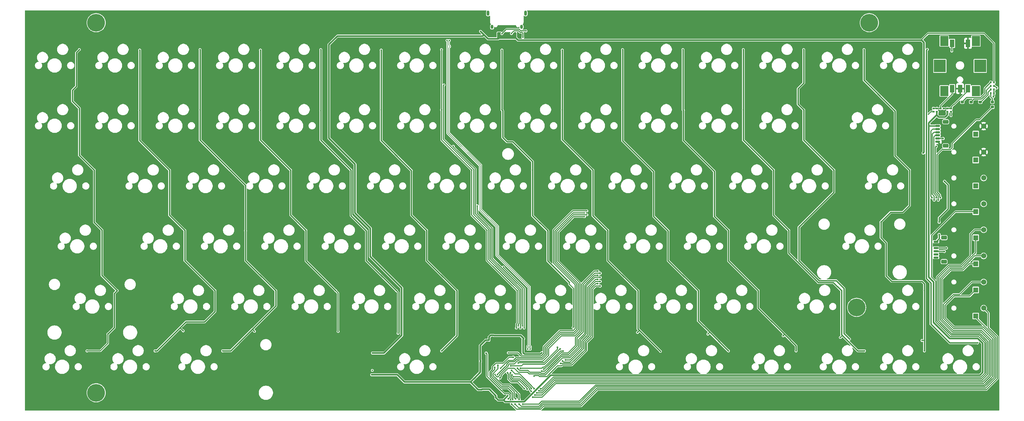
<source format=gbr>
%TF.GenerationSoftware,KiCad,Pcbnew,8.0.3*%
%TF.CreationDate,2024-07-13T16:12:33+02:00*%
%TF.ProjectId,DevKeyboard,4465764b-6579-4626-9f61-72642e6b6963,1.0*%
%TF.SameCoordinates,Original*%
%TF.FileFunction,Copper,L1,Top*%
%TF.FilePolarity,Positive*%
%FSLAX46Y46*%
G04 Gerber Fmt 4.6, Leading zero omitted, Abs format (unit mm)*
G04 Created by KiCad (PCBNEW 8.0.3) date 2024-07-13 16:12:33*
%MOMM*%
%LPD*%
G01*
G04 APERTURE LIST*
G04 Aperture macros list*
%AMRoundRect*
0 Rectangle with rounded corners*
0 $1 Rounding radius*
0 $2 $3 $4 $5 $6 $7 $8 $9 X,Y pos of 4 corners*
0 Add a 4 corners polygon primitive as box body*
4,1,4,$2,$3,$4,$5,$6,$7,$8,$9,$2,$3,0*
0 Add four circle primitives for the rounded corners*
1,1,$1+$1,$2,$3*
1,1,$1+$1,$4,$5*
1,1,$1+$1,$6,$7*
1,1,$1+$1,$8,$9*
0 Add four rect primitives between the rounded corners*
20,1,$1+$1,$2,$3,$4,$5,0*
20,1,$1+$1,$4,$5,$6,$7,0*
20,1,$1+$1,$6,$7,$8,$9,0*
20,1,$1+$1,$8,$9,$2,$3,0*%
G04 Aperture macros list end*
%TA.AperFunction,SMDPad,CuDef*%
%ADD10RoundRect,0.140000X-0.170000X0.140000X-0.170000X-0.140000X0.170000X-0.140000X0.170000X0.140000X0*%
%TD*%
%TA.AperFunction,ComponentPad*%
%ADD11C,5.600000*%
%TD*%
%TA.AperFunction,ComponentPad*%
%ADD12R,1.650000X1.650000*%
%TD*%
%TA.AperFunction,ComponentPad*%
%ADD13C,1.650000*%
%TD*%
%TA.AperFunction,SMDPad,CuDef*%
%ADD14RoundRect,0.218750X0.256250X-0.218750X0.256250X0.218750X-0.256250X0.218750X-0.256250X-0.218750X0*%
%TD*%
%TA.AperFunction,SMDPad,CuDef*%
%ADD15R,3.759200X3.987800*%
%TD*%
%TA.AperFunction,SMDPad,CuDef*%
%ADD16R,2.514600X3.200400*%
%TD*%
%TA.AperFunction,SMDPad,CuDef*%
%ADD17R,1.397000X2.489200*%
%TD*%
%TA.AperFunction,SMDPad,CuDef*%
%ADD18RoundRect,0.135000X0.135000X0.185000X-0.135000X0.185000X-0.135000X-0.185000X0.135000X-0.185000X0*%
%TD*%
%TA.AperFunction,SMDPad,CuDef*%
%ADD19RoundRect,0.135000X0.185000X-0.135000X0.185000X0.135000X-0.185000X0.135000X-0.185000X-0.135000X0*%
%TD*%
%TA.AperFunction,SMDPad,CuDef*%
%ADD20RoundRect,0.300000X0.600000X-0.300000X0.600000X0.300000X-0.600000X0.300000X-0.600000X-0.300000X0*%
%TD*%
%TA.AperFunction,SMDPad,CuDef*%
%ADD21RoundRect,0.150000X0.625000X-0.150000X0.625000X0.150000X-0.625000X0.150000X-0.625000X-0.150000X0*%
%TD*%
%TA.AperFunction,SMDPad,CuDef*%
%ADD22RoundRect,0.135000X-0.135000X-0.185000X0.135000X-0.185000X0.135000X0.185000X-0.135000X0.185000X0*%
%TD*%
%TA.AperFunction,ComponentPad*%
%ADD23O,0.900000X1.600000*%
%TD*%
%TA.AperFunction,ComponentPad*%
%ADD24O,0.900000X1.300000*%
%TD*%
%TA.AperFunction,ViaPad*%
%ADD25C,0.500000*%
%TD*%
%TA.AperFunction,ViaPad*%
%ADD26C,0.600000*%
%TD*%
%TA.AperFunction,Conductor*%
%ADD27C,0.400000*%
%TD*%
%TA.AperFunction,Conductor*%
%ADD28C,0.300000*%
%TD*%
%TA.AperFunction,Conductor*%
%ADD29C,0.500000*%
%TD*%
%TA.AperFunction,Conductor*%
%ADD30C,0.200000*%
%TD*%
G04 APERTURE END LIST*
D10*
%TO.P,C313,1*%
%TO.N,Net-(C313-Pad1)*%
X318008000Y-46637000D03*
%TO.P,C313,2*%
%TO.N,GND*%
X318008000Y-47597000D03*
%TD*%
D11*
%TO.P,REF\u002A\u002A,1*%
%TO.N,N/C*%
X290500000Y-109500000D03*
%TD*%
D12*
%TO.P,J305,1,1*%
%TO.N,MCU_SPI1_MISO*%
X328105000Y-95721000D03*
D13*
%TO.P,J305,2,2*%
%TO.N,MCU_SPI1_MOSI*%
X330605000Y-93221000D03*
%TD*%
D12*
%TO.P,J306,1,1*%
%TO.N,MCU_TIM8_CH1*%
X328105000Y-87466000D03*
D13*
%TO.P,J306,2,2*%
%TO.N,MCU_TIM3_CH3*%
X330605000Y-84966000D03*
%TD*%
D14*
%TO.P,D301,1,K*%
%TO.N,/Processor/MCU_LED_ERROR*%
X333375000Y-46126501D03*
%TO.P,D301,2,A*%
%TO.N,Net-(D301-A)*%
X333375000Y-44551499D03*
%TD*%
D11*
%TO.P,REF\u002A\u002A,1*%
%TO.N,N/C*%
X50500000Y-19500000D03*
%TD*%
D14*
%TO.P,D403,1,K*%
%TO.N,GND*%
X326644000Y-46126501D03*
%TO.P,D403,2,A*%
%TO.N,Net-(D403-A)*%
X326644000Y-44551499D03*
%TD*%
D15*
%TO.P,SW302,*%
%TO.N,*%
X316763799Y-33170012D03*
D16*
X318141350Y-25270013D03*
X318141350Y-41070012D03*
X328136250Y-25270013D03*
X328136250Y-41070012D03*
D15*
X329513801Y-33170012D03*
D17*
%TO.P,SW302,A,A*%
%TO.N,Net-(C312-Pad1)*%
X320638800Y-40320013D03*
%TO.P,SW302,B,B*%
%TO.N,Net-(C313-Pad1)*%
X325638800Y-40320013D03*
%TO.P,SW302,C,C*%
%TO.N,GND*%
X323138800Y-40320013D03*
%TO.P,SW302,S1,S1*%
%TO.N,ENC_S1*%
X320638800Y-26020011D03*
%TO.P,SW302,S2,S2*%
%TO.N,GND*%
X325638800Y-26020011D03*
%TD*%
D18*
%TO.P,R313,1*%
%TO.N,+3.3V*%
X333859599Y-41783000D03*
%TO.P,R313,2*%
%TO.N,Net-(D301-A)*%
X332839601Y-41783000D03*
%TD*%
D19*
%TO.P,R308,1*%
%TO.N,+3.3V*%
X319151000Y-47626999D03*
%TO.P,R308,2*%
%TO.N,Net-(C313-Pad1)*%
X319151000Y-46607001D03*
%TD*%
D12*
%TO.P,J402,1,1*%
%TO.N,+3.3VP*%
X328100000Y-54700000D03*
D13*
%TO.P,J402,2,2*%
%TO.N,GND*%
X330600000Y-52200000D03*
%TD*%
D20*
%TO.P,J302,*%
%TO.N,*%
X318600000Y-58410000D03*
X318600000Y-50810000D03*
D21*
%TO.P,J302,1,Pin_1*%
%TO.N,+3.3V*%
X316075000Y-52109999D03*
%TO.P,J302,2,Pin_2*%
%TO.N,MCU_SWDIO*%
X316075000Y-53110000D03*
%TO.P,J302,3,Pin_3*%
%TO.N,MCU_SWCLK*%
X316075000Y-54110000D03*
%TO.P,J302,4,Pin_4*%
%TO.N,MCU_SWO*%
X316075000Y-55110000D03*
%TO.P,J302,5,Pin_5*%
%TO.N,MCU_NRST*%
X316075001Y-56110000D03*
%TO.P,J302,6,Pin_6*%
%TO.N,GND*%
X316075000Y-57110000D03*
%TD*%
D19*
%TO.P,R309,1*%
%TO.N,ENC_B*%
X320292000Y-47626999D03*
%TO.P,R309,2*%
%TO.N,Net-(C313-Pad1)*%
X320292000Y-46607001D03*
%TD*%
D22*
%TO.P,R401,1*%
%TO.N,Net-(D401-A)*%
X332839601Y-38354000D03*
%TO.P,R401,2*%
%TO.N,VBUS*%
X333859599Y-38354000D03*
%TD*%
D14*
%TO.P,D402,1,K*%
%TO.N,GND*%
X329565000Y-46126501D03*
%TO.P,D402,2,A*%
%TO.N,Net-(D402-A)*%
X329565000Y-44551499D03*
%TD*%
D12*
%TO.P,J308,1,1*%
%TO.N,MCU_PA9_I{slash}0*%
X328105000Y-71083000D03*
D13*
%TO.P,J308,2,2*%
%TO.N,MCU_PB2_I{slash}0*%
X330605000Y-68583000D03*
%TD*%
D11*
%TO.P,REF\u002A\u002A,1*%
%TO.N,N/C*%
X294500000Y-19500000D03*
%TD*%
D19*
%TO.P,R306,1*%
%TO.N,ENC_A*%
X314792000Y-47626999D03*
%TO.P,R306,2*%
%TO.N,Net-(C312-Pad1)*%
X314792000Y-46607001D03*
%TD*%
D22*
%TO.P,R403,1*%
%TO.N,Net-(D403-A)*%
X332839601Y-39497000D03*
%TO.P,R403,2*%
%TO.N,+3.3VP*%
X333859599Y-39497000D03*
%TD*%
D20*
%TO.P,J309,*%
%TO.N,*%
X318090400Y-95036800D03*
X318090400Y-87436800D03*
D21*
%TO.P,J309,1,Pin_1*%
%TO.N,+3.3VP*%
X315565400Y-88736799D03*
%TO.P,J309,2,Pin_2*%
%TO.N,GND*%
X315565400Y-89736800D03*
%TO.P,J309,3,Pin_3*%
%TO.N,MCU_I2C2_SCL*%
X315565400Y-90736800D03*
%TO.P,J309,4,Pin_4*%
%TO.N,MCU_I2C2_SDA*%
X315565400Y-91736800D03*
%TO.P,J309,5,Pin_5*%
%TO.N,unconnected-(J309-Pin_5-Pad5)*%
X315565401Y-92736800D03*
%TO.P,J309,6,Pin_6*%
%TO.N,unconnected-(J309-Pin_6-Pad6)*%
X315565400Y-93736800D03*
%TD*%
D12*
%TO.P,J304,1,1*%
%TO.N,MCU_SPI1_NSS*%
X328105000Y-103976000D03*
D13*
%TO.P,J304,2,2*%
%TO.N,MCU_SPI1_SCK*%
X330605000Y-101476000D03*
%TD*%
D14*
%TO.P,D401,1,K*%
%TO.N,GND*%
X323850000Y-46126500D03*
%TO.P,D401,2,A*%
%TO.N,Net-(D401-A)*%
X323850000Y-44551498D03*
%TD*%
D12*
%TO.P,J303,1,1*%
%TO.N,MCU_I2C2_SDA*%
X328105000Y-112231000D03*
D13*
%TO.P,J303,2,2*%
%TO.N,MCU_I2C2_SCL*%
X330605000Y-109731000D03*
%TD*%
D12*
%TO.P,J401,1,1*%
%TO.N,VBUS*%
X328100000Y-62909000D03*
D13*
%TO.P,J401,2,2*%
%TO.N,GND*%
X330600000Y-60409000D03*
%TD*%
D11*
%TO.P,REF\u002A\u002A,1*%
%TO.N,N/C*%
X50500000Y-136500000D03*
%TD*%
D10*
%TO.P,C312,1*%
%TO.N,Net-(C312-Pad1)*%
X316992000Y-46637000D03*
%TO.P,C312,2*%
%TO.N,GND*%
X316992000Y-47597000D03*
%TD*%
D12*
%TO.P,J307,1,1*%
%TO.N,MCU_COMP4_OUT*%
X328105000Y-79251000D03*
D13*
%TO.P,J307,2,2*%
%TO.N,MCU_PA15_I{slash}0*%
X330605000Y-76751000D03*
%TD*%
D22*
%TO.P,R402,1*%
%TO.N,Net-(D402-A)*%
X332839601Y-40640000D03*
%TO.P,R402,2*%
%TO.N,+3.3V*%
X333859599Y-40640000D03*
%TD*%
D19*
%TO.P,R307,1*%
%TO.N,+3.3V*%
X315849000Y-47626999D03*
%TO.P,R307,2*%
%TO.N,Net-(C312-Pad1)*%
X315849000Y-46607001D03*
%TD*%
D23*
%TO.P,J301,S1,SHELL_GND*%
%TO.N,Net-(C306-Pad2)*%
X174180000Y-16500000D03*
%TO.P,J301,S2,SHELL_GND*%
%TO.N,Net-(C314-Pad2)*%
X186020000Y-16500000D03*
D24*
%TO.P,J301,S3,SHELL_GND*%
%TO.N,Net-(C306-Pad2)*%
X175450000Y-20820000D03*
%TO.P,J301,S4,SHELL_GND*%
%TO.N,Net-(C314-Pad2)*%
X184750000Y-20820000D03*
%TD*%
D25*
%TO.N,*%
X187098000Y-122047000D03*
%TO.N,C1*%
X57137300Y-104203500D03*
X45199300Y-47053500D03*
X45199300Y-28003500D03*
X54216300Y-117919500D03*
X49898300Y-66103500D03*
X47612300Y-123253500D03*
X52311300Y-85026500D03*
%TO.N,C2*%
X78473300Y-85153500D03*
X87998300Y-104203500D03*
X73647300Y-66103500D03*
X69075300Y-123253500D03*
X64249300Y-28130500D03*
X64249300Y-47180500D03*
X77965300Y-116903500D03*
%TO.N,C3*%
X83299300Y-47053500D03*
X83299300Y-28003500D03*
X92824300Y-66103500D03*
X90411300Y-123253500D03*
X97650300Y-85280500D03*
X100444300Y-117030500D03*
X107175300Y-104203500D03*
%TO.N,C4*%
X126098300Y-104203500D03*
X102349300Y-47180500D03*
X111874300Y-66103500D03*
X126860300Y-117106500D03*
X116700300Y-85153500D03*
X102349300Y-28130500D03*
%TO.N,C5*%
X135750300Y-85280500D03*
X121399300Y-28003500D03*
X145783300Y-117665500D03*
X121399300Y-47307500D03*
X145275300Y-104203500D03*
X130924300Y-66103500D03*
%TO.N,C6*%
X159499300Y-123253500D03*
X140449300Y-28130500D03*
X164325300Y-104203500D03*
X140449300Y-47053500D03*
X149974300Y-66230500D03*
X154800300Y-85153500D03*
%TO.N,C7*%
X173850300Y-85153500D03*
X169024300Y-66103500D03*
X183375300Y-104203500D03*
X159499300Y-28003500D03*
X183121300Y-116014500D03*
X159499300Y-47053500D03*
%TO.N,C8*%
X178549300Y-47053500D03*
X178549300Y-28130500D03*
X199796400Y-101574600D03*
X192836800Y-85090000D03*
X201041000Y-115824000D03*
X188201300Y-66103500D03*
%TO.N,C9*%
X221348300Y-117411500D03*
X221475300Y-104203500D03*
X207251300Y-66103500D03*
X197599300Y-28130500D03*
X211950300Y-85153500D03*
X228587300Y-123380500D03*
X197599300Y-47053500D03*
%TO.N,C10*%
X216649300Y-28003500D03*
X231000300Y-85280500D03*
X216649300Y-47180500D03*
X240525300Y-104203500D03*
X243573300Y-117919500D03*
X250050300Y-123253500D03*
X226174300Y-66357500D03*
%TO.N,C11*%
X235826300Y-47180500D03*
X271386300Y-123253500D03*
X267322300Y-118486500D03*
X250050300Y-85153500D03*
X245351300Y-66230500D03*
X259448300Y-104203500D03*
X235699300Y-28003500D03*
%TO.N,C12*%
X292976300Y-123253500D03*
X264274300Y-66103500D03*
X254749300Y-47053500D03*
X285737300Y-104203500D03*
X269100300Y-85153500D03*
X254749300Y-28003500D03*
X285356300Y-118986500D03*
%TO.N,C13*%
X283324300Y-66103500D03*
X273799300Y-28003500D03*
X288277300Y-119486500D03*
X273799300Y-47053500D03*
%TO.N,C14*%
X311899300Y-104203500D03*
X311899300Y-123253500D03*
X298183300Y-82486500D03*
X292849300Y-28003500D03*
X307200300Y-66103500D03*
X302374300Y-47180500D03*
X311137300Y-119951500D03*
%TO.N,C15*%
X328663300Y-120713500D03*
X312801000Y-27940000D03*
%TO.N,R1*%
X183756300Y-115379500D03*
X160261300Y-39179500D03*
%TO.N,R2*%
X184356300Y-116014500D03*
X163193430Y-58575571D03*
%TO.N,R3*%
X185026300Y-115379500D03*
X170759300Y-77393800D03*
%TO.N,R4*%
X185556300Y-116029436D03*
X179037865Y-96731535D03*
D26*
%TO.N,MCU_TIM3_CH3*%
X190246000Y-135890000D03*
X182245000Y-131445000D03*
X187821880Y-135154120D03*
%TO.N,MCU_SPI1_MISO*%
X180353478Y-130178824D03*
X185595380Y-135135000D03*
X188341000Y-137857095D03*
%TO.N,MCU_SWCLK*%
X314975000Y-75565000D03*
X209550000Y-98694000D03*
X191135000Y-129682000D03*
%TO.N,MCU_SWDIO*%
X208788000Y-98044000D03*
X191770000Y-129032000D03*
X314325000Y-74803000D03*
%TO.N,MCU_COMP4_OUT*%
X188722000Y-135135000D03*
X190756095Y-135257095D03*
X181595000Y-129428000D03*
D25*
%TO.N,GND*%
X183642000Y-24003000D03*
D26*
X313944000Y-23977600D03*
D25*
X181737000Y-117475000D03*
X174240744Y-139721493D03*
X170307000Y-129032000D03*
D26*
X182168800Y-141732000D03*
X312826400Y-25400000D03*
X318100000Y-52200000D03*
D25*
X189992000Y-18542000D03*
D26*
X311404000Y-77089000D03*
D25*
X176530000Y-125857000D03*
X184404000Y-23495000D03*
D26*
X332587600Y-29514800D03*
D25*
X190042800Y-122783600D03*
X178816000Y-123698000D03*
X174752000Y-122301000D03*
X191135000Y-121920000D03*
X180721000Y-123190000D03*
X181356000Y-119380000D03*
X185674000Y-137668000D03*
X178562000Y-119380000D03*
D26*
X330403200Y-37033200D03*
D25*
X178054000Y-138049000D03*
X318008000Y-48641000D03*
X179324000Y-117475000D03*
X176657000Y-139446000D03*
D26*
X310743600Y-41757600D03*
X310642000Y-43891200D03*
X310540400Y-23723600D03*
X321564000Y-48260000D03*
X317703200Y-73558400D03*
X180086000Y-133350000D03*
X315341000Y-50800000D03*
X316500000Y-59100000D03*
X327787000Y-67310000D03*
D25*
X170176744Y-137587893D03*
D26*
X328295000Y-47371000D03*
X312216800Y-22352000D03*
X180594000Y-136017000D03*
D25*
X168021000Y-131699000D03*
D26*
X332689200Y-26619200D03*
D25*
X173786800Y-120548400D03*
D26*
X321818000Y-57531000D03*
X178943000Y-137414000D03*
D25*
X175764744Y-137537093D03*
D26*
X311404000Y-70739000D03*
D25*
X162941000Y-25019000D03*
X175361600Y-119024400D03*
D26*
X330504800Y-38912800D03*
D25*
X188976000Y-121539000D03*
X169164000Y-135382000D03*
X175006000Y-22606000D03*
X185928000Y-123571000D03*
D26*
X333857600Y-24536400D03*
D25*
X166715800Y-22275800D03*
X176276000Y-23876000D03*
D26*
X314147200Y-41960800D03*
X172593000Y-128651000D03*
X325247000Y-48768000D03*
X334772000Y-28448000D03*
X330327000Y-67310000D03*
D25*
X188087000Y-121158000D03*
D26*
X180594000Y-117475000D03*
X318770000Y-57023000D03*
X311404000Y-73152000D03*
D25*
X183642000Y-22987000D03*
X174625000Y-136525000D03*
D26*
X329946000Y-50546000D03*
D25*
X316992000Y-48641000D03*
D26*
X172720000Y-127508000D03*
X322961000Y-50546000D03*
X191922400Y-141681200D03*
X179197000Y-131953000D03*
X321411600Y-43535600D03*
X325374000Y-67691000D03*
D25*
X170535600Y-132588000D03*
X175895000Y-22987000D03*
X160147000Y-25019000D03*
X171069000Y-126492000D03*
D26*
X318389000Y-75057000D03*
D25*
X178435000Y-139827000D03*
D26*
X315874400Y-41960800D03*
X326517000Y-50546000D03*
D25*
X174498000Y-21971000D03*
D26*
X315874400Y-37338000D03*
D25*
X170307000Y-18542000D03*
X171614727Y-134784727D03*
D26*
X174625000Y-128524000D03*
X180086000Y-119380000D03*
D25*
X161594800Y-24434800D03*
X170942000Y-128016000D03*
X183090735Y-137584265D03*
%TO.N,+3.3V*%
X315849000Y-48641000D03*
X139192000Y-130810000D03*
X176657000Y-138176000D03*
X191160400Y-123799600D03*
X138303000Y-130810000D03*
X169824400Y-131927600D03*
X176022000Y-118414800D03*
X319151000Y-48641000D03*
X180467000Y-137414000D03*
X137668000Y-129413000D03*
X172339000Y-135382000D03*
X174498000Y-119888000D03*
X185420000Y-119380000D03*
X137414000Y-130810000D03*
D26*
X333642020Y-42857980D03*
%TO.N,MCU_NRST*%
X316275000Y-75565000D03*
X177938792Y-131803976D03*
X317800000Y-56100000D03*
X209550000Y-99994000D03*
X315600000Y-58600000D03*
%TO.N,MCU_SWO*%
X208788000Y-99344000D03*
X315625000Y-74803000D03*
X183515000Y-128778000D03*
%TO.N,MCU_I2C2_SDA*%
X318160400Y-91795600D03*
X182118000Y-125246348D03*
X182753000Y-140081000D03*
X181991000Y-138557000D03*
%TO.N,MCU_SPI1_MOSI*%
X188976000Y-137207095D03*
X186521880Y-135319355D03*
X181288856Y-130167104D03*
%TO.N,MCU_SPI1_NSS*%
X184023000Y-140081000D03*
X182880000Y-138430000D03*
X176276000Y-128446726D03*
D25*
%TO.N,D+*%
X161969800Y-25094400D03*
X187473000Y-122705920D03*
%TO.N,/Processor/MCU_BOOT0*%
X178181000Y-128778000D03*
X204597000Y-79629000D03*
D26*
%TO.N,MCU_TIM8_CH1*%
X187799260Y-136050740D03*
X181721674Y-130839914D03*
X189611000Y-136557095D03*
D25*
%TO.N,D-*%
X161219800Y-25094400D03*
X186723000Y-122705920D03*
D26*
%TO.N,MCU_I2C2_SCL*%
X181610000Y-140081000D03*
X173596950Y-123964050D03*
X318820800Y-90728800D03*
X180594000Y-138430000D03*
%TO.N,MCU_SPI1_SCK*%
X185166000Y-140081000D03*
X177264274Y-127796726D03*
X184004762Y-138569001D03*
D25*
%TO.N,ENC_S1*%
X180583718Y-123876409D03*
X205359000Y-78994000D03*
X320548000Y-28448000D03*
%TO.N,ENC_B*%
X204597000Y-80829000D03*
X320294000Y-48895000D03*
X176403000Y-130683000D03*
%TO.N,ENC_A*%
X313182000Y-48387000D03*
X177165000Y-130810000D03*
X205359000Y-80229000D03*
%TO.N,Net-(J301-CC1)*%
X186182000Y-22098000D03*
X178562000Y-22987000D03*
D26*
%TO.N,VBUS*%
X311531000Y-60706000D03*
D25*
X139446000Y-123952000D03*
X138557000Y-123952000D03*
X182499000Y-22860000D03*
X177824192Y-22886977D03*
X177419000Y-23495000D03*
X137668000Y-123952000D03*
X171795800Y-22225000D03*
X182753000Y-23749000D03*
X178054000Y-23876000D03*
X181864000Y-23876000D03*
%TO.N,Net-(J301-CC2)*%
X181561500Y-22938500D03*
X185166000Y-24130000D03*
D26*
%TO.N,/Processor/MCU_LED_ERROR*%
X316925000Y-74803000D03*
X197866000Y-123302000D03*
X208788000Y-100644000D03*
X198628000Y-126102000D03*
X184404000Y-128778000D03*
%TO.N,MCU_PA9_I{slash}0*%
X196088000Y-122174000D03*
X183754000Y-127021000D03*
X197104000Y-127254000D03*
X208788000Y-101944000D03*
%TO.N,MCU_PA15_I{slash}0*%
X209550000Y-102743000D03*
X188722000Y-131206000D03*
%TO.N,+3.3VP*%
X316534800Y-82550000D03*
X316534800Y-86461600D03*
X334721200Y-40081200D03*
X318262000Y-69646800D03*
%TO.N,MCU_PB2_I{slash}0*%
X196975674Y-122652663D03*
X197739000Y-126492000D03*
X181356000Y-128016000D03*
X209550000Y-101294000D03*
%TD*%
D27*
%TO.N,C1*%
X44246800Y-39624000D02*
X44246800Y-28956000D01*
X49898300Y-82613500D02*
X52311300Y-85026500D01*
X57137300Y-104203500D02*
X56248300Y-105092500D01*
X43027600Y-40843200D02*
X44246800Y-39624000D01*
X45199300Y-47053500D02*
X45199300Y-61404500D01*
X56248300Y-115887500D02*
X54216300Y-117919500D01*
X49898300Y-66103500D02*
X49898300Y-82613500D01*
D28*
X54216300Y-120840500D02*
X51803300Y-123253500D01*
D27*
X44246800Y-28956000D02*
X45199300Y-28003500D01*
X45199300Y-61404500D02*
X49898300Y-66103500D01*
X45199300Y-47053500D02*
X45199300Y-46520100D01*
X45199300Y-46520100D02*
X43027600Y-44348400D01*
X56248300Y-105092500D02*
X56248300Y-115887500D01*
X52311300Y-99377500D02*
X57137300Y-104203500D01*
X43027600Y-44348400D02*
X43027600Y-40843200D01*
D28*
X54216300Y-117919500D02*
X54216300Y-120840500D01*
D27*
X52311300Y-85026500D02*
X52311300Y-99377500D01*
D28*
X51803300Y-123253500D02*
X47612300Y-123253500D01*
D27*
%TO.N,C2*%
X69682623Y-123253500D02*
X69075300Y-123253500D01*
X73647300Y-80327500D02*
X78473300Y-85153500D01*
X87998300Y-104203500D02*
X87998300Y-110807500D01*
X76998961Y-115937161D02*
X69682623Y-123253500D01*
X64249300Y-28130500D02*
X64249300Y-47180500D01*
X78473300Y-94678500D02*
X87998300Y-104203500D01*
X73647300Y-66103500D02*
X73647300Y-80327500D01*
X84696300Y-114109500D02*
X78826623Y-114109500D01*
X64249300Y-47180500D02*
X64249300Y-56705500D01*
X78473300Y-85153500D02*
X78473300Y-94678500D01*
D28*
X77965300Y-116903500D02*
X76998961Y-115937161D01*
D27*
X87998300Y-110807500D02*
X84696300Y-114109500D01*
X78826623Y-114109500D02*
X76998961Y-115937161D01*
X64249300Y-56705500D02*
X73647300Y-66103500D01*
%TO.N,C3*%
X107175300Y-104203500D02*
X107175300Y-109029500D01*
X97650300Y-70929500D02*
X97650300Y-85280500D01*
X107175300Y-109029500D02*
X99872800Y-116332000D01*
X97650300Y-94678500D02*
X107175300Y-104203500D01*
X97650300Y-85280500D02*
X97650300Y-94678500D01*
X83299300Y-56578500D02*
X92824300Y-66103500D01*
X83299300Y-28003500D02*
X83299300Y-47053500D01*
X92824300Y-66103500D02*
X97650300Y-70929500D01*
X99872800Y-116332000D02*
X92951300Y-123253500D01*
D28*
X100444300Y-117030500D02*
X99872800Y-116459000D01*
X99872800Y-116459000D02*
X99872800Y-116332000D01*
D27*
X83299300Y-47053500D02*
X83299300Y-56578500D01*
X92951300Y-123253500D02*
X90411300Y-123253500D01*
%TO.N,C4*%
X102349300Y-56578500D02*
X111874300Y-66103500D01*
X102349300Y-28130500D02*
X102349300Y-47180500D01*
D28*
X126860300Y-117106500D02*
X126860300Y-104965500D01*
D27*
X116700300Y-85153500D02*
X116700300Y-94805500D01*
D28*
X126860300Y-104965500D02*
X126098300Y-104203500D01*
D27*
X116700300Y-94805500D02*
X126098300Y-104203500D01*
X111874300Y-80327500D02*
X116700300Y-85153500D01*
X102349300Y-47180500D02*
X102349300Y-56578500D01*
X111874300Y-66103500D02*
X111874300Y-80327500D01*
%TO.N,C5*%
X130924300Y-66103500D02*
X130924300Y-80454500D01*
X121399300Y-56578500D02*
X130924300Y-66103500D01*
X135750300Y-94678500D02*
X145275300Y-104203500D01*
D28*
X145783300Y-117665500D02*
X145783300Y-104711500D01*
X145783300Y-104711500D02*
X145275300Y-104203500D01*
D27*
X135750300Y-85280500D02*
X135750300Y-94678500D01*
X121399300Y-47307500D02*
X121399300Y-56578500D01*
X130924300Y-80454500D02*
X135750300Y-85280500D01*
X121399300Y-28003500D02*
X121399300Y-47307500D01*
%TO.N,C6*%
X140449300Y-47053500D02*
X140449300Y-56705500D01*
X164325300Y-104203500D02*
X164325300Y-118427500D01*
X140449300Y-56705500D02*
X149974300Y-66230500D01*
X140449300Y-28130500D02*
X140449300Y-47053500D01*
X149974300Y-66230500D02*
X149974300Y-80327500D01*
X164325300Y-118427500D02*
X159499300Y-123253500D01*
X154800300Y-94678500D02*
X164325300Y-104203500D01*
X149974300Y-80327500D02*
X154800300Y-85153500D01*
X154800300Y-85153500D02*
X154800300Y-94678500D01*
D28*
%TO.N,C7*%
X159499300Y-28003500D02*
X159499300Y-47053500D01*
X159499300Y-47053500D02*
X159499300Y-56578500D01*
X159499300Y-56578500D02*
X169024300Y-66103500D01*
X183402746Y-114517946D02*
X183402746Y-104230946D01*
X183121300Y-114799392D02*
X183402746Y-114517946D01*
X173850300Y-94678500D02*
X183375300Y-104203500D01*
X169024300Y-80327500D02*
X173850300Y-85153500D01*
X169024300Y-66103500D02*
X169024300Y-80327500D01*
X183121300Y-116014500D02*
X183121300Y-114799392D01*
X173850300Y-85153500D02*
X173850300Y-94678500D01*
X183402746Y-104230946D02*
X183375300Y-104203500D01*
D27*
%TO.N,C8*%
X178549300Y-28130500D02*
X178549300Y-47053500D01*
X193027300Y-85280500D02*
X192836800Y-85090000D01*
X199796400Y-101574600D02*
X193027300Y-94805500D01*
X178549300Y-47053500D02*
X178803300Y-47307500D01*
X181965600Y-57150000D02*
X188201300Y-63385700D01*
D28*
X201168000Y-103505000D02*
X199796400Y-102133400D01*
X199796400Y-102133400D02*
X199796400Y-101574600D01*
X201041000Y-115824000D02*
X201168000Y-115697000D01*
D27*
X178803300Y-47307500D02*
X178803300Y-55765700D01*
X178803300Y-55765700D02*
X180187600Y-57150000D01*
X188201300Y-66103500D02*
X188201300Y-80454500D01*
X193027300Y-94805500D02*
X193027300Y-85280500D01*
D28*
X201168000Y-115697000D02*
X201168000Y-103505000D01*
D27*
X180187600Y-57150000D02*
X181965600Y-57150000D01*
X188201300Y-63385700D02*
X188201300Y-66103500D01*
X188201300Y-80454500D02*
X192836800Y-85090000D01*
%TO.N,C9*%
X211950300Y-94678500D02*
X221475300Y-104203500D01*
X211950300Y-85153500D02*
X211950300Y-94678500D01*
X221475300Y-116268500D02*
X221983300Y-116776500D01*
X197599300Y-28130500D02*
X197599300Y-47053500D01*
D28*
X221348300Y-117411500D02*
X221983300Y-116776500D01*
D27*
X221983300Y-116776500D02*
X228587300Y-123380500D01*
X197599300Y-56451500D02*
X207251300Y-66103500D01*
X207251300Y-66103500D02*
X207251300Y-80454500D01*
X207251300Y-80454500D02*
X211950300Y-85153500D01*
X197599300Y-47053500D02*
X197599300Y-56451500D01*
X221475300Y-104203500D02*
X221475300Y-116268500D01*
%TO.N,C10*%
X240525300Y-113728500D02*
X244144800Y-117348000D01*
D28*
X243573300Y-117919500D02*
X244144800Y-117348000D01*
D27*
X216649300Y-56832500D02*
X226174300Y-66357500D01*
X231000300Y-85280500D02*
X231000300Y-94678500D01*
X216649300Y-28003500D02*
X216649300Y-47180500D01*
X231000300Y-94678500D02*
X240525300Y-104203500D01*
X226174300Y-66357500D02*
X226428300Y-66611500D01*
X244144800Y-117348000D02*
X250050300Y-123253500D01*
X226428300Y-80708500D02*
X231000300Y-85280500D01*
X226174300Y-66357500D02*
X226110800Y-66294000D01*
X216649300Y-47180500D02*
X216649300Y-56832500D01*
X240525300Y-104203500D02*
X240525300Y-113728500D01*
X226428300Y-66611500D02*
X226428300Y-80708500D01*
%TO.N,C11*%
X235699300Y-47053500D02*
X235826300Y-47180500D01*
X259448300Y-109664500D02*
X267766800Y-117983000D01*
D28*
X267322300Y-118427500D02*
X267766800Y-117983000D01*
D27*
X235699300Y-28003500D02*
X235699300Y-47053500D01*
X245351300Y-66230500D02*
X245605300Y-66484500D01*
X267766800Y-117983000D02*
X271386300Y-121602500D01*
X271386300Y-121602500D02*
X271386300Y-123253500D01*
X250050300Y-94805500D02*
X259448300Y-104203500D01*
X235826300Y-47180500D02*
X235826300Y-56705500D01*
X259448300Y-104203500D02*
X259448300Y-109664500D01*
D28*
X267322300Y-118486500D02*
X267322300Y-118427500D01*
D27*
X245605300Y-80708500D02*
X250050300Y-85153500D01*
X235826300Y-56705500D02*
X245351300Y-66230500D01*
X250050300Y-85153500D02*
X250050300Y-94805500D01*
X245605300Y-66484500D02*
X245605300Y-80708500D01*
D28*
%TO.N,C12*%
X285356300Y-118986500D02*
X285432300Y-118986500D01*
D27*
X254749300Y-47053500D02*
X254749300Y-56578500D01*
X285737300Y-118119739D02*
X286018181Y-118400619D01*
X285737300Y-104203500D02*
X285737300Y-118119739D01*
D28*
X285432300Y-118986500D02*
X286018181Y-118400619D01*
D27*
X278376772Y-101628500D02*
X283162300Y-101628500D01*
X269100300Y-85153500D02*
X269100300Y-92352028D01*
X264274300Y-66103500D02*
X264274300Y-80327500D01*
X264274300Y-80327500D02*
X269100300Y-85153500D01*
X283162300Y-101628500D02*
X285737300Y-104203500D01*
X254749300Y-28003500D02*
X254749300Y-47053500D01*
X254749300Y-56578500D02*
X264274300Y-66103500D01*
X290871061Y-123253500D02*
X292976300Y-123253500D01*
X286018181Y-118400619D02*
X290871061Y-123253500D01*
X269100300Y-92352028D02*
X278376772Y-101628500D01*
%TO.N,C13*%
X272275300Y-84137500D02*
X283324300Y-73088500D01*
X272275300Y-94678500D02*
X272275300Y-84137500D01*
X284028500Y-101028500D02*
X278625300Y-101028500D01*
X272034000Y-40335200D02*
X273799300Y-38569900D01*
X273799300Y-56578500D02*
X283324300Y-66103500D01*
X272034000Y-45288200D02*
X272034000Y-40335200D01*
X273799300Y-47053500D02*
X272034000Y-45288200D01*
X286500000Y-117709200D02*
X286500000Y-103500000D01*
X273799300Y-38569900D02*
X273799300Y-28003500D01*
X278625300Y-101028500D02*
X272275300Y-94678500D01*
X288277300Y-119486500D02*
X286500000Y-117709200D01*
X286500000Y-103500000D02*
X284028500Y-101028500D01*
X283324300Y-73088500D02*
X283324300Y-66103500D01*
X273799300Y-47053500D02*
X273799300Y-56578500D01*
%TO.N,C14*%
X307200300Y-77313592D02*
X305075392Y-79438500D01*
X301231300Y-79438500D02*
X298183300Y-82486500D01*
X299834300Y-99504500D02*
X301612300Y-101282500D01*
X298183300Y-82486500D02*
X298183300Y-87439500D01*
D28*
X311137300Y-119951500D02*
X311899300Y-119951500D01*
D27*
X302628300Y-61531500D02*
X307200300Y-66103500D01*
X311137300Y-101282500D02*
X311899300Y-102044500D01*
X299834300Y-89090500D02*
X299834300Y-99504500D01*
X292849300Y-28003500D02*
X292849300Y-37655500D01*
X292849300Y-37655500D02*
X302374300Y-47180500D01*
X305075392Y-79438500D02*
X301231300Y-79438500D01*
X302628300Y-47434500D02*
X302628300Y-61531500D01*
X307200300Y-66103500D02*
X307200300Y-77313592D01*
X298183300Y-87439500D02*
X299834300Y-89090500D01*
X301612300Y-101282500D02*
X311137300Y-101282500D01*
X311899300Y-104203500D02*
X311899300Y-119951500D01*
X311899300Y-102044500D02*
X311899300Y-104203500D01*
X302374300Y-47180500D02*
X302628300Y-47434500D01*
X311899300Y-119951500D02*
X311899300Y-123253500D01*
%TO.N,C15*%
X313931300Y-114744500D02*
X319900300Y-120713500D01*
X312532000Y-28209000D02*
X312532000Y-100391200D01*
X313931300Y-101790500D02*
X313931300Y-114744500D01*
X319900300Y-120713500D02*
X328663300Y-120713500D01*
X312801000Y-27940000D02*
X312532000Y-28209000D01*
X312532000Y-100391200D02*
X313931300Y-101790500D01*
D28*
%TO.N,R1*%
X183975300Y-114652500D02*
X183975300Y-103954971D01*
X183756300Y-114871500D02*
X183975300Y-114652500D01*
X174450300Y-94429971D02*
X174450300Y-84904971D01*
X169659300Y-65889971D02*
X167459829Y-63690500D01*
X183756300Y-115379500D02*
X183756300Y-114871500D01*
X160134300Y-56364971D02*
X160134300Y-39306500D01*
X174698829Y-94678500D02*
X174450300Y-94429971D01*
X160134300Y-39306500D02*
X160261300Y-39179500D01*
X174450300Y-84904971D02*
X169659300Y-80113971D01*
X183975300Y-103954971D02*
X174698829Y-94678500D01*
X167459829Y-63690500D02*
X160134300Y-56364971D01*
X169659300Y-80113971D02*
X169659300Y-65889971D01*
%TO.N,R2*%
X184391300Y-115979500D02*
X184356300Y-116014500D01*
X174950300Y-84697865D02*
X174950300Y-94222865D01*
X170159300Y-65682865D02*
X170159300Y-79906865D01*
X174950300Y-94222865D02*
X184475300Y-103747865D01*
X184391300Y-114943607D02*
X184391300Y-115979500D01*
X163193430Y-58575571D02*
X163193430Y-58716995D01*
X184475300Y-103747865D02*
X184475300Y-114859607D01*
X170159300Y-79906865D02*
X174950300Y-84697865D01*
X184475300Y-114859607D02*
X184391300Y-114943607D01*
X163193430Y-58716995D02*
X170159300Y-65682865D01*
%TO.N,R3*%
X185003041Y-103568500D02*
X185026300Y-103568500D01*
X185003041Y-103545241D02*
X185003041Y-103568500D01*
X170759300Y-79799759D02*
X175157406Y-84197865D01*
X185026300Y-103568500D02*
X185026300Y-115379500D01*
X175157406Y-84197865D02*
X175157407Y-84197865D01*
X175157407Y-84197865D02*
X175450300Y-84490758D01*
X175450300Y-93992500D02*
X185003041Y-103545241D01*
X170759300Y-77393800D02*
X170759300Y-79799759D01*
X175450300Y-84490758D02*
X175450300Y-93992500D01*
%TO.N,R4*%
X185556300Y-116029436D02*
X185556300Y-116119500D01*
X185626300Y-115959436D02*
X185556300Y-116029436D01*
X179037865Y-96731535D02*
X179037865Y-96872959D01*
X185626300Y-103461394D02*
X185626300Y-115959436D01*
X179037865Y-96872959D02*
X185626300Y-103461394D01*
%TO.N,MCU_TIM3_CH3*%
X190246000Y-135890000D02*
X190263095Y-135907095D01*
X330186528Y-131744106D02*
X331134107Y-130796528D01*
X329258634Y-118280000D02*
X320368634Y-118280000D01*
X329893634Y-132037000D02*
X330186528Y-131744106D01*
X327734000Y-84966000D02*
X330605000Y-84966000D01*
X331427000Y-120448366D02*
X329258634Y-118280000D01*
X184324894Y-131445000D02*
X182245000Y-131445000D01*
X323427788Y-96163000D02*
X326400000Y-93190788D01*
X320368634Y-118280000D02*
X315933000Y-113844366D01*
X331134107Y-130796528D02*
X331427000Y-130503635D01*
X326400000Y-86300000D02*
X327734000Y-84966000D01*
X326400000Y-93190788D02*
X326400000Y-86300000D01*
X187821880Y-134941986D02*
X184324894Y-131445000D01*
X187821880Y-135154120D02*
X187821880Y-134941986D01*
X315933000Y-99847786D02*
X319617786Y-96163000D01*
X194988000Y-132037000D02*
X329893634Y-132037000D01*
X331427000Y-130503635D02*
X331427000Y-120448366D01*
X319617786Y-96163000D02*
X323427788Y-96163000D01*
X315933000Y-113844366D02*
X315933000Y-99847786D01*
X190263095Y-135907095D02*
X191117905Y-135907095D01*
X191117905Y-135907095D02*
X194988000Y-132037000D01*
%TO.N,MCU_SPI1_MISO*%
X195609318Y-133537000D02*
X330514955Y-133537000D01*
X320989952Y-116780000D02*
X317433000Y-113223048D01*
X180353478Y-130315478D02*
X180571674Y-130533674D01*
X330514955Y-133537000D02*
X332927000Y-131124955D01*
X324049106Y-97663000D02*
X325991106Y-95721000D01*
X332927000Y-131124955D02*
X332927000Y-119748893D01*
X329958107Y-116780000D02*
X320989952Y-116780000D01*
X188405905Y-137922000D02*
X191231202Y-137922000D01*
X317433000Y-113223048D02*
X317433000Y-100469106D01*
X192259159Y-136887159D02*
X195609318Y-133537000D01*
X317433000Y-100469106D02*
X320239106Y-97663000D01*
X181561547Y-133095000D02*
X183555380Y-133095000D01*
X180571674Y-130533674D02*
X180571674Y-132105127D01*
X191231202Y-137922000D02*
X192259159Y-136894043D01*
X183555380Y-133095000D02*
X185595380Y-135135000D01*
X192259159Y-136894043D02*
X192259159Y-136887159D01*
X180571674Y-132105127D02*
X181561547Y-133095000D01*
X320239106Y-97663000D02*
X324049106Y-97663000D01*
X325991106Y-95721000D02*
X328105000Y-95721000D01*
X332927000Y-119748893D02*
X329958107Y-116780000D01*
X180353478Y-130178824D02*
X180353478Y-130315478D01*
X188341000Y-137857095D02*
X188405905Y-137922000D01*
%TO.N,MCU_SWCLK*%
X192039240Y-129682000D02*
X197329447Y-124391793D01*
X199574854Y-124452000D02*
X202273318Y-121753536D01*
X314409000Y-54653000D02*
X314952000Y-54110000D01*
X314975000Y-75565000D02*
X314975000Y-74310000D01*
X314952000Y-54110000D02*
X316075000Y-54110000D01*
X202273318Y-119198106D02*
X204192000Y-117279424D01*
X314409000Y-73744000D02*
X314409000Y-54653000D01*
X202273318Y-121753536D02*
X202273318Y-119198106D01*
X204192000Y-102331106D02*
X207829106Y-98694000D01*
X207829106Y-98694000D02*
X209550000Y-98694000D01*
X197389654Y-124452000D02*
X199574854Y-124452000D01*
X197329447Y-124391793D02*
X197389654Y-124452000D01*
X204192000Y-117279424D02*
X204192000Y-102331106D01*
X191135000Y-129682000D02*
X192039240Y-129682000D01*
X314975000Y-74310000D02*
X314409000Y-73744000D01*
%TO.N,MCU_SWDIO*%
X313909000Y-74387000D02*
X313909000Y-53756000D01*
X313909000Y-53756000D02*
X314555000Y-53110000D01*
X207772000Y-98044000D02*
X208788000Y-98044000D01*
X201773318Y-118991000D02*
X203692000Y-117072318D01*
X197446761Y-123802000D02*
X197596761Y-123952000D01*
X191982134Y-129032000D02*
X197212134Y-123802000D01*
X191770000Y-129032000D02*
X191982134Y-129032000D01*
X201773318Y-121546429D02*
X201773318Y-118991000D01*
X314325000Y-74803000D02*
X313909000Y-74387000D01*
X199367747Y-123952000D02*
X201773318Y-121546429D01*
X197596761Y-123952000D02*
X199367747Y-123952000D01*
X203692000Y-117072318D02*
X203692000Y-102124000D01*
X197212134Y-123802000D02*
X197446761Y-123802000D01*
X203692000Y-102124000D02*
X207772000Y-98044000D01*
X314555000Y-53110000D02*
X316075000Y-53110000D01*
%TO.N,MCU_COMP4_OUT*%
X191060799Y-135257095D02*
X194780894Y-131537000D01*
X184135000Y-130548000D02*
X188722000Y-135135000D01*
X182715000Y-130548000D02*
X184135000Y-130548000D01*
X181595000Y-129428000D02*
X182715000Y-130548000D01*
X194780894Y-131537000D02*
X329686528Y-131537000D01*
X314198000Y-99989472D02*
X314198000Y-86715600D01*
X314198000Y-86715600D02*
X321665600Y-79248000D01*
X328102000Y-79248000D02*
X328105000Y-79251000D01*
X330927000Y-120655472D02*
X329051528Y-118780000D01*
X315433000Y-114051472D02*
X315433000Y-101224472D01*
X320161528Y-118780000D02*
X315433000Y-114051472D01*
X321665600Y-79248000D02*
X328102000Y-79248000D01*
X329051528Y-118780000D02*
X320161528Y-118780000D01*
X190756095Y-135257095D02*
X191060799Y-135257095D01*
X330927000Y-130296528D02*
X330927000Y-120655472D01*
X329686528Y-131537000D02*
X330927000Y-130296528D01*
X315433000Y-101224472D02*
X314198000Y-99989472D01*
D29*
%TO.N,+3.3V*%
X313309000Y-51943000D02*
X313309000Y-51181000D01*
D28*
X333642020Y-42857980D02*
X333859599Y-42640401D01*
D29*
X171044727Y-135484727D02*
X168656000Y-133096000D01*
X314833000Y-114300000D02*
X314833000Y-101473000D01*
X313309000Y-51181000D02*
X315849000Y-48641000D01*
X174458400Y-119848400D02*
X174498000Y-119888000D01*
X171769000Y-126781950D02*
X171769000Y-126202050D01*
X185638050Y-124271000D02*
X190689000Y-124271000D01*
X174599601Y-135382000D02*
X176657000Y-137439399D01*
X316422000Y-49341000D02*
X318451000Y-49341000D01*
X315849000Y-47626999D02*
X315849000Y-48641000D01*
X179578000Y-139319000D02*
X185633529Y-139319000D01*
X179070000Y-138811000D02*
X179578000Y-139319000D01*
X171704000Y-126846950D02*
X171769000Y-126781950D01*
X176657000Y-138176000D02*
X176784000Y-138176000D01*
X177419000Y-138811000D02*
X179070000Y-138811000D01*
D27*
X313309000Y-51943000D02*
X313475999Y-52109999D01*
D29*
X185633529Y-139319000D02*
X194015529Y-130937000D01*
X168656000Y-133096000D02*
X169824400Y-131927600D01*
X328803000Y-119380000D02*
X319913000Y-119380000D01*
X179070000Y-138811000D02*
X180467000Y-137414000D01*
D28*
X333859599Y-42640401D02*
X333859599Y-40640000D01*
D29*
X139192000Y-130810000D02*
X145542000Y-130810000D01*
X137414000Y-130810000D02*
X138303000Y-130810000D01*
X315849000Y-48641000D02*
X315849000Y-48768000D01*
X329438000Y-130937000D02*
X330327000Y-130048000D01*
X185228000Y-123860950D02*
X185638050Y-124271000D01*
X184454800Y-118414800D02*
X185420000Y-119380000D01*
X185228000Y-119572000D02*
X185228000Y-123860950D01*
X171704000Y-130048000D02*
X171704000Y-126846950D01*
X194015529Y-130937000D02*
X329438000Y-130937000D01*
X171704000Y-126137050D02*
X171704000Y-121539000D01*
X176784000Y-138176000D02*
X177419000Y-138811000D01*
X175045600Y-118324400D02*
X175931600Y-118324400D01*
X147828000Y-133096000D02*
X168656000Y-133096000D01*
X175931600Y-118324400D02*
X176022000Y-118414800D01*
X174498000Y-119888000D02*
X174498000Y-118872000D01*
X172236273Y-135484727D02*
X171044727Y-135484727D01*
X330327000Y-120904000D02*
X328803000Y-119380000D01*
X174498000Y-118872000D02*
X175045600Y-118324400D01*
X313309000Y-99949000D02*
X313309000Y-51943000D01*
X314833000Y-101473000D02*
X313309000Y-99949000D01*
X318451000Y-49341000D02*
X319151000Y-48641000D01*
D28*
X333859599Y-40640000D02*
X333859599Y-41783000D01*
D29*
X319913000Y-119380000D02*
X314833000Y-114300000D01*
X319151000Y-47626999D02*
X319151000Y-48641000D01*
X190689000Y-124271000D02*
X191160400Y-123799600D01*
D27*
X313475999Y-52109999D02*
X316075000Y-52109999D01*
D29*
X169824400Y-131927600D02*
X171704000Y-130048000D01*
X172339000Y-135382000D02*
X174599601Y-135382000D01*
X176022000Y-118414800D02*
X184454800Y-118414800D01*
X315849000Y-48768000D02*
X316422000Y-49341000D01*
X171769000Y-126202050D02*
X171704000Y-126137050D01*
X171704000Y-121539000D02*
X173394600Y-119848400D01*
X173394600Y-119848400D02*
X174458400Y-119848400D01*
X145542000Y-130810000D02*
X147828000Y-133096000D01*
X138303000Y-130810000D02*
X139192000Y-130810000D01*
X330327000Y-130048000D02*
X330327000Y-120904000D01*
X172339000Y-135382000D02*
X172236273Y-135484727D01*
X176657000Y-137439399D02*
X176657000Y-138176000D01*
X185420000Y-119380000D02*
X185228000Y-119572000D01*
D28*
%TO.N,MCU_NRST*%
X205192000Y-102745318D02*
X207943318Y-99994000D01*
X183738761Y-130048000D02*
X186658364Y-130048000D01*
X186658364Y-130048000D02*
X187123364Y-130513000D01*
X316085001Y-56100000D02*
X316075001Y-56110000D01*
X203273318Y-122167749D02*
X203273318Y-119862134D01*
X180484212Y-128778000D02*
X182468761Y-128778000D01*
X178300000Y-130962212D02*
X180484212Y-128778000D01*
X315409000Y-58791000D02*
X315600000Y-58600000D01*
X205192000Y-117943452D02*
X205192000Y-102745318D01*
X187123364Y-130513000D02*
X190339654Y-130513000D01*
X207943318Y-99994000D02*
X209550000Y-99994000D01*
X199989067Y-125452000D02*
X203273318Y-122167749D01*
X203273318Y-119862134D02*
X205192000Y-117943452D01*
X178300000Y-131442768D02*
X178300000Y-130962212D01*
X315409000Y-73274894D02*
X315409000Y-58791000D01*
X316275000Y-74140894D02*
X315409000Y-73274894D01*
X182468761Y-128778000D02*
X183738761Y-130048000D01*
X177938792Y-131803976D02*
X178300000Y-131442768D01*
X190339654Y-130513000D02*
X190658654Y-130832000D01*
X317800000Y-56100000D02*
X316085001Y-56100000D01*
X192303452Y-130832000D02*
X197683452Y-125452000D01*
X197683452Y-125452000D02*
X199989067Y-125452000D01*
X316275000Y-75565000D02*
X316275000Y-74140894D01*
X190658654Y-130832000D02*
X192303452Y-130832000D01*
%TO.N,MCU_SWO*%
X192096346Y-130332000D02*
X197476346Y-124952000D01*
X204692000Y-117736346D02*
X204692000Y-102538212D01*
X315625000Y-74803000D02*
X315625000Y-74198000D01*
X315625000Y-74198000D02*
X314909000Y-73482000D01*
X184134761Y-129428000D02*
X186745471Y-129428000D01*
X314909000Y-73482000D02*
X314909000Y-55550000D01*
X190865761Y-130332000D02*
X192096346Y-130332000D01*
X202773318Y-121960643D02*
X202773318Y-119655028D01*
X314909000Y-55550000D02*
X315349000Y-55110000D01*
X187330471Y-130013000D02*
X190546761Y-130013000D01*
X183515000Y-128808239D02*
X184134761Y-129428000D01*
X207886212Y-99344000D02*
X208788000Y-99344000D01*
X315349000Y-55110000D02*
X316075000Y-55110000D01*
X183515000Y-128778000D02*
X183515000Y-128808239D01*
X202773318Y-119655028D02*
X204692000Y-117736346D01*
X199781961Y-124952000D02*
X202773318Y-121960643D01*
X204692000Y-102538212D02*
X207886212Y-99344000D01*
X186745471Y-129428000D02*
X187330471Y-130013000D01*
X190546761Y-130013000D02*
X190865761Y-130332000D01*
X197476346Y-124952000D02*
X199781961Y-124952000D01*
%TO.N,MCU_I2C2_SDA*%
X334427000Y-131807213D02*
X334427000Y-118962894D01*
X175626000Y-129101894D02*
X174803000Y-129924894D01*
X331315553Y-115851446D02*
X328105000Y-112640893D01*
X328105000Y-112640893D02*
X328105000Y-112231000D01*
X203360212Y-140192000D02*
X208515212Y-135037000D01*
X190510213Y-141231000D02*
X191549213Y-140192000D01*
X331197213Y-135037000D02*
X334427000Y-131807213D01*
X318160400Y-91795600D02*
X315624200Y-91795600D01*
X183903000Y-141231000D02*
X190510213Y-141231000D01*
X174803000Y-129924894D02*
X174803000Y-131513214D01*
X181991000Y-136494761D02*
X181991000Y-138557000D01*
X180878546Y-125246348D02*
X178997894Y-127127000D01*
X315624200Y-91795600D02*
X315565400Y-91736800D01*
X334427000Y-118962894D02*
X331315553Y-115851447D01*
X180496239Y-135000000D02*
X181991000Y-136494761D01*
X208515212Y-135037000D02*
X331197213Y-135037000D01*
X182753000Y-140081000D02*
X183903000Y-141231000D01*
X175626000Y-128177487D02*
X175626000Y-129101894D01*
X176676487Y-127127000D02*
X175626000Y-128177487D01*
X315565400Y-91736800D02*
X315573400Y-91728800D01*
X178289786Y-135000000D02*
X180496239Y-135000000D01*
X182118000Y-125246348D02*
X180878546Y-125246348D01*
X191549213Y-140192000D02*
X203360212Y-140192000D01*
X331315553Y-115851447D02*
X331315553Y-115851446D01*
X174803000Y-131513214D02*
X178289786Y-135000000D01*
X315573400Y-91728800D02*
X316484000Y-91728800D01*
X178997894Y-127127000D02*
X176676487Y-127127000D01*
%TO.N,MCU_SPI1_MOSI*%
X332427000Y-119956000D02*
X329751000Y-117280000D01*
X323842000Y-97163000D02*
X327784000Y-93221000D01*
X191239001Y-137207095D02*
X191389000Y-137057096D01*
X186521880Y-135319355D02*
X186521880Y-135086880D01*
X188976000Y-137207095D02*
X191239001Y-137207095D01*
X181071674Y-131898020D02*
X181071674Y-130384286D01*
X327784000Y-93221000D02*
X330605000Y-93221000D01*
X191389000Y-137050212D02*
X195402212Y-133037000D01*
X316933000Y-113430154D02*
X316933000Y-100262000D01*
X329751000Y-117280000D02*
X320782846Y-117280000D01*
X195402212Y-133037000D02*
X330307848Y-133037000D01*
X191389000Y-137057096D02*
X191389000Y-137050212D01*
X332427000Y-130917848D02*
X332427000Y-119956000D01*
X181071674Y-130384286D02*
X181288856Y-130167104D01*
X184030000Y-132595000D02*
X181768654Y-132595000D01*
X316933000Y-100262000D02*
X320032000Y-97163000D01*
X320032000Y-97163000D02*
X323842000Y-97163000D01*
X181768654Y-132595000D02*
X181071674Y-131898020D01*
X330307848Y-133037000D02*
X332427000Y-130917848D01*
X320782846Y-117280000D02*
X316933000Y-113430154D01*
X186521880Y-135086880D02*
X184030000Y-132595000D01*
%TO.N,MCU_SPI1_NSS*%
X191342106Y-139692000D02*
X203153106Y-139692000D01*
X318433000Y-108839000D02*
X321354000Y-105918000D01*
X175303000Y-130132000D02*
X175303000Y-131306107D01*
X182490735Y-136207841D02*
X182490735Y-138040735D01*
X190303106Y-140731000D02*
X191342106Y-139692000D01*
X203153106Y-139692000D02*
X208308106Y-134537000D01*
X175595894Y-131599001D02*
X178496893Y-134500000D01*
X176276000Y-128446726D02*
X176276000Y-129159000D01*
X333927000Y-119170000D02*
X330462000Y-115705000D01*
X184673000Y-140731000D02*
X190303106Y-140731000D01*
X180782894Y-134500000D02*
X182490735Y-136207841D01*
X321354000Y-105918000D02*
X326163000Y-105918000D01*
X330462000Y-115705000D02*
X321329164Y-115705000D01*
X328108000Y-103973000D02*
X328335000Y-103973000D01*
X176276000Y-129159000D02*
X175303000Y-130132000D01*
X318433000Y-112808836D02*
X318433000Y-108839000D01*
X182490735Y-138040735D02*
X182880000Y-138430000D01*
X326163000Y-105918000D02*
X328108000Y-103973000D01*
X330990107Y-134537000D02*
X333927000Y-131600107D01*
X208308106Y-134537000D02*
X330990107Y-134537000D01*
X321329164Y-115705000D02*
X318433000Y-112808836D01*
X333927000Y-131600107D02*
X333927000Y-119170000D01*
X178496893Y-134500000D02*
X180782894Y-134500000D01*
X175595893Y-131599000D02*
X175595894Y-131599001D01*
X184023000Y-140081000D02*
X184673000Y-140731000D01*
X175303000Y-131306107D02*
X175595893Y-131599000D01*
D30*
%TO.N,D+*%
X177315400Y-83853800D02*
X177315400Y-92896200D01*
X187648000Y-122274818D02*
X187344949Y-122577869D01*
X187323001Y-121494183D02*
X187648000Y-121819182D01*
X161819801Y-25244399D02*
X161819801Y-26542169D01*
X177315400Y-92896200D02*
X187323000Y-102903800D01*
X161819801Y-54286601D02*
X172032200Y-64499000D01*
X172032200Y-64499000D02*
X172032200Y-78570600D01*
X161969800Y-25094400D02*
X161819801Y-25244399D01*
X161819801Y-27742169D02*
X161819801Y-28309335D01*
X187648000Y-121819182D02*
X187648000Y-122274818D01*
X161819801Y-28309335D02*
X161819801Y-54286601D01*
X172032200Y-78570600D02*
X177315400Y-83853800D01*
X187323001Y-120929401D02*
X187323001Y-121494183D01*
X162146281Y-26868649D02*
X162146281Y-27142169D01*
X187323000Y-102903800D02*
X187323000Y-120929400D01*
X161819801Y-27468649D02*
X161819801Y-27742169D01*
X187323000Y-120929400D02*
X187323001Y-120929401D01*
X187344949Y-122577869D02*
X187473000Y-122705920D01*
X161983041Y-26705409D02*
G75*
G02*
X162146191Y-26868649I-41J-163191D01*
G01*
X161819801Y-26542169D02*
G75*
G03*
X161983041Y-26705399I163199J-31D01*
G01*
X161983041Y-27305409D02*
G75*
G03*
X161819809Y-27468649I-41J-163191D01*
G01*
X162146281Y-27142169D02*
G75*
G02*
X161983041Y-27305481I-163281J-31D01*
G01*
D28*
%TO.N,/Processor/MCU_BOOT0*%
X178181000Y-128778000D02*
X179451000Y-127508000D01*
X200986106Y-79629000D02*
X204597000Y-79629000D01*
X202184000Y-116459000D02*
X202184000Y-102162894D01*
X183070548Y-125371000D02*
X191144635Y-125371000D01*
X195318000Y-85297106D02*
X200986106Y-79629000D01*
X180586000Y-126246000D02*
X182195548Y-126246000D01*
X192260400Y-122136706D02*
X196922106Y-117475000D01*
X202184000Y-102162894D02*
X195318000Y-95296894D01*
X191144635Y-125371000D02*
X192260400Y-124255235D01*
X201168000Y-117475000D02*
X202184000Y-116459000D01*
X182195548Y-126246000D02*
X183070548Y-125371000D01*
X179451000Y-127381000D02*
X180586000Y-126246000D01*
X179451000Y-127508000D02*
X179451000Y-127381000D01*
X195318000Y-95296894D02*
X195318000Y-85297106D01*
X192260400Y-124255235D02*
X192260400Y-122136706D01*
X196922106Y-117475000D02*
X201168000Y-117475000D01*
%TO.N,MCU_TIM8_CH1*%
X323634894Y-96663000D02*
X328105000Y-92192894D01*
X181721674Y-130839914D02*
X181826261Y-130944501D01*
X331927000Y-130710741D02*
X331927000Y-120241260D01*
X191175011Y-136557095D02*
X195195106Y-132537000D01*
X319824893Y-96663000D02*
X323634894Y-96663000D01*
X181826261Y-130944501D02*
X181595000Y-131175761D01*
X195195106Y-132537000D02*
X330100740Y-132537000D01*
X330393634Y-132244107D02*
X331927000Y-130710741D01*
X331927000Y-120241260D02*
X330378870Y-118693130D01*
X330378870Y-118693129D02*
X329465741Y-117780000D01*
X328105000Y-92192894D02*
X328105000Y-87466000D01*
X316433000Y-100054893D02*
X319824893Y-96663000D01*
X330100740Y-132537000D02*
X330393634Y-132244107D01*
X187171880Y-135423360D02*
X187799260Y-136050740D01*
X320575740Y-117780000D02*
X316433000Y-113637260D01*
X181595000Y-131714239D02*
X181975761Y-132095000D01*
X181595000Y-131175761D02*
X181595000Y-131714239D01*
X181975761Y-132095000D02*
X184267788Y-132095000D01*
X187171880Y-134999092D02*
X187171880Y-135423360D01*
X184267788Y-132095000D02*
X187171880Y-134999092D01*
X330378870Y-118693130D02*
X330378870Y-118693129D01*
X316433000Y-113637260D02*
X316433000Y-100054893D01*
X329465741Y-117780000D02*
X320575740Y-117780000D01*
X189611000Y-136557095D02*
X191175011Y-136557095D01*
D30*
%TO.N,D-*%
X171582200Y-64685400D02*
X171582200Y-78757000D01*
X176865400Y-93082600D02*
X186873000Y-103090200D01*
X161369799Y-54472999D02*
X171582200Y-64685400D01*
X171582200Y-78757000D02*
X176865400Y-84040200D01*
X186548000Y-121819182D02*
X186548000Y-122274818D01*
X186873000Y-103090200D02*
X186873000Y-120929400D01*
X161369799Y-25244399D02*
X161369799Y-54472999D01*
X186872999Y-120929401D02*
X186872999Y-121494183D01*
X186873000Y-120929400D02*
X186872999Y-120929401D01*
X186872999Y-121494183D02*
X186548000Y-121819182D01*
X161219800Y-25094400D02*
X161369799Y-25244399D01*
X186548000Y-122274818D02*
X186851051Y-122577869D01*
X176865400Y-84040200D02*
X176865400Y-93082600D01*
X186851051Y-122577869D02*
X186723000Y-122705920D01*
D28*
%TO.N,MCU_I2C2_SCL*%
X181610000Y-140081000D02*
X183260000Y-141731000D01*
X190717319Y-141731000D02*
X191756319Y-140692000D01*
X334927000Y-118755788D02*
X332105000Y-115933788D01*
X332105000Y-111231000D02*
X330605000Y-109731000D01*
X173863000Y-131280321D02*
X179396679Y-136814000D01*
X203567318Y-140692000D02*
X208722318Y-135537000D01*
X181067000Y-137957000D02*
X180594000Y-138430000D01*
X173863000Y-124230100D02*
X173863000Y-131280321D01*
X191756319Y-140692000D02*
X203567318Y-140692000D01*
X331442000Y-135537000D02*
X331442000Y-135499319D01*
X331442000Y-135499319D02*
X331442001Y-135499319D01*
X334927000Y-132014320D02*
X334927000Y-118755788D01*
X332105000Y-115933788D02*
X332105000Y-111231000D01*
X179396679Y-136814000D02*
X180756000Y-136814000D01*
X181067000Y-137125000D02*
X181067000Y-137957000D01*
X315573400Y-90728800D02*
X315565400Y-90736800D01*
X331442001Y-135499319D02*
X334927000Y-132014320D01*
X318820800Y-90728800D02*
X315573400Y-90728800D01*
X208722318Y-135537000D02*
X331442000Y-135537000D01*
X180756000Y-136814000D02*
X181067000Y-137125000D01*
X173596950Y-123964050D02*
X173863000Y-124230100D01*
X183260000Y-141731000D02*
X190717319Y-141731000D01*
%TO.N,MCU_SPI1_SCK*%
X317933000Y-108533000D02*
X321048000Y-105418000D01*
X330783000Y-134037000D02*
X333427000Y-131393000D01*
X184004762Y-137014762D02*
X184004762Y-138569001D01*
X321048000Y-105418000D02*
X322953000Y-105418000D01*
X175803000Y-131099000D02*
X178704000Y-134000000D01*
X178704000Y-134000000D02*
X180990000Y-134000000D01*
X190246000Y-140081000D02*
X191135000Y-139192000D01*
X191135000Y-139192000D02*
X202946000Y-139192000D01*
X333427000Y-131393000D02*
X333427000Y-119432000D01*
X322953000Y-105418000D02*
X326895000Y-101476000D01*
X321122058Y-116205000D02*
X317933000Y-113015942D01*
X177264274Y-128932726D02*
X175803000Y-130394000D01*
X177264274Y-127796726D02*
X177264274Y-128932726D01*
X185166000Y-140081000D02*
X190246000Y-140081000D01*
X317933000Y-113015942D02*
X317933000Y-108533000D01*
X208101000Y-134037000D02*
X330783000Y-134037000D01*
X333427000Y-119432000D02*
X330200000Y-116205000D01*
X326895000Y-101476000D02*
X330605000Y-101476000D01*
X175803000Y-130394000D02*
X175803000Y-131099000D01*
X330200000Y-116205000D02*
X321122058Y-116205000D01*
X202946000Y-139192000D02*
X208101000Y-134037000D01*
X180990000Y-134000000D02*
X184004762Y-137014762D01*
%TO.N,Net-(C312-Pad1)*%
X320638800Y-42130062D02*
X316992000Y-45776862D01*
X314792000Y-46607001D02*
X316992000Y-46607001D01*
X320638800Y-40320013D02*
X320638800Y-42130062D01*
X316992000Y-45776862D02*
X316992000Y-46607001D01*
%TO.N,Net-(C313-Pad1)*%
X321310000Y-45339000D02*
X321183000Y-45339000D01*
X325638800Y-41010200D02*
X321310000Y-45339000D01*
X321183000Y-45339000D02*
X320292000Y-46230000D01*
X320292000Y-46230000D02*
X320292000Y-46607001D01*
X325638800Y-40320013D02*
X325638800Y-41010200D01*
X318092000Y-46607001D02*
X320292000Y-46607001D01*
%TO.N,ENC_S1*%
X190937528Y-124871000D02*
X191760400Y-124048128D01*
X201676000Y-116205000D02*
X201676000Y-102362000D01*
X183566409Y-123876409D02*
X184561000Y-124871000D01*
X194818000Y-95504000D02*
X194818000Y-85090000D01*
X200914000Y-78994000D02*
X205359000Y-78994000D01*
X201676000Y-102362000D02*
X194818000Y-95504000D01*
X180583718Y-123876409D02*
X183566409Y-123876409D01*
X320548000Y-28448000D02*
X320548000Y-26110811D01*
X194818000Y-85090000D02*
X200914000Y-78994000D01*
X191760400Y-124048128D02*
X191760400Y-121929600D01*
X184561000Y-124871000D02*
X190937528Y-124871000D01*
X320548000Y-26110811D02*
X320638800Y-26020011D01*
X320638800Y-26020011D02*
X320638800Y-26566111D01*
X201012500Y-116868500D02*
X201676000Y-116205000D01*
X191760400Y-121929600D02*
X196821500Y-116868500D01*
X196821500Y-116868500D02*
X201012500Y-116868500D01*
%TO.N,ENC_B*%
X204597000Y-80829000D02*
X201200318Y-80829000D01*
X181640239Y-127381000D02*
X181625239Y-127366000D01*
X191429849Y-126500000D02*
X184152239Y-126500000D01*
X193260400Y-124669449D02*
X191429849Y-126500000D01*
X176916471Y-131410000D02*
X176403000Y-130896529D01*
X181625239Y-127366000D02*
X180880212Y-127366000D01*
X183484761Y-126371000D02*
X182474761Y-127381000D01*
X203192000Y-101756680D02*
X203192000Y-116865212D01*
X180594000Y-127961106D02*
X177800000Y-130755106D01*
X176403000Y-130896529D02*
X176403000Y-130683000D01*
X196318000Y-94882682D02*
X196318002Y-94882682D01*
X201566212Y-118491000D02*
X197320318Y-118491000D01*
X182474761Y-127381000D02*
X181640239Y-127381000D01*
X320292000Y-48893000D02*
X320294000Y-48895000D01*
X203192000Y-116865212D02*
X201566212Y-118491000D01*
X180594000Y-127652212D02*
X180594000Y-127961106D01*
X180880212Y-127366000D02*
X180594000Y-127652212D01*
X201200318Y-80829000D02*
X196318000Y-85711318D01*
X197320318Y-118491000D02*
X193260400Y-122550918D01*
X196318002Y-94882682D02*
X203192000Y-101756680D01*
X320292000Y-47626999D02*
X320292000Y-48893000D01*
X184023239Y-126371000D02*
X183484761Y-126371000D01*
X196318000Y-85711318D02*
X196318000Y-94882682D01*
X177413529Y-131410000D02*
X176916471Y-131410000D01*
X177800000Y-130755106D02*
X177800000Y-131023529D01*
X177800000Y-131023529D02*
X177413529Y-131410000D01*
X193260400Y-122550918D02*
X193260400Y-124669449D01*
X184152239Y-126500000D02*
X184023239Y-126371000D01*
%TO.N,ENC_A*%
X180051000Y-127797000D02*
X180051000Y-127488106D01*
X201367106Y-117983000D02*
X202692000Y-116658106D01*
X177165000Y-130810000D02*
X177165000Y-130683000D01*
X202692000Y-116658106D02*
X202692000Y-101963788D01*
X191351742Y-125871000D02*
X192760400Y-124462342D01*
X202692000Y-101963788D02*
X195818000Y-95089788D01*
X180051000Y-127488106D02*
X180793106Y-126746000D01*
X183277655Y-125871000D02*
X191351742Y-125871000D01*
X197121212Y-117983000D02*
X201367106Y-117983000D01*
X182402655Y-126746000D02*
X183277655Y-125871000D01*
X192760400Y-124462342D02*
X192760400Y-122343812D01*
X195818000Y-95089788D02*
X195818000Y-85504212D01*
X177165000Y-130683000D02*
X180051000Y-127797000D01*
X192760400Y-122343812D02*
X197121212Y-117983000D01*
X180793106Y-126746000D02*
X182402655Y-126746000D01*
X313942001Y-47626999D02*
X313182000Y-48387000D01*
X314792000Y-47626999D02*
X313942001Y-47626999D01*
X195818000Y-85504212D02*
X201093212Y-80229000D01*
X201093212Y-80229000D02*
X205359000Y-80229000D01*
%TO.N,Net-(J301-CC1)*%
X178562000Y-22987000D02*
X179959000Y-21590000D01*
X184023000Y-21590000D02*
X184531000Y-22098000D01*
X179959000Y-21590000D02*
X184023000Y-21590000D01*
X184531000Y-22098000D02*
X186182000Y-22098000D01*
%TO.N,VBUS*%
X311023000Y-25019000D02*
X311023000Y-24892000D01*
D29*
X178054000Y-23876000D02*
X177354000Y-24576000D01*
X311785000Y-25781000D02*
X311023000Y-25019000D01*
X146939000Y-103378000D02*
X137033000Y-93472000D01*
D28*
X313055000Y-22860000D02*
X330708000Y-22860000D01*
D29*
X138557000Y-123952000D02*
X139446000Y-123952000D01*
X139446000Y-123952000D02*
X141351000Y-123952000D01*
X182753000Y-24103950D02*
X182753000Y-23749000D01*
X137668000Y-123952000D02*
X138557000Y-123952000D01*
X311785000Y-25781000D02*
X311785000Y-60452000D01*
X132207000Y-64262000D02*
X123952000Y-56007000D01*
X132207000Y-79629000D02*
X132207000Y-64262000D01*
X183668050Y-25019000D02*
X182753000Y-24103950D01*
X123952000Y-56007000D02*
X123952000Y-26416000D01*
X123952000Y-26416000D02*
X126633200Y-23734800D01*
X174146800Y-24576000D02*
X172892900Y-23322100D01*
X146939000Y-118364000D02*
X146939000Y-103378000D01*
D28*
X333859599Y-26011599D02*
X333859599Y-38354000D01*
D29*
X126633200Y-23734800D02*
X172480200Y-23734800D01*
X311785000Y-60452000D02*
X311531000Y-60706000D01*
X141351000Y-123952000D02*
X146939000Y-118364000D01*
X311023000Y-25019000D02*
X183668050Y-25019000D01*
X177354000Y-24576000D02*
X174146800Y-24576000D01*
D28*
X330708000Y-22860000D02*
X333859599Y-26011599D01*
X311023000Y-24892000D02*
X313055000Y-22860000D01*
D29*
X137033000Y-93472000D02*
X137033000Y-84455000D01*
X172480200Y-23734800D02*
X172892900Y-23322100D01*
X172892900Y-23322100D02*
X171795800Y-22225000D01*
X137033000Y-84455000D02*
X132207000Y-79629000D01*
D28*
%TO.N,Net-(J301-CC2)*%
X182410000Y-22090000D02*
X183815893Y-22090000D01*
X181561500Y-22938500D02*
X182410000Y-22090000D01*
X184904000Y-22598000D02*
X185166000Y-22860000D01*
X184323893Y-22598000D02*
X184904000Y-22598000D01*
X183815893Y-22090000D02*
X184323893Y-22598000D01*
X185166000Y-22860000D02*
X185166000Y-24130000D01*
%TO.N,/Processor/MCU_LED_ERROR*%
X316775000Y-74653000D02*
X316775000Y-73933787D01*
X200046173Y-126102000D02*
X203773318Y-122374855D01*
X203773318Y-122374855D02*
X203773318Y-120069240D01*
X205692000Y-103045000D02*
X208093000Y-100644000D01*
X328194499Y-50205501D02*
X329296000Y-50205501D01*
X320675000Y-57725000D02*
X328194499Y-50205501D01*
X316775000Y-73933787D02*
X315909000Y-73067787D01*
X315909000Y-73067787D02*
X315909000Y-61154000D01*
X315909000Y-61154000D02*
X317500000Y-59563000D01*
X205692000Y-118150558D02*
X205692000Y-103045000D01*
X329296000Y-50205501D02*
X333375000Y-46126501D01*
X320167000Y-59563000D02*
X320675000Y-59055000D01*
X316925000Y-74803000D02*
X316775000Y-74653000D01*
X197005028Y-123302000D02*
X197866000Y-123302000D01*
X208093000Y-100644000D02*
X208788000Y-100644000D01*
X191104761Y-128778000D02*
X191500761Y-128382000D01*
X203773318Y-120069240D02*
X205692000Y-118150558D01*
X317500000Y-59563000D02*
X320167000Y-59563000D01*
X320675000Y-59055000D02*
X320675000Y-57725000D01*
X191500761Y-128382000D02*
X191925028Y-128382000D01*
X191925028Y-128382000D02*
X197005028Y-123302000D01*
X198628000Y-126102000D02*
X200046173Y-126102000D01*
X184404000Y-128778000D02*
X191104761Y-128778000D01*
%TO.N,Net-(D301-A)*%
X333375000Y-44551499D02*
X333375000Y-43510200D01*
X333375000Y-43510200D02*
X332839601Y-42974801D01*
X332839601Y-42974801D02*
X332839601Y-41783000D01*
%TO.N,Net-(D401-A)*%
X325247000Y-43180000D02*
X329693000Y-43180000D01*
X330961001Y-40232600D02*
X332839601Y-38354000D01*
X330961001Y-41911999D02*
X330961001Y-40232600D01*
X323850000Y-44551498D02*
X323875502Y-44551498D01*
X323875502Y-44551498D02*
X325247000Y-43180000D01*
X329693000Y-43180000D02*
X330961001Y-41911999D01*
%TO.N,Net-(D402-A)*%
X331978000Y-41501601D02*
X332839601Y-40640000D01*
X329565000Y-44551499D02*
X329735715Y-44551499D01*
X331978000Y-42309213D02*
X331978000Y-41501601D01*
X329735715Y-44551498D02*
X331978000Y-42309213D01*
X329735715Y-44551499D02*
X329735715Y-44551498D01*
X329789608Y-44551499D02*
X329565000Y-44551499D01*
%TO.N,MCU_PA9_I{slash}0*%
X197614000Y-127252000D02*
X200408000Y-127252000D01*
X200408000Y-127252000D02*
X204773318Y-122886682D01*
X204773318Y-122886682D02*
X204773318Y-120483452D01*
X206692000Y-103459212D02*
X207780606Y-102370606D01*
X207780606Y-102370606D02*
X208207212Y-101944000D01*
X183733000Y-127000000D02*
X191824894Y-127000000D01*
X204773318Y-120483452D02*
X205637332Y-119619438D01*
X208207212Y-101944000D02*
X208788000Y-101944000D01*
X191824894Y-127000000D02*
X196088000Y-122736894D01*
X197612000Y-127254000D02*
X197614000Y-127252000D01*
X197104000Y-127254000D02*
X197612000Y-127254000D01*
X183754000Y-127021000D02*
X183733000Y-127000000D01*
X205891333Y-119365440D02*
X206692000Y-118564773D01*
X206692000Y-118564773D02*
X206692000Y-103505000D01*
X206692000Y-103505000D02*
X206692000Y-103459212D01*
X205637332Y-119619438D02*
X205891333Y-119365440D01*
X196088000Y-122736894D02*
X196088000Y-122174000D01*
%TO.N,MCU_PA15_I{slash}0*%
X197358000Y-128016000D02*
X197620000Y-127754000D01*
X197620000Y-127754000D02*
X197819107Y-127754000D01*
X207192000Y-103704000D02*
X208153000Y-102743000D01*
X207192000Y-118817000D02*
X207192000Y-103704000D01*
X196088000Y-128016000D02*
X197358000Y-128016000D01*
X200908000Y-127459106D02*
X204980425Y-123386682D01*
X205273318Y-123093789D02*
X205273318Y-120735682D01*
X188722000Y-131206000D02*
X188864000Y-131064000D01*
X190451547Y-131332000D02*
X192772000Y-131332000D01*
X197819107Y-127754000D02*
X197821107Y-127752000D01*
X208153000Y-102743000D02*
X209550000Y-102743000D01*
X197821107Y-127752000D02*
X200615106Y-127752000D01*
X204980425Y-123386682D02*
X205273318Y-123093789D01*
X192772000Y-131332000D02*
X196088000Y-128016000D01*
X205273318Y-120735682D02*
X207192000Y-118817000D01*
X200615106Y-127752000D02*
X200908000Y-127459106D01*
X190183547Y-131064000D02*
X190451547Y-131332000D01*
X188864000Y-131064000D02*
X190183547Y-131064000D01*
%TO.N,+3.3VP*%
X334721200Y-40081200D02*
X334137000Y-39497000D01*
D27*
X319379600Y-78333600D02*
X316534800Y-81178400D01*
X316534800Y-87767399D02*
X315565400Y-88736799D01*
X316534800Y-86461600D02*
X316534800Y-87767399D01*
D28*
X334137000Y-39497000D02*
X333859599Y-39497000D01*
D27*
X316534800Y-81178400D02*
X316534800Y-82550000D01*
X318262000Y-69646800D02*
X319379600Y-70764400D01*
X319379600Y-70764400D02*
X319379600Y-78333600D01*
D28*
%TO.N,MCU_PB2_I{slash}0*%
X205137332Y-119412332D02*
X205391333Y-119158332D01*
X200103279Y-126752000D02*
X204273318Y-122581961D01*
X205391333Y-119158332D02*
X206192000Y-118357665D01*
X206192000Y-118357665D02*
X206192000Y-103252106D01*
X196879337Y-122652663D02*
X196975674Y-122652663D01*
X184785239Y-128016000D02*
X185293239Y-127508000D01*
X181356000Y-128016000D02*
X184785239Y-128016000D01*
X197739000Y-126492000D02*
X197999000Y-126752000D01*
X208150106Y-101294000D02*
X209550000Y-101294000D01*
X206192000Y-103252106D02*
X207808053Y-101636053D01*
X204273318Y-120276346D02*
X205137332Y-119412332D01*
X204273318Y-120846682D02*
X204273318Y-120276346D01*
X204273318Y-122581961D02*
X204273318Y-120846682D01*
X192024000Y-127508000D02*
X196879337Y-122652663D01*
X207808053Y-101636053D02*
X208150106Y-101294000D01*
X197999000Y-126752000D02*
X200103279Y-126752000D01*
X185293239Y-127508000D02*
X192024000Y-127508000D01*
%TO.N,Net-(D403-A)*%
X331035106Y-42545000D02*
X331035106Y-42545001D01*
X331478000Y-40858601D02*
X332839601Y-39497000D01*
X327515499Y-43680000D02*
X326644000Y-44551499D01*
X331035106Y-42545001D02*
X329900107Y-43680000D01*
X329900107Y-43680000D02*
X327515499Y-43680000D01*
X331478000Y-42102106D02*
X331478000Y-40858601D01*
X331035106Y-42545000D02*
X331478000Y-42102106D01*
%TD*%
%TA.AperFunction,Conductor*%
%TO.N,GND*%
G36*
X173637791Y-15619407D02*
G01*
X173673755Y-15668907D01*
X173673755Y-15730093D01*
X173661916Y-15754498D01*
X173645851Y-15778542D01*
X173603538Y-15841866D01*
X173603534Y-15841874D01*
X173554500Y-15960252D01*
X173554499Y-15960257D01*
X173529500Y-16085930D01*
X173529500Y-16914069D01*
X173554499Y-17039742D01*
X173554500Y-17039747D01*
X173603534Y-17158125D01*
X173603538Y-17158133D01*
X173646365Y-17222226D01*
X173674724Y-17264669D01*
X173765331Y-17355276D01*
X173815056Y-17388501D01*
X173871866Y-17426461D01*
X173871870Y-17426463D01*
X173871873Y-17426465D01*
X173990256Y-17475501D01*
X174115931Y-17500500D01*
X174115932Y-17500500D01*
X174244068Y-17500500D01*
X174244069Y-17500500D01*
X174369744Y-17475501D01*
X174488127Y-17426465D01*
X174594669Y-17355276D01*
X174631499Y-17318446D01*
X174686015Y-17290668D01*
X174746447Y-17300239D01*
X174789712Y-17343503D01*
X174800503Y-17388501D01*
X174799537Y-19227438D01*
X174799500Y-19228011D01*
X174799500Y-19299105D01*
X174799462Y-19371822D01*
X174799500Y-19372396D01*
X174799500Y-19387536D01*
X174829899Y-19559937D01*
X174829902Y-19559948D01*
X174889773Y-19724441D01*
X174889775Y-19724445D01*
X174977308Y-19876055D01*
X175055487Y-19969226D01*
X175055488Y-19969227D01*
X175078408Y-20025958D01*
X175063605Y-20085325D01*
X175038622Y-20111087D01*
X175039082Y-20111647D01*
X175035327Y-20114727D01*
X174944727Y-20205327D01*
X174944724Y-20205331D01*
X174873538Y-20311866D01*
X174873534Y-20311874D01*
X174824500Y-20430252D01*
X174824499Y-20430257D01*
X174805062Y-20527972D01*
X174799500Y-20555931D01*
X174799500Y-21084069D01*
X174812932Y-21151596D01*
X174824499Y-21209742D01*
X174824500Y-21209747D01*
X174873534Y-21328125D01*
X174873538Y-21328133D01*
X174916365Y-21392226D01*
X174944724Y-21434669D01*
X175035331Y-21525276D01*
X175096556Y-21566185D01*
X175141866Y-21596461D01*
X175141870Y-21596463D01*
X175141873Y-21596465D01*
X175260256Y-21645501D01*
X175385931Y-21670500D01*
X175385932Y-21670500D01*
X175514068Y-21670500D01*
X175514069Y-21670500D01*
X175639744Y-21645501D01*
X175758127Y-21596465D01*
X175864669Y-21525276D01*
X175955276Y-21434669D01*
X176026465Y-21328127D01*
X176075501Y-21209744D01*
X176100500Y-21084069D01*
X176100500Y-20897617D01*
X176119407Y-20839426D01*
X176168907Y-20803462D01*
X176230093Y-20803462D01*
X176249000Y-20811881D01*
X176377861Y-20886279D01*
X176377859Y-20886279D01*
X176377863Y-20886280D01*
X176377865Y-20886281D01*
X176524234Y-20925500D01*
X176524236Y-20925500D01*
X176675764Y-20925500D01*
X176675766Y-20925500D01*
X176822135Y-20886281D01*
X176822137Y-20886279D01*
X176822139Y-20886279D01*
X176953360Y-20810518D01*
X176953360Y-20810517D01*
X176953365Y-20810515D01*
X177060515Y-20703365D01*
X177136281Y-20572135D01*
X177175500Y-20425766D01*
X177175500Y-20399333D01*
X177194407Y-20341142D01*
X177243907Y-20305178D01*
X177274499Y-20300333D01*
X182925504Y-20300465D01*
X182983693Y-20319374D01*
X183019655Y-20368875D01*
X183024500Y-20399465D01*
X183024500Y-20425766D01*
X183051886Y-20527972D01*
X183063720Y-20572139D01*
X183139481Y-20703360D01*
X183139483Y-20703362D01*
X183139485Y-20703365D01*
X183246635Y-20810515D01*
X183246637Y-20810516D01*
X183246639Y-20810518D01*
X183377861Y-20886279D01*
X183377859Y-20886279D01*
X183377863Y-20886280D01*
X183377865Y-20886281D01*
X183524234Y-20925500D01*
X183524236Y-20925500D01*
X183675764Y-20925500D01*
X183675766Y-20925500D01*
X183822135Y-20886281D01*
X183822137Y-20886279D01*
X183822139Y-20886279D01*
X183951000Y-20811881D01*
X184010848Y-20799159D01*
X184066744Y-20824045D01*
X184097337Y-20877033D01*
X184099500Y-20897617D01*
X184099500Y-21084071D01*
X184106883Y-21121186D01*
X184099691Y-21181947D01*
X184058159Y-21226877D01*
X184009785Y-21239500D01*
X179912856Y-21239500D01*
X179823712Y-21263386D01*
X179823711Y-21263386D01*
X179823709Y-21263387D01*
X179743789Y-21309529D01*
X179743787Y-21309531D01*
X178605724Y-22447592D01*
X178551208Y-22475369D01*
X178490776Y-22465798D01*
X178453847Y-22430487D01*
X178452983Y-22431116D01*
X178429568Y-22398889D01*
X178413750Y-22377117D01*
X178389509Y-22349372D01*
X178310999Y-22302464D01*
X178310997Y-22302463D01*
X178310995Y-22302462D01*
X178252805Y-22283556D01*
X178252806Y-22283556D01*
X178189309Y-22273500D01*
X178189306Y-22273500D01*
X177347752Y-22273500D01*
X177341730Y-22273795D01*
X177327622Y-22274488D01*
X177327612Y-22274488D01*
X177327611Y-22274489D01*
X177316980Y-22275535D01*
X177308277Y-22276393D01*
X177288359Y-22279348D01*
X177288341Y-22279352D01*
X177247249Y-22287524D01*
X177247250Y-22287525D01*
X177202411Y-22296443D01*
X177163867Y-22308135D01*
X177128193Y-22322912D01*
X177128173Y-22322921D01*
X177092651Y-22341908D01*
X177092646Y-22341911D01*
X177028072Y-22385058D01*
X177028063Y-22385065D01*
X176996931Y-22410615D01*
X176969615Y-22437931D01*
X176944065Y-22469063D01*
X176944058Y-22469072D01*
X176900911Y-22533646D01*
X176900903Y-22533659D01*
X176881926Y-22569163D01*
X176881913Y-22569190D01*
X176867137Y-22604862D01*
X176861655Y-22626109D01*
X176856167Y-22641795D01*
X176855444Y-22643409D01*
X176855443Y-22643412D01*
X176838349Y-22729349D01*
X176835394Y-22749269D01*
X176835391Y-22749296D01*
X176833490Y-22768593D01*
X176832500Y-22788755D01*
X176832500Y-24026500D01*
X176813593Y-24084691D01*
X176764093Y-24120655D01*
X176733500Y-24125500D01*
X174374411Y-24125500D01*
X174316220Y-24106593D01*
X174304407Y-24096504D01*
X173253391Y-23045488D01*
X173253390Y-23045486D01*
X172128225Y-21920322D01*
X172123410Y-21915149D01*
X172093850Y-21881034D01*
X172093849Y-21881033D01*
X172089049Y-21877948D01*
X172072578Y-21864675D01*
X172072414Y-21864511D01*
X172032383Y-21841399D01*
X172028395Y-21838968D01*
X171984869Y-21810996D01*
X171980847Y-21809159D01*
X171975938Y-21807062D01*
X171975681Y-21807684D01*
X171969686Y-21805200D01*
X171918713Y-21791541D01*
X171916450Y-21790906D01*
X171860572Y-21774500D01*
X171731028Y-21774500D01*
X171731026Y-21774500D01*
X171731022Y-21774501D01*
X171675122Y-21790914D01*
X171672891Y-21791541D01*
X171655880Y-21796099D01*
X171621910Y-21805201D01*
X171615922Y-21807682D01*
X171615683Y-21807105D01*
X171610002Y-21809502D01*
X171606728Y-21810997D01*
X171563215Y-21838960D01*
X171559197Y-21841409D01*
X171519183Y-21864512D01*
X171519182Y-21864513D01*
X171519017Y-21864679D01*
X171502551Y-21877948D01*
X171497750Y-21881033D01*
X171468173Y-21915166D01*
X171463361Y-21920334D01*
X171435312Y-21948383D01*
X171435306Y-21948392D01*
X171431885Y-21954317D01*
X171420978Y-21969634D01*
X171412916Y-21978939D01*
X171396877Y-22014057D01*
X171392563Y-22022424D01*
X171376001Y-22051112D01*
X171376000Y-22051114D01*
X171372523Y-22064088D01*
X171366955Y-22079577D01*
X171359103Y-22096772D01*
X171354540Y-22128505D01*
X171352176Y-22140029D01*
X171345301Y-22165690D01*
X171345301Y-22185690D01*
X171344293Y-22199779D01*
X171340667Y-22224998D01*
X171340667Y-22225000D01*
X171344293Y-22250217D01*
X171345301Y-22264308D01*
X171345301Y-22284310D01*
X171352176Y-22309972D01*
X171354540Y-22321496D01*
X171359103Y-22353227D01*
X171359104Y-22353229D01*
X171366953Y-22370417D01*
X171372524Y-22385913D01*
X171376001Y-22398888D01*
X171376001Y-22398889D01*
X171392568Y-22427584D01*
X171396884Y-22435956D01*
X171412916Y-22471060D01*
X171412918Y-22471064D01*
X171420972Y-22480358D01*
X171431890Y-22495690D01*
X171435307Y-22501609D01*
X171435312Y-22501615D01*
X171463366Y-22529670D01*
X171468179Y-22534840D01*
X171497751Y-22568967D01*
X171502539Y-22572044D01*
X171519023Y-22585326D01*
X172048992Y-23115296D01*
X172076769Y-23169813D01*
X172067198Y-23230245D01*
X172023933Y-23273510D01*
X171978988Y-23284300D01*
X126573891Y-23284300D01*
X126503767Y-23303089D01*
X126459309Y-23315002D01*
X126424682Y-23334994D01*
X126424683Y-23334995D01*
X126356587Y-23374310D01*
X123591507Y-26139390D01*
X123532202Y-26242109D01*
X123532201Y-26242112D01*
X123525712Y-26266324D01*
X123525713Y-26266325D01*
X123501500Y-26356691D01*
X123501500Y-56066308D01*
X123525570Y-56156142D01*
X123532201Y-56180887D01*
X123532202Y-56180890D01*
X123591507Y-56283609D01*
X123591509Y-56283611D01*
X123591511Y-56283614D01*
X131727505Y-64419608D01*
X131755281Y-64474123D01*
X131756500Y-64489610D01*
X131756500Y-79688309D01*
X131776055Y-79761289D01*
X131776054Y-79761289D01*
X131787200Y-79802886D01*
X131787202Y-79802890D01*
X131846507Y-79905609D01*
X131846509Y-79905611D01*
X131846511Y-79905614D01*
X136553505Y-84612608D01*
X136581281Y-84667123D01*
X136582500Y-84682610D01*
X136582500Y-93531309D01*
X136606713Y-93621673D01*
X136606712Y-93621673D01*
X136613200Y-93645886D01*
X136613202Y-93645890D01*
X136672507Y-93748609D01*
X136672509Y-93748611D01*
X136672511Y-93748614D01*
X146459505Y-103535608D01*
X146487281Y-103590123D01*
X146488500Y-103605610D01*
X146488500Y-118136389D01*
X146469593Y-118194580D01*
X146459504Y-118206393D01*
X141193393Y-123472504D01*
X141138876Y-123500281D01*
X141123389Y-123501500D01*
X139510772Y-123501500D01*
X139505309Y-123501500D01*
X138621772Y-123501500D01*
X138616309Y-123501500D01*
X137732772Y-123501500D01*
X137603228Y-123501500D01*
X137603226Y-123501500D01*
X137603222Y-123501501D01*
X137547322Y-123517914D01*
X137545056Y-123518550D01*
X137494117Y-123532199D01*
X137488126Y-123534681D01*
X137487879Y-123534086D01*
X137482423Y-123536401D01*
X137478931Y-123537996D01*
X137435425Y-123565954D01*
X137431408Y-123568402D01*
X137391387Y-123591510D01*
X137391383Y-123591513D01*
X137391221Y-123591676D01*
X137374757Y-123604944D01*
X137369950Y-123608033D01*
X137340367Y-123642173D01*
X137335555Y-123647341D01*
X137307511Y-123675385D01*
X137304093Y-123681307D01*
X137293179Y-123696633D01*
X137285118Y-123705935D01*
X137285117Y-123705938D01*
X137269078Y-123741056D01*
X137264763Y-123749426D01*
X137248203Y-123778108D01*
X137248201Y-123778113D01*
X137244724Y-123791088D01*
X137239155Y-123806577D01*
X137231302Y-123823773D01*
X137231301Y-123823776D01*
X137226742Y-123855491D01*
X137224378Y-123867019D01*
X137217500Y-123892691D01*
X137217500Y-123892693D01*
X137217500Y-123912697D01*
X137216492Y-123926786D01*
X137214151Y-123943072D01*
X137212867Y-123952000D01*
X137216456Y-123976965D01*
X137216492Y-123977210D01*
X137217500Y-123991301D01*
X137217500Y-124011313D01*
X137224377Y-124036979D01*
X137226742Y-124048509D01*
X137231301Y-124080221D01*
X137231303Y-124080226D01*
X137239153Y-124097416D01*
X137244724Y-124112912D01*
X137247285Y-124122470D01*
X137248201Y-124125886D01*
X137264763Y-124154572D01*
X137269079Y-124162944D01*
X137285117Y-124198063D01*
X137293177Y-124207364D01*
X137304090Y-124222689D01*
X137307510Y-124228612D01*
X137335559Y-124256662D01*
X137340373Y-124261833D01*
X137369946Y-124295962D01*
X137369949Y-124295965D01*
X137369951Y-124295967D01*
X137374750Y-124299051D01*
X137391221Y-124312323D01*
X137391387Y-124312489D01*
X137416363Y-124326909D01*
X137431399Y-124335590D01*
X137435421Y-124338042D01*
X137478931Y-124366004D01*
X137478937Y-124366005D01*
X137482954Y-124367841D01*
X137487859Y-124369936D01*
X137488117Y-124369315D01*
X137494109Y-124371796D01*
X137494114Y-124371799D01*
X137545096Y-124385459D01*
X137547254Y-124386064D01*
X137603228Y-124402500D01*
X137603229Y-124402500D01*
X141410307Y-124402500D01*
X141410309Y-124402500D01*
X141513903Y-124374742D01*
X141524887Y-124371799D01*
X141627614Y-124312489D01*
X142866477Y-123073626D01*
X152453300Y-123073626D01*
X152453300Y-123306373D01*
X152483678Y-123537118D01*
X152483678Y-123537123D01*
X152543916Y-123761932D01*
X152543920Y-123761945D01*
X152632983Y-123976965D01*
X152632985Y-123976970D01*
X152740358Y-124162944D01*
X152749358Y-124178532D01*
X152794545Y-124237421D01*
X152891038Y-124363174D01*
X152891040Y-124363176D01*
X152891044Y-124363181D01*
X153055619Y-124527756D01*
X153055623Y-124527759D01*
X153055625Y-124527761D01*
X153134197Y-124588051D01*
X153240268Y-124669442D01*
X153441831Y-124785815D01*
X153656860Y-124874882D01*
X153881674Y-124935121D01*
X154112428Y-124965500D01*
X154112429Y-124965500D01*
X154345171Y-124965500D01*
X154345172Y-124965500D01*
X154575926Y-124935121D01*
X154800740Y-124874882D01*
X155015769Y-124785815D01*
X155217332Y-124669442D01*
X155401981Y-124527756D01*
X155566556Y-124363181D01*
X155708242Y-124178532D01*
X155824615Y-123976969D01*
X155913682Y-123761940D01*
X155973921Y-123537126D01*
X156004300Y-123306372D01*
X156004300Y-123073628D01*
X155973921Y-122842874D01*
X155913682Y-122618060D01*
X155824615Y-122403031D01*
X155817557Y-122390807D01*
X155708243Y-122201470D01*
X155708242Y-122201468D01*
X155566556Y-122016819D01*
X155401981Y-121852244D01*
X155401976Y-121852240D01*
X155401974Y-121852238D01*
X155236939Y-121725603D01*
X155217332Y-121710558D01*
X155204569Y-121703189D01*
X155015770Y-121594185D01*
X155015765Y-121594183D01*
X154800745Y-121505120D01*
X154800744Y-121505119D01*
X154800740Y-121505118D01*
X154575926Y-121444879D01*
X154575923Y-121444878D01*
X154575921Y-121444878D01*
X154345173Y-121414500D01*
X154345172Y-121414500D01*
X154112428Y-121414500D01*
X154112426Y-121414500D01*
X153881681Y-121444878D01*
X153881676Y-121444878D01*
X153656867Y-121505116D01*
X153656854Y-121505120D01*
X153441834Y-121594183D01*
X153441829Y-121594185D01*
X153240270Y-121710556D01*
X153055625Y-121852238D01*
X152891038Y-122016825D01*
X152749356Y-122201470D01*
X152632985Y-122403029D01*
X152632983Y-122403034D01*
X152543920Y-122618054D01*
X152543916Y-122618067D01*
X152483678Y-122842876D01*
X152483678Y-122842881D01*
X152453300Y-123073626D01*
X142866477Y-123073626D01*
X147299489Y-118640614D01*
X147345760Y-118560470D01*
X147358799Y-118537886D01*
X147389500Y-118423309D01*
X147389500Y-109131417D01*
X150245800Y-109131417D01*
X150245800Y-109308582D01*
X150273513Y-109483552D01*
X150328257Y-109652040D01*
X150408662Y-109809844D01*
X150408686Y-109809890D01*
X150512817Y-109953214D01*
X150638086Y-110078483D01*
X150781410Y-110182614D01*
X150939258Y-110263042D01*
X151107745Y-110317786D01*
X151177735Y-110328871D01*
X151282718Y-110345500D01*
X151282721Y-110345500D01*
X151459882Y-110345500D01*
X151547367Y-110331643D01*
X151634855Y-110317786D01*
X151803342Y-110263042D01*
X151961190Y-110182614D01*
X152104514Y-110078483D01*
X152229783Y-109953214D01*
X152333914Y-109809890D01*
X152414342Y-109652042D01*
X152469086Y-109483555D01*
X152488952Y-109358127D01*
X152496800Y-109308582D01*
X152496800Y-109131417D01*
X152487467Y-109072494D01*
X154200800Y-109072494D01*
X154200800Y-109367506D01*
X154239307Y-109659993D01*
X154281936Y-109819088D01*
X154315661Y-109944953D01*
X154428553Y-110217499D01*
X154428555Y-110217503D01*
X154428557Y-110217507D01*
X154576062Y-110472994D01*
X154576064Y-110472997D01*
X154755648Y-110707035D01*
X154755650Y-110707037D01*
X154755654Y-110707042D01*
X154964258Y-110915646D01*
X154964262Y-110915649D01*
X154964264Y-110915651D01*
X155024782Y-110962088D01*
X155198306Y-111095238D01*
X155453793Y-111242743D01*
X155453799Y-111242745D01*
X155453800Y-111242746D01*
X155498951Y-111261448D01*
X155726348Y-111355639D01*
X156011307Y-111431993D01*
X156303794Y-111470500D01*
X156303795Y-111470500D01*
X156598805Y-111470500D01*
X156598806Y-111470500D01*
X156891293Y-111431993D01*
X157176252Y-111355639D01*
X157448807Y-111242743D01*
X157704294Y-111095238D01*
X157938342Y-110915646D01*
X158146946Y-110707042D01*
X158326538Y-110472994D01*
X158474043Y-110217507D01*
X158586939Y-109944952D01*
X158663293Y-109659993D01*
X158701800Y-109367506D01*
X158701800Y-109131417D01*
X160405800Y-109131417D01*
X160405800Y-109308582D01*
X160433513Y-109483552D01*
X160488257Y-109652040D01*
X160568662Y-109809844D01*
X160568686Y-109809890D01*
X160672817Y-109953214D01*
X160798086Y-110078483D01*
X160941410Y-110182614D01*
X161099258Y-110263042D01*
X161267745Y-110317786D01*
X161337735Y-110328871D01*
X161442718Y-110345500D01*
X161442721Y-110345500D01*
X161619882Y-110345500D01*
X161707367Y-110331643D01*
X161794855Y-110317786D01*
X161963342Y-110263042D01*
X162121190Y-110182614D01*
X162264514Y-110078483D01*
X162389783Y-109953214D01*
X162493914Y-109809890D01*
X162574342Y-109652042D01*
X162629086Y-109483555D01*
X162648952Y-109358127D01*
X162656800Y-109308582D01*
X162656800Y-109131417D01*
X162633479Y-108984182D01*
X162629086Y-108956445D01*
X162574342Y-108787958D01*
X162493914Y-108630110D01*
X162389783Y-108486786D01*
X162264514Y-108361517D01*
X162121190Y-108257386D01*
X162121189Y-108257385D01*
X162121187Y-108257384D01*
X161963340Y-108176957D01*
X161794852Y-108122213D01*
X161619882Y-108094500D01*
X161619879Y-108094500D01*
X161442721Y-108094500D01*
X161442718Y-108094500D01*
X161267747Y-108122213D01*
X161099259Y-108176957D01*
X160941412Y-108257384D01*
X160798087Y-108361516D01*
X160672816Y-108486787D01*
X160568684Y-108630112D01*
X160488257Y-108787959D01*
X160433513Y-108956447D01*
X160405800Y-109131417D01*
X158701800Y-109131417D01*
X158701800Y-109072494D01*
X158663293Y-108780007D01*
X158586939Y-108495048D01*
X158474043Y-108222493D01*
X158326538Y-107967006D01*
X158239197Y-107853181D01*
X158146951Y-107732964D01*
X158146949Y-107732962D01*
X158146946Y-107732958D01*
X157938342Y-107524354D01*
X157938337Y-107524350D01*
X157938335Y-107524348D01*
X157704297Y-107344764D01*
X157704294Y-107344762D01*
X157448807Y-107197257D01*
X157448803Y-107197255D01*
X157448799Y-107197253D01*
X157176253Y-107084361D01*
X157109483Y-107066470D01*
X156891293Y-107008007D01*
X156891286Y-107008006D01*
X156598806Y-106969500D01*
X156303794Y-106969500D01*
X156303793Y-106969500D01*
X156011313Y-107008006D01*
X156011311Y-107008006D01*
X156011307Y-107008007D01*
X155859884Y-107048580D01*
X155726346Y-107084361D01*
X155453800Y-107197253D01*
X155198302Y-107344764D01*
X154964264Y-107524348D01*
X154755648Y-107732964D01*
X154576064Y-107967002D01*
X154428553Y-108222500D01*
X154315661Y-108495046D01*
X154304298Y-108537454D01*
X154239307Y-108780007D01*
X154239306Y-108780011D01*
X154239306Y-108780013D01*
X154207499Y-109021609D01*
X154200800Y-109072494D01*
X152487467Y-109072494D01*
X152473479Y-108984182D01*
X152469086Y-108956445D01*
X152414342Y-108787958D01*
X152333914Y-108630110D01*
X152308874Y-108595645D01*
X152289966Y-108537454D01*
X152308873Y-108479264D01*
X152358373Y-108443300D01*
X152401885Y-108439301D01*
X152524928Y-108455500D01*
X152524929Y-108455500D01*
X152757671Y-108455500D01*
X152757672Y-108455500D01*
X152988426Y-108425121D01*
X153213240Y-108364882D01*
X153428269Y-108275815D01*
X153629832Y-108159442D01*
X153814481Y-108017756D01*
X153979056Y-107853181D01*
X154120742Y-107668532D01*
X154237115Y-107466969D01*
X154326182Y-107251940D01*
X154386421Y-107027126D01*
X154416800Y-106796372D01*
X154416800Y-106563628D01*
X154386421Y-106332874D01*
X154326182Y-106108060D01*
X154237115Y-105893031D01*
X154120742Y-105691468D01*
X153979056Y-105506819D01*
X153814481Y-105342244D01*
X153814476Y-105342240D01*
X153814474Y-105342238D01*
X153629829Y-105200556D01*
X153428270Y-105084185D01*
X153428265Y-105084183D01*
X153213245Y-104995120D01*
X153213244Y-104995119D01*
X153213240Y-104995118D01*
X152988426Y-104934879D01*
X152988423Y-104934878D01*
X152988421Y-104934878D01*
X152757673Y-104904500D01*
X152757672Y-104904500D01*
X152524928Y-104904500D01*
X152524926Y-104904500D01*
X152294181Y-104934878D01*
X152294176Y-104934878D01*
X152069367Y-104995116D01*
X152069354Y-104995120D01*
X151854334Y-105084183D01*
X151854329Y-105084185D01*
X151652770Y-105200556D01*
X151468125Y-105342238D01*
X151303538Y-105506825D01*
X151161856Y-105691470D01*
X151045485Y-105893029D01*
X151045483Y-105893034D01*
X150956420Y-106108054D01*
X150956416Y-106108067D01*
X150896178Y-106332876D01*
X150896178Y-106332881D01*
X150865800Y-106563626D01*
X150865800Y-106796373D01*
X150896178Y-107027118D01*
X150896178Y-107027123D01*
X150956416Y-107251932D01*
X150956420Y-107251945D01*
X151045483Y-107466965D01*
X151045485Y-107466970D01*
X151161856Y-107668529D01*
X151303538Y-107853174D01*
X151303540Y-107853176D01*
X151303544Y-107853181D01*
X151375861Y-107925498D01*
X151403637Y-107980013D01*
X151394066Y-108040445D01*
X151350801Y-108083710D01*
X151305856Y-108094500D01*
X151282718Y-108094500D01*
X151107747Y-108122213D01*
X150939259Y-108176957D01*
X150781412Y-108257384D01*
X150638087Y-108361516D01*
X150512816Y-108486787D01*
X150408684Y-108630112D01*
X150328257Y-108787959D01*
X150273513Y-108956447D01*
X150245800Y-109131417D01*
X147389500Y-109131417D01*
X147389500Y-104023626D01*
X157215800Y-104023626D01*
X157215800Y-104256373D01*
X157246178Y-104487118D01*
X157246178Y-104487123D01*
X157254615Y-104518609D01*
X157289986Y-104650617D01*
X157306416Y-104711932D01*
X157306420Y-104711945D01*
X157395483Y-104926965D01*
X157395485Y-104926970D01*
X157511856Y-105128529D01*
X157653538Y-105313174D01*
X157653540Y-105313176D01*
X157653544Y-105313181D01*
X157818119Y-105477756D01*
X157818123Y-105477759D01*
X157818125Y-105477761D01*
X157896697Y-105538051D01*
X158002768Y-105619442D01*
X158204331Y-105735815D01*
X158419360Y-105824882D01*
X158644174Y-105885121D01*
X158874928Y-105915500D01*
X158874929Y-105915500D01*
X159107671Y-105915500D01*
X159107672Y-105915500D01*
X159338426Y-105885121D01*
X159563240Y-105824882D01*
X159778269Y-105735815D01*
X159979832Y-105619442D01*
X160164481Y-105477756D01*
X160329056Y-105313181D01*
X160470742Y-105128532D01*
X160587115Y-104926969D01*
X160676182Y-104711940D01*
X160736421Y-104487126D01*
X160766800Y-104256372D01*
X160766800Y-104023628D01*
X160736421Y-103792874D01*
X160676182Y-103568060D01*
X160587115Y-103353031D01*
X160582714Y-103345409D01*
X160470743Y-103151470D01*
X160470742Y-103151468D01*
X160359467Y-103006451D01*
X160329061Y-102966825D01*
X160329059Y-102966823D01*
X160329056Y-102966819D01*
X160164481Y-102802244D01*
X160164476Y-102802240D01*
X160164474Y-102802238D01*
X159979829Y-102660556D01*
X159778270Y-102544185D01*
X159778265Y-102544183D01*
X159563245Y-102455120D01*
X159563244Y-102455119D01*
X159563240Y-102455118D01*
X159338426Y-102394879D01*
X159338423Y-102394878D01*
X159338421Y-102394878D01*
X159107673Y-102364500D01*
X159107672Y-102364500D01*
X158874928Y-102364500D01*
X158874926Y-102364500D01*
X158644181Y-102394878D01*
X158644176Y-102394878D01*
X158419367Y-102455116D01*
X158419354Y-102455120D01*
X158204334Y-102544183D01*
X158204329Y-102544185D01*
X158002770Y-102660556D01*
X157818125Y-102802238D01*
X157653538Y-102966825D01*
X157511856Y-103151470D01*
X157395485Y-103353029D01*
X157395483Y-103353034D01*
X157306420Y-103568054D01*
X157306416Y-103568067D01*
X157246178Y-103792876D01*
X157246178Y-103792881D01*
X157215800Y-104023626D01*
X147389500Y-104023626D01*
X147389500Y-103318691D01*
X147358799Y-103204114D01*
X147358129Y-103202953D01*
X147299490Y-103101387D01*
X137512496Y-93314393D01*
X137484719Y-93259876D01*
X137483500Y-93244389D01*
X137483500Y-90081417D01*
X140720800Y-90081417D01*
X140720800Y-90258582D01*
X140748513Y-90433552D01*
X140803257Y-90602040D01*
X140867845Y-90728802D01*
X140883686Y-90759890D01*
X140987817Y-90903214D01*
X141113086Y-91028483D01*
X141256410Y-91132614D01*
X141414258Y-91213042D01*
X141582745Y-91267786D01*
X141652735Y-91278871D01*
X141757718Y-91295500D01*
X141757721Y-91295500D01*
X141934882Y-91295500D01*
X142022367Y-91281643D01*
X142109855Y-91267786D01*
X142278342Y-91213042D01*
X142436190Y-91132614D01*
X142579514Y-91028483D01*
X142704783Y-90903214D01*
X142808914Y-90759890D01*
X142889342Y-90602042D01*
X142944086Y-90433555D01*
X142962467Y-90317505D01*
X142971800Y-90258582D01*
X142971800Y-90081417D01*
X142962467Y-90022494D01*
X144675800Y-90022494D01*
X144675800Y-90317506D01*
X144714307Y-90609993D01*
X144772770Y-90828183D01*
X144790661Y-90894953D01*
X144903553Y-91167499D01*
X144903555Y-91167503D01*
X144903557Y-91167507D01*
X145045556Y-91413457D01*
X145051064Y-91422997D01*
X145230648Y-91657035D01*
X145230650Y-91657037D01*
X145230654Y-91657042D01*
X145439258Y-91865646D01*
X145439262Y-91865649D01*
X145439264Y-91865651D01*
X145598964Y-91988193D01*
X145673306Y-92045238D01*
X145928793Y-92192743D01*
X146201348Y-92305639D01*
X146486307Y-92381993D01*
X146778794Y-92420500D01*
X146778795Y-92420500D01*
X147073805Y-92420500D01*
X147073806Y-92420500D01*
X147366293Y-92381993D01*
X147651252Y-92305639D01*
X147923807Y-92192743D01*
X148179294Y-92045238D01*
X148413342Y-91865646D01*
X148621946Y-91657042D01*
X148801538Y-91422994D01*
X148949043Y-91167507D01*
X149061939Y-90894952D01*
X149138293Y-90609993D01*
X149176800Y-90317506D01*
X149176800Y-90081417D01*
X150880800Y-90081417D01*
X150880800Y-90258582D01*
X150908513Y-90433552D01*
X150963257Y-90602040D01*
X151027845Y-90728802D01*
X151043686Y-90759890D01*
X151147817Y-90903214D01*
X151273086Y-91028483D01*
X151416410Y-91132614D01*
X151574258Y-91213042D01*
X151742745Y-91267786D01*
X151812735Y-91278871D01*
X151917718Y-91295500D01*
X151917721Y-91295500D01*
X152094882Y-91295500D01*
X152182367Y-91281643D01*
X152269855Y-91267786D01*
X152438342Y-91213042D01*
X152596190Y-91132614D01*
X152739514Y-91028483D01*
X152864783Y-90903214D01*
X152968914Y-90759890D01*
X153049342Y-90602042D01*
X153104086Y-90433555D01*
X153122467Y-90317505D01*
X153131800Y-90258582D01*
X153131800Y-90081417D01*
X153104086Y-89906447D01*
X153104086Y-89906445D01*
X153049342Y-89737958D01*
X152968914Y-89580110D01*
X152864783Y-89436786D01*
X152739514Y-89311517D01*
X152596190Y-89207386D01*
X152596189Y-89207385D01*
X152596187Y-89207384D01*
X152438340Y-89126957D01*
X152269852Y-89072213D01*
X152094882Y-89044500D01*
X152094879Y-89044500D01*
X151917721Y-89044500D01*
X151917718Y-89044500D01*
X151742747Y-89072213D01*
X151574259Y-89126957D01*
X151416412Y-89207384D01*
X151273087Y-89311516D01*
X151147816Y-89436787D01*
X151043684Y-89580112D01*
X150963257Y-89737959D01*
X150908513Y-89906447D01*
X150880800Y-90081417D01*
X149176800Y-90081417D01*
X149176800Y-90022494D01*
X149138293Y-89730007D01*
X149061939Y-89445048D01*
X148963495Y-89207384D01*
X148949046Y-89172500D01*
X148949045Y-89172499D01*
X148949043Y-89172493D01*
X148801538Y-88917006D01*
X148714197Y-88803181D01*
X148621951Y-88682964D01*
X148621949Y-88682962D01*
X148621946Y-88682958D01*
X148413342Y-88474354D01*
X148413337Y-88474350D01*
X148413335Y-88474348D01*
X148179297Y-88294764D01*
X148179294Y-88294762D01*
X147923807Y-88147257D01*
X147923803Y-88147255D01*
X147923799Y-88147253D01*
X147651253Y-88034361D01*
X147584483Y-88016470D01*
X147366293Y-87958007D01*
X147366286Y-87958006D01*
X147073806Y-87919500D01*
X146778794Y-87919500D01*
X146778793Y-87919500D01*
X146486313Y-87958006D01*
X146486311Y-87958006D01*
X146486307Y-87958007D01*
X146334884Y-87998580D01*
X146201346Y-88034361D01*
X145928800Y-88147253D01*
X145673302Y-88294764D01*
X145439264Y-88474348D01*
X145230648Y-88682964D01*
X145051064Y-88917002D01*
X144903553Y-89172500D01*
X144790661Y-89445046D01*
X144779298Y-89487454D01*
X144714307Y-89730007D01*
X144675800Y-90022494D01*
X142962467Y-90022494D01*
X142944086Y-89906447D01*
X142944086Y-89906445D01*
X142889342Y-89737958D01*
X142808914Y-89580110D01*
X142783874Y-89545645D01*
X142764966Y-89487454D01*
X142783873Y-89429264D01*
X142833373Y-89393300D01*
X142876885Y-89389301D01*
X142999928Y-89405500D01*
X142999929Y-89405500D01*
X143232671Y-89405500D01*
X143232672Y-89405500D01*
X143463426Y-89375121D01*
X143688240Y-89314882D01*
X143903269Y-89225815D01*
X144104832Y-89109442D01*
X144289481Y-88967756D01*
X144454056Y-88803181D01*
X144595742Y-88618532D01*
X144712115Y-88416969D01*
X144801182Y-88201940D01*
X144861421Y-87977126D01*
X144891800Y-87746372D01*
X144891800Y-87513628D01*
X144861421Y-87282874D01*
X144801182Y-87058060D01*
X144712115Y-86843031D01*
X144675295Y-86779258D01*
X144595743Y-86641470D01*
X144595742Y-86641468D01*
X144484467Y-86496451D01*
X144454061Y-86456825D01*
X144454059Y-86456823D01*
X144454056Y-86456819D01*
X144289481Y-86292244D01*
X144289476Y-86292240D01*
X144289474Y-86292238D01*
X144164739Y-86196526D01*
X144104832Y-86150558D01*
X144088485Y-86141120D01*
X143903270Y-86034185D01*
X143903265Y-86034183D01*
X143688245Y-85945120D01*
X143688244Y-85945119D01*
X143688240Y-85945118D01*
X143463426Y-85884879D01*
X143463423Y-85884878D01*
X143463421Y-85884878D01*
X143232673Y-85854500D01*
X143232672Y-85854500D01*
X142999928Y-85854500D01*
X142999926Y-85854500D01*
X142769181Y-85884878D01*
X142769176Y-85884878D01*
X142544367Y-85945116D01*
X142544354Y-85945120D01*
X142329334Y-86034183D01*
X142329329Y-86034185D01*
X142127770Y-86150556D01*
X141943125Y-86292238D01*
X141778538Y-86456825D01*
X141636856Y-86641470D01*
X141520485Y-86843029D01*
X141520483Y-86843034D01*
X141431420Y-87058054D01*
X141431416Y-87058067D01*
X141371178Y-87282876D01*
X141371178Y-87282881D01*
X141340800Y-87513626D01*
X141340800Y-87746373D01*
X141371178Y-87977118D01*
X141371178Y-87977123D01*
X141431416Y-88201932D01*
X141431420Y-88201945D01*
X141520483Y-88416965D01*
X141520485Y-88416970D01*
X141636856Y-88618529D01*
X141778538Y-88803174D01*
X141778540Y-88803176D01*
X141778544Y-88803181D01*
X141850861Y-88875498D01*
X141878637Y-88930013D01*
X141869066Y-88990445D01*
X141825801Y-89033710D01*
X141780856Y-89044500D01*
X141757718Y-89044500D01*
X141582747Y-89072213D01*
X141414259Y-89126957D01*
X141256412Y-89207384D01*
X141113087Y-89311516D01*
X140987816Y-89436787D01*
X140883684Y-89580112D01*
X140803257Y-89737959D01*
X140748513Y-89906447D01*
X140720800Y-90081417D01*
X137483500Y-90081417D01*
X137483500Y-84973626D01*
X147690800Y-84973626D01*
X147690800Y-85206373D01*
X147703215Y-85300676D01*
X147717479Y-85409025D01*
X147721178Y-85437118D01*
X147721178Y-85437123D01*
X147781416Y-85661932D01*
X147781420Y-85661945D01*
X147870483Y-85876965D01*
X147870485Y-85876970D01*
X147942468Y-86001647D01*
X147986858Y-86078532D01*
X147991659Y-86084789D01*
X148128538Y-86263174D01*
X148128540Y-86263176D01*
X148128544Y-86263181D01*
X148293119Y-86427756D01*
X148293123Y-86427759D01*
X148293125Y-86427761D01*
X148337221Y-86461597D01*
X148477768Y-86569442D01*
X148537721Y-86604056D01*
X148650996Y-86669456D01*
X148679331Y-86685815D01*
X148894360Y-86774882D01*
X149119174Y-86835121D01*
X149349928Y-86865500D01*
X149349929Y-86865500D01*
X149582671Y-86865500D01*
X149582672Y-86865500D01*
X149813426Y-86835121D01*
X150038240Y-86774882D01*
X150253269Y-86685815D01*
X150454832Y-86569442D01*
X150639481Y-86427756D01*
X150804056Y-86263181D01*
X150945742Y-86078532D01*
X151062115Y-85876969D01*
X151151182Y-85661940D01*
X151211421Y-85437126D01*
X151241800Y-85206372D01*
X151241800Y-84973628D01*
X151211421Y-84742874D01*
X151151182Y-84518060D01*
X151099591Y-84393506D01*
X151062115Y-84303030D01*
X151062114Y-84303029D01*
X150950207Y-84109202D01*
X150945742Y-84101468D01*
X150804498Y-83917395D01*
X150804061Y-83916825D01*
X150804059Y-83916823D01*
X150804056Y-83916819D01*
X150639481Y-83752244D01*
X150639476Y-83752240D01*
X150639474Y-83752238D01*
X150514739Y-83656526D01*
X150454832Y-83610558D01*
X150454829Y-83610556D01*
X150253270Y-83494185D01*
X150253265Y-83494183D01*
X150038245Y-83405120D01*
X150038244Y-83405119D01*
X150038240Y-83405118D01*
X149813426Y-83344879D01*
X149813423Y-83344878D01*
X149813421Y-83344878D01*
X149582673Y-83314500D01*
X149582672Y-83314500D01*
X149349928Y-83314500D01*
X149349926Y-83314500D01*
X149119181Y-83344878D01*
X149119176Y-83344878D01*
X148894367Y-83405116D01*
X148894354Y-83405120D01*
X148679334Y-83494183D01*
X148679329Y-83494185D01*
X148477770Y-83610556D01*
X148293125Y-83752238D01*
X148128538Y-83916825D01*
X147986856Y-84101470D01*
X147870485Y-84303029D01*
X147870485Y-84303030D01*
X147781420Y-84518054D01*
X147781416Y-84518067D01*
X147721178Y-84742876D01*
X147721178Y-84742881D01*
X147690800Y-84973626D01*
X137483500Y-84973626D01*
X137483500Y-84395692D01*
X137483500Y-84395691D01*
X137458672Y-84303031D01*
X137458672Y-84303030D01*
X137458672Y-84303029D01*
X137454164Y-84286208D01*
X137452799Y-84281113D01*
X137393490Y-84178386D01*
X132686496Y-79471392D01*
X132658719Y-79416875D01*
X132657500Y-79401388D01*
X132657500Y-71031417D01*
X135958300Y-71031417D01*
X135958300Y-71208582D01*
X135986013Y-71383552D01*
X135986014Y-71383555D01*
X136040758Y-71552042D01*
X136121186Y-71709890D01*
X136225317Y-71853214D01*
X136350586Y-71978483D01*
X136493910Y-72082614D01*
X136651758Y-72163042D01*
X136820245Y-72217786D01*
X136890235Y-72228871D01*
X136995218Y-72245500D01*
X136995221Y-72245500D01*
X137172382Y-72245500D01*
X137259867Y-72231643D01*
X137347355Y-72217786D01*
X137515842Y-72163042D01*
X137673690Y-72082614D01*
X137817014Y-71978483D01*
X137942283Y-71853214D01*
X138046414Y-71709890D01*
X138126842Y-71552042D01*
X138181586Y-71383555D01*
X138209300Y-71208579D01*
X138209300Y-71031421D01*
X138209300Y-71031417D01*
X138199967Y-70972494D01*
X139913300Y-70972494D01*
X139913300Y-71267506D01*
X139951807Y-71559993D01*
X140002893Y-71750650D01*
X140028161Y-71844953D01*
X140141053Y-72117499D01*
X140141055Y-72117503D01*
X140141057Y-72117507D01*
X140167347Y-72163042D01*
X140288564Y-72372997D01*
X140468148Y-72607035D01*
X140468150Y-72607037D01*
X140468154Y-72607042D01*
X140676758Y-72815646D01*
X140676762Y-72815649D01*
X140676764Y-72815651D01*
X140816149Y-72922605D01*
X140910806Y-72995238D01*
X141166293Y-73142743D01*
X141438848Y-73255639D01*
X141723807Y-73331993D01*
X142016294Y-73370500D01*
X142016295Y-73370500D01*
X142311305Y-73370500D01*
X142311306Y-73370500D01*
X142603793Y-73331993D01*
X142888752Y-73255639D01*
X143161307Y-73142743D01*
X143416794Y-72995238D01*
X143650842Y-72815646D01*
X143859446Y-72607042D01*
X144039038Y-72372994D01*
X144186543Y-72117507D01*
X144299439Y-71844952D01*
X144375793Y-71559993D01*
X144414300Y-71267506D01*
X144414300Y-71031417D01*
X146118300Y-71031417D01*
X146118300Y-71208582D01*
X146146013Y-71383552D01*
X146146014Y-71383555D01*
X146200758Y-71552042D01*
X146281186Y-71709890D01*
X146385317Y-71853214D01*
X146510586Y-71978483D01*
X146653910Y-72082614D01*
X146811758Y-72163042D01*
X146980245Y-72217786D01*
X147050235Y-72228871D01*
X147155218Y-72245500D01*
X147155221Y-72245500D01*
X147332382Y-72245500D01*
X147419867Y-72231643D01*
X147507355Y-72217786D01*
X147675842Y-72163042D01*
X147833690Y-72082614D01*
X147977014Y-71978483D01*
X148102283Y-71853214D01*
X148206414Y-71709890D01*
X148286842Y-71552042D01*
X148341586Y-71383555D01*
X148369300Y-71208579D01*
X148369300Y-71031421D01*
X148369300Y-71031417D01*
X148341586Y-70856447D01*
X148341586Y-70856445D01*
X148286842Y-70687958D01*
X148206414Y-70530110D01*
X148102283Y-70386786D01*
X147977014Y-70261517D01*
X147833690Y-70157386D01*
X147833689Y-70157385D01*
X147833687Y-70157384D01*
X147675840Y-70076957D01*
X147507352Y-70022213D01*
X147332382Y-69994500D01*
X147332379Y-69994500D01*
X147155221Y-69994500D01*
X147155218Y-69994500D01*
X146980247Y-70022213D01*
X146811759Y-70076957D01*
X146653912Y-70157384D01*
X146510587Y-70261516D01*
X146385316Y-70386787D01*
X146281184Y-70530112D01*
X146200757Y-70687959D01*
X146146013Y-70856447D01*
X146118300Y-71031417D01*
X144414300Y-71031417D01*
X144414300Y-70972494D01*
X144375793Y-70680007D01*
X144299439Y-70395048D01*
X144186543Y-70122493D01*
X144039038Y-69867006D01*
X143951697Y-69753181D01*
X143859451Y-69632964D01*
X143859449Y-69632962D01*
X143859446Y-69632958D01*
X143650842Y-69424354D01*
X143650837Y-69424350D01*
X143650835Y-69424348D01*
X143416797Y-69244764D01*
X143416794Y-69244762D01*
X143161307Y-69097257D01*
X143161303Y-69097255D01*
X143161299Y-69097253D01*
X142888753Y-68984361D01*
X142805948Y-68962174D01*
X142603793Y-68908007D01*
X142603786Y-68908006D01*
X142311306Y-68869500D01*
X142016294Y-68869500D01*
X142016293Y-68869500D01*
X141723813Y-68908006D01*
X141723811Y-68908006D01*
X141723807Y-68908007D01*
X141572384Y-68948580D01*
X141438846Y-68984361D01*
X141166300Y-69097253D01*
X140910802Y-69244764D01*
X140676764Y-69424348D01*
X140468148Y-69632964D01*
X140288564Y-69867002D01*
X140141053Y-70122500D01*
X140028161Y-70395046D01*
X140016798Y-70437454D01*
X139951807Y-70680007D01*
X139951806Y-70680011D01*
X139951806Y-70680013D01*
X139951335Y-70683589D01*
X139913300Y-70972494D01*
X138199967Y-70972494D01*
X138181586Y-70856447D01*
X138181586Y-70856445D01*
X138126842Y-70687958D01*
X138046414Y-70530110D01*
X138037972Y-70518491D01*
X138021374Y-70495645D01*
X138002466Y-70437454D01*
X138021373Y-70379264D01*
X138070873Y-70343300D01*
X138114385Y-70339301D01*
X138237428Y-70355500D01*
X138237429Y-70355500D01*
X138470171Y-70355500D01*
X138470172Y-70355500D01*
X138700926Y-70325121D01*
X138925740Y-70264882D01*
X139140769Y-70175815D01*
X139342332Y-70059442D01*
X139526981Y-69917756D01*
X139691556Y-69753181D01*
X139833242Y-69568532D01*
X139949615Y-69366969D01*
X140038682Y-69151940D01*
X140098921Y-68927126D01*
X140129300Y-68696372D01*
X140129300Y-68463628D01*
X140098921Y-68232874D01*
X140038682Y-68008060D01*
X139949615Y-67793031D01*
X139833242Y-67591468D01*
X139691556Y-67406819D01*
X139526981Y-67242244D01*
X139526976Y-67242240D01*
X139526974Y-67242238D01*
X139342329Y-67100556D01*
X139140770Y-66984185D01*
X139140765Y-66984183D01*
X138925745Y-66895120D01*
X138925744Y-66895119D01*
X138925740Y-66895118D01*
X138700926Y-66834879D01*
X138700923Y-66834878D01*
X138700921Y-66834878D01*
X138470173Y-66804500D01*
X138470172Y-66804500D01*
X138237428Y-66804500D01*
X138237426Y-66804500D01*
X138006681Y-66834878D01*
X138006676Y-66834878D01*
X137781867Y-66895116D01*
X137781854Y-66895120D01*
X137566834Y-66984183D01*
X137566829Y-66984185D01*
X137365270Y-67100556D01*
X137180625Y-67242238D01*
X137016038Y-67406825D01*
X136874356Y-67591470D01*
X136757985Y-67793029D01*
X136757983Y-67793034D01*
X136668920Y-68008054D01*
X136668916Y-68008067D01*
X136608678Y-68232876D01*
X136608678Y-68232881D01*
X136578300Y-68463626D01*
X136578300Y-68696373D01*
X136608678Y-68927118D01*
X136608678Y-68927123D01*
X136668916Y-69151932D01*
X136668920Y-69151945D01*
X136757983Y-69366965D01*
X136757985Y-69366970D01*
X136874356Y-69568529D01*
X137016038Y-69753174D01*
X137016040Y-69753176D01*
X137016044Y-69753181D01*
X137088361Y-69825498D01*
X137116137Y-69880013D01*
X137106566Y-69940445D01*
X137063301Y-69983710D01*
X137018356Y-69994500D01*
X136995218Y-69994500D01*
X136820247Y-70022213D01*
X136651759Y-70076957D01*
X136493912Y-70157384D01*
X136350587Y-70261516D01*
X136225316Y-70386787D01*
X136121184Y-70530112D01*
X136040757Y-70687959D01*
X135986013Y-70856447D01*
X135958300Y-71031417D01*
X132657500Y-71031417D01*
X132657500Y-65923626D01*
X142928300Y-65923626D01*
X142928300Y-66156373D01*
X142939124Y-66238587D01*
X142954979Y-66359025D01*
X142958678Y-66387118D01*
X142958678Y-66387123D01*
X142977378Y-66456912D01*
X143016673Y-66603563D01*
X143018916Y-66611932D01*
X143018920Y-66611945D01*
X143107983Y-66826965D01*
X143107985Y-66826970D01*
X143224356Y-67028529D01*
X143366038Y-67213174D01*
X143366040Y-67213176D01*
X143366044Y-67213181D01*
X143530619Y-67377756D01*
X143530623Y-67377759D01*
X143530625Y-67377761D01*
X143609197Y-67438051D01*
X143715268Y-67519442D01*
X143916831Y-67635815D01*
X144131860Y-67724882D01*
X144356674Y-67785121D01*
X144587428Y-67815500D01*
X144587429Y-67815500D01*
X144820171Y-67815500D01*
X144820172Y-67815500D01*
X145050926Y-67785121D01*
X145275740Y-67724882D01*
X145490769Y-67635815D01*
X145692332Y-67519442D01*
X145876981Y-67377756D01*
X146041556Y-67213181D01*
X146183242Y-67028532D01*
X146299615Y-66826969D01*
X146388682Y-66611940D01*
X146448921Y-66387126D01*
X146479300Y-66156372D01*
X146479300Y-65923628D01*
X146448921Y-65692874D01*
X146388682Y-65468060D01*
X146299615Y-65253031D01*
X146183242Y-65051468D01*
X146041556Y-64866819D01*
X145876981Y-64702244D01*
X145876976Y-64702240D01*
X145876974Y-64702238D01*
X145692329Y-64560556D01*
X145490770Y-64444185D01*
X145490765Y-64444183D01*
X145275745Y-64355120D01*
X145275744Y-64355119D01*
X145275740Y-64355118D01*
X145050926Y-64294879D01*
X145050923Y-64294878D01*
X145050921Y-64294878D01*
X144820173Y-64264500D01*
X144820172Y-64264500D01*
X144587428Y-64264500D01*
X144587426Y-64264500D01*
X144356681Y-64294878D01*
X144356676Y-64294878D01*
X144131867Y-64355116D01*
X144131854Y-64355120D01*
X143916834Y-64444183D01*
X143916829Y-64444185D01*
X143715270Y-64560556D01*
X143530625Y-64702238D01*
X143366038Y-64866825D01*
X143224356Y-65051470D01*
X143107985Y-65253029D01*
X143107983Y-65253034D01*
X143018920Y-65468054D01*
X143018916Y-65468067D01*
X142958678Y-65692876D01*
X142958678Y-65692881D01*
X142928300Y-65923626D01*
X132657500Y-65923626D01*
X132657500Y-64202692D01*
X132626799Y-64088114D01*
X132626799Y-64088112D01*
X132567492Y-63985390D01*
X132567491Y-63985389D01*
X132567490Y-63985388D01*
X132567489Y-63985386D01*
X124431496Y-55849393D01*
X124403719Y-55794876D01*
X124402500Y-55779389D01*
X124402500Y-51981417D01*
X126433300Y-51981417D01*
X126433300Y-52158582D01*
X126461013Y-52333552D01*
X126515757Y-52502040D01*
X126593665Y-52654944D01*
X126596186Y-52659890D01*
X126700317Y-52803214D01*
X126825586Y-52928483D01*
X126968910Y-53032614D01*
X127126758Y-53113042D01*
X127295245Y-53167786D01*
X127365235Y-53178871D01*
X127470218Y-53195500D01*
X127470221Y-53195500D01*
X127647382Y-53195500D01*
X127734867Y-53181643D01*
X127822355Y-53167786D01*
X127990842Y-53113042D01*
X128148690Y-53032614D01*
X128292014Y-52928483D01*
X128417283Y-52803214D01*
X128521414Y-52659890D01*
X128601842Y-52502042D01*
X128656586Y-52333555D01*
X128677739Y-52200004D01*
X128684300Y-52158582D01*
X128684300Y-51981417D01*
X128674967Y-51922494D01*
X130388300Y-51922494D01*
X130388300Y-52217506D01*
X130426807Y-52509993D01*
X130472361Y-52680003D01*
X130503161Y-52794953D01*
X130616053Y-53067499D01*
X130616055Y-53067503D01*
X130616057Y-53067507D01*
X130642347Y-53113042D01*
X130763564Y-53322997D01*
X130943148Y-53557035D01*
X130943150Y-53557037D01*
X130943154Y-53557042D01*
X131151758Y-53765646D01*
X131151762Y-53765649D01*
X131151764Y-53765651D01*
X131290603Y-53872186D01*
X131385806Y-53945238D01*
X131641293Y-54092743D01*
X131913848Y-54205639D01*
X132198807Y-54281993D01*
X132491294Y-54320500D01*
X132491295Y-54320500D01*
X132786305Y-54320500D01*
X132786306Y-54320500D01*
X133078793Y-54281993D01*
X133363752Y-54205639D01*
X133636307Y-54092743D01*
X133891794Y-53945238D01*
X134125842Y-53765646D01*
X134334446Y-53557042D01*
X134514038Y-53322994D01*
X134661543Y-53067507D01*
X134774439Y-52794952D01*
X134850793Y-52509993D01*
X134889300Y-52217506D01*
X134889300Y-51981417D01*
X136593300Y-51981417D01*
X136593300Y-52158582D01*
X136621013Y-52333552D01*
X136675757Y-52502040D01*
X136753665Y-52654944D01*
X136756186Y-52659890D01*
X136860317Y-52803214D01*
X136985586Y-52928483D01*
X137128910Y-53032614D01*
X137286758Y-53113042D01*
X137455245Y-53167786D01*
X137525235Y-53178871D01*
X137630218Y-53195500D01*
X137630221Y-53195500D01*
X137807382Y-53195500D01*
X137894867Y-53181643D01*
X137982355Y-53167786D01*
X138150842Y-53113042D01*
X138308690Y-53032614D01*
X138452014Y-52928483D01*
X138577283Y-52803214D01*
X138681414Y-52659890D01*
X138761842Y-52502042D01*
X138816586Y-52333555D01*
X138837739Y-52200004D01*
X138844300Y-52158582D01*
X138844300Y-51981417D01*
X138822921Y-51846444D01*
X138816586Y-51806445D01*
X138761842Y-51637958D01*
X138681414Y-51480110D01*
X138577283Y-51336786D01*
X138452014Y-51211517D01*
X138308690Y-51107386D01*
X138308689Y-51107385D01*
X138308687Y-51107384D01*
X138150840Y-51026957D01*
X137982352Y-50972213D01*
X137807382Y-50944500D01*
X137807379Y-50944500D01*
X137630221Y-50944500D01*
X137630218Y-50944500D01*
X137455247Y-50972213D01*
X137286759Y-51026957D01*
X137128912Y-51107384D01*
X136985587Y-51211516D01*
X136860316Y-51336787D01*
X136756184Y-51480112D01*
X136675757Y-51637959D01*
X136621013Y-51806447D01*
X136593300Y-51981417D01*
X134889300Y-51981417D01*
X134889300Y-51922494D01*
X134850793Y-51630007D01*
X134774439Y-51345048D01*
X134661543Y-51072493D01*
X134514038Y-50817006D01*
X134426697Y-50703181D01*
X134334451Y-50582964D01*
X134334449Y-50582962D01*
X134334446Y-50582958D01*
X134125842Y-50374354D01*
X134125837Y-50374350D01*
X134125835Y-50374348D01*
X133891797Y-50194764D01*
X133891794Y-50194762D01*
X133636307Y-50047257D01*
X133636303Y-50047255D01*
X133636299Y-50047253D01*
X133363753Y-49934361D01*
X133296983Y-49916470D01*
X133078793Y-49858007D01*
X133078786Y-49858006D01*
X132786306Y-49819500D01*
X132491294Y-49819500D01*
X132491293Y-49819500D01*
X132198813Y-49858006D01*
X132198811Y-49858006D01*
X132198807Y-49858007D01*
X132047384Y-49898580D01*
X131913846Y-49934361D01*
X131641300Y-50047253D01*
X131385802Y-50194764D01*
X131151764Y-50374348D01*
X130943148Y-50582964D01*
X130763564Y-50817002D01*
X130616053Y-51072500D01*
X130503161Y-51345046D01*
X130486129Y-51408611D01*
X130426807Y-51630007D01*
X130426806Y-51630011D01*
X130426806Y-51630013D01*
X130401685Y-51820825D01*
X130388300Y-51922494D01*
X128674967Y-51922494D01*
X128662921Y-51846444D01*
X128656586Y-51806445D01*
X128601842Y-51637958D01*
X128521414Y-51480110D01*
X128504316Y-51456577D01*
X128496374Y-51445645D01*
X128477466Y-51387454D01*
X128496373Y-51329264D01*
X128545873Y-51293300D01*
X128589385Y-51289301D01*
X128712428Y-51305500D01*
X128712429Y-51305500D01*
X128945171Y-51305500D01*
X128945172Y-51305500D01*
X129175926Y-51275121D01*
X129400740Y-51214882D01*
X129615769Y-51125815D01*
X129817332Y-51009442D01*
X130001981Y-50867756D01*
X130166556Y-50703181D01*
X130308242Y-50518532D01*
X130424615Y-50316969D01*
X130513682Y-50101940D01*
X130573921Y-49877126D01*
X130604300Y-49646372D01*
X130604300Y-49413628D01*
X130573921Y-49182874D01*
X130513682Y-48958060D01*
X130424615Y-48743031D01*
X130417650Y-48730968D01*
X130326061Y-48572332D01*
X130308242Y-48541468D01*
X130209964Y-48413389D01*
X130166561Y-48356825D01*
X130166559Y-48356823D01*
X130166556Y-48356819D01*
X130001981Y-48192244D01*
X130001976Y-48192240D01*
X130001974Y-48192238D01*
X129817329Y-48050556D01*
X129615770Y-47934185D01*
X129615765Y-47934183D01*
X129400745Y-47845120D01*
X129400744Y-47845119D01*
X129400740Y-47845118D01*
X129175926Y-47784879D01*
X129175923Y-47784878D01*
X129175921Y-47784878D01*
X128945173Y-47754500D01*
X128945172Y-47754500D01*
X128712428Y-47754500D01*
X128712426Y-47754500D01*
X128481681Y-47784878D01*
X128481676Y-47784878D01*
X128256867Y-47845116D01*
X128256854Y-47845120D01*
X128041834Y-47934183D01*
X128041829Y-47934185D01*
X127840270Y-48050556D01*
X127655625Y-48192238D01*
X127491038Y-48356825D01*
X127349356Y-48541470D01*
X127232985Y-48743029D01*
X127232983Y-48743034D01*
X127143920Y-48958054D01*
X127143916Y-48958067D01*
X127083678Y-49182876D01*
X127083678Y-49182881D01*
X127053300Y-49413626D01*
X127053300Y-49646373D01*
X127083678Y-49877118D01*
X127083678Y-49877123D01*
X127143916Y-50101932D01*
X127143920Y-50101945D01*
X127232983Y-50316965D01*
X127232985Y-50316970D01*
X127349356Y-50518529D01*
X127491038Y-50703174D01*
X127491040Y-50703176D01*
X127491044Y-50703181D01*
X127563361Y-50775498D01*
X127591137Y-50830013D01*
X127581566Y-50890445D01*
X127538301Y-50933710D01*
X127493356Y-50944500D01*
X127470218Y-50944500D01*
X127295247Y-50972213D01*
X127126759Y-51026957D01*
X126968912Y-51107384D01*
X126825587Y-51211516D01*
X126700316Y-51336787D01*
X126596184Y-51480112D01*
X126515757Y-51637959D01*
X126461013Y-51806447D01*
X126433300Y-51981417D01*
X124402500Y-51981417D01*
X124402500Y-46873626D01*
X133403300Y-46873626D01*
X133403300Y-47106373D01*
X133417329Y-47212932D01*
X133429979Y-47309025D01*
X133433678Y-47337118D01*
X133433678Y-47337123D01*
X133493916Y-47561932D01*
X133493920Y-47561945D01*
X133582983Y-47776965D01*
X133582985Y-47776970D01*
X133699356Y-47978529D01*
X133699358Y-47978532D01*
X133713073Y-47996406D01*
X133841038Y-48163174D01*
X133841040Y-48163176D01*
X133841044Y-48163181D01*
X134005619Y-48327756D01*
X134005623Y-48327759D01*
X134005625Y-48327761D01*
X134084197Y-48388051D01*
X134190268Y-48469442D01*
X134190270Y-48469443D01*
X134383146Y-48580801D01*
X134391831Y-48585815D01*
X134606860Y-48674882D01*
X134831674Y-48735121D01*
X135062428Y-48765500D01*
X135062429Y-48765500D01*
X135295171Y-48765500D01*
X135295172Y-48765500D01*
X135525926Y-48735121D01*
X135750740Y-48674882D01*
X135965769Y-48585815D01*
X136167332Y-48469442D01*
X136351981Y-48327756D01*
X136516556Y-48163181D01*
X136658242Y-47978532D01*
X136774615Y-47776969D01*
X136863682Y-47561940D01*
X136923921Y-47337126D01*
X136954300Y-47106372D01*
X136954300Y-46873628D01*
X136923921Y-46642874D01*
X136863682Y-46418060D01*
X136774615Y-46203031D01*
X136772644Y-46199618D01*
X136658243Y-46001470D01*
X136658242Y-46001468D01*
X136516556Y-45816819D01*
X136351981Y-45652244D01*
X136351976Y-45652240D01*
X136351974Y-45652238D01*
X136227239Y-45556526D01*
X136167332Y-45510558D01*
X136156060Y-45504050D01*
X135965770Y-45394185D01*
X135965765Y-45394183D01*
X135750745Y-45305120D01*
X135750744Y-45305119D01*
X135750740Y-45305118D01*
X135525926Y-45244879D01*
X135525923Y-45244878D01*
X135525921Y-45244878D01*
X135295173Y-45214500D01*
X135295172Y-45214500D01*
X135062428Y-45214500D01*
X135062426Y-45214500D01*
X134831681Y-45244878D01*
X134831676Y-45244878D01*
X134606867Y-45305116D01*
X134606854Y-45305120D01*
X134391834Y-45394183D01*
X134391829Y-45394185D01*
X134190270Y-45510556D01*
X134005625Y-45652238D01*
X133841038Y-45816825D01*
X133699356Y-46001470D01*
X133582985Y-46203029D01*
X133582983Y-46203034D01*
X133493920Y-46418054D01*
X133493916Y-46418067D01*
X133433678Y-46642876D01*
X133433678Y-46642881D01*
X133403300Y-46873626D01*
X124402500Y-46873626D01*
X124402500Y-32931417D01*
X126433300Y-32931417D01*
X126433300Y-33108582D01*
X126461013Y-33283552D01*
X126461014Y-33283555D01*
X126515758Y-33452042D01*
X126596186Y-33609890D01*
X126700317Y-33753214D01*
X126825586Y-33878483D01*
X126968910Y-33982614D01*
X127126758Y-34063042D01*
X127295245Y-34117786D01*
X127365235Y-34128871D01*
X127470218Y-34145500D01*
X127470221Y-34145500D01*
X127647382Y-34145500D01*
X127734867Y-34131643D01*
X127822355Y-34117786D01*
X127990842Y-34063042D01*
X128148690Y-33982614D01*
X128292014Y-33878483D01*
X128417283Y-33753214D01*
X128521414Y-33609890D01*
X128601842Y-33452042D01*
X128656586Y-33283555D01*
X128674967Y-33167505D01*
X128684300Y-33108582D01*
X128684300Y-32931417D01*
X128674967Y-32872494D01*
X130388300Y-32872494D01*
X130388300Y-33167506D01*
X130426807Y-33459993D01*
X130485270Y-33678183D01*
X130503161Y-33744953D01*
X130616053Y-34017499D01*
X130616055Y-34017503D01*
X130616057Y-34017507D01*
X130751766Y-34252562D01*
X130763564Y-34272997D01*
X130943148Y-34507035D01*
X130943150Y-34507037D01*
X130943154Y-34507042D01*
X131151758Y-34715646D01*
X131151762Y-34715649D01*
X131151764Y-34715651D01*
X131385802Y-34895235D01*
X131385806Y-34895238D01*
X131641293Y-35042743D01*
X131913848Y-35155639D01*
X132198807Y-35231993D01*
X132491294Y-35270500D01*
X132491295Y-35270500D01*
X132786305Y-35270500D01*
X132786306Y-35270500D01*
X133078793Y-35231993D01*
X133363752Y-35155639D01*
X133636307Y-35042743D01*
X133891794Y-34895238D01*
X134125842Y-34715646D01*
X134334446Y-34507042D01*
X134514038Y-34272994D01*
X134661543Y-34017507D01*
X134774439Y-33744952D01*
X134850793Y-33459993D01*
X134889300Y-33167506D01*
X134889300Y-32931417D01*
X136593300Y-32931417D01*
X136593300Y-33108582D01*
X136621013Y-33283552D01*
X136621014Y-33283555D01*
X136675758Y-33452042D01*
X136756186Y-33609890D01*
X136860317Y-33753214D01*
X136985586Y-33878483D01*
X137128910Y-33982614D01*
X137286758Y-34063042D01*
X137455245Y-34117786D01*
X137525235Y-34128871D01*
X137630218Y-34145500D01*
X137630221Y-34145500D01*
X137807382Y-34145500D01*
X137894867Y-34131643D01*
X137982355Y-34117786D01*
X138150842Y-34063042D01*
X138308690Y-33982614D01*
X138452014Y-33878483D01*
X138577283Y-33753214D01*
X138681414Y-33609890D01*
X138761842Y-33452042D01*
X138816586Y-33283555D01*
X138834967Y-33167505D01*
X138844300Y-33108582D01*
X138844300Y-32931417D01*
X138816586Y-32756447D01*
X138816586Y-32756445D01*
X138761842Y-32587958D01*
X138681414Y-32430110D01*
X138577283Y-32286786D01*
X138452014Y-32161517D01*
X138308690Y-32057386D01*
X138308689Y-32057385D01*
X138308687Y-32057384D01*
X138150840Y-31976957D01*
X137982352Y-31922213D01*
X137807382Y-31894500D01*
X137807379Y-31894500D01*
X137630221Y-31894500D01*
X137630218Y-31894500D01*
X137455247Y-31922213D01*
X137286759Y-31976957D01*
X137128912Y-32057384D01*
X136985587Y-32161516D01*
X136860316Y-32286787D01*
X136756184Y-32430112D01*
X136675757Y-32587959D01*
X136621013Y-32756447D01*
X136593300Y-32931417D01*
X134889300Y-32931417D01*
X134889300Y-32872494D01*
X134850793Y-32580007D01*
X134774439Y-32295048D01*
X134661543Y-32022493D01*
X134514038Y-31767006D01*
X134426697Y-31653181D01*
X134334451Y-31532964D01*
X134334449Y-31532962D01*
X134334446Y-31532958D01*
X134125842Y-31324354D01*
X134125837Y-31324350D01*
X134125835Y-31324348D01*
X133891797Y-31144764D01*
X133891794Y-31144762D01*
X133636307Y-30997257D01*
X133636303Y-30997255D01*
X133636299Y-30997253D01*
X133363753Y-30884361D01*
X133296983Y-30866470D01*
X133078793Y-30808007D01*
X133078786Y-30808006D01*
X132786306Y-30769500D01*
X132491294Y-30769500D01*
X132491293Y-30769500D01*
X132198813Y-30808006D01*
X132198811Y-30808006D01*
X132198807Y-30808007D01*
X132047384Y-30848580D01*
X131913846Y-30884361D01*
X131641300Y-30997253D01*
X131385802Y-31144764D01*
X131151764Y-31324348D01*
X130943148Y-31532964D01*
X130763564Y-31767002D01*
X130616053Y-32022500D01*
X130503161Y-32295046D01*
X130495690Y-32322930D01*
X130426807Y-32580007D01*
X130426806Y-32580011D01*
X130426806Y-32580013D01*
X130403578Y-32756445D01*
X130388300Y-32872494D01*
X128674967Y-32872494D01*
X128656586Y-32756447D01*
X128656586Y-32756445D01*
X128601842Y-32587958D01*
X128521414Y-32430110D01*
X128496374Y-32395645D01*
X128477466Y-32337454D01*
X128496373Y-32279264D01*
X128545873Y-32243300D01*
X128589385Y-32239301D01*
X128712428Y-32255500D01*
X128712429Y-32255500D01*
X128945171Y-32255500D01*
X128945172Y-32255500D01*
X129175926Y-32225121D01*
X129400740Y-32164882D01*
X129615769Y-32075815D01*
X129817332Y-31959442D01*
X130001981Y-31817756D01*
X130166556Y-31653181D01*
X130308242Y-31468532D01*
X130424615Y-31266969D01*
X130513682Y-31051940D01*
X130573921Y-30827126D01*
X130604300Y-30596372D01*
X130604300Y-30363628D01*
X130573921Y-30132874D01*
X130513682Y-29908060D01*
X130424615Y-29693031D01*
X130308242Y-29491468D01*
X130166556Y-29306819D01*
X130001981Y-29142244D01*
X130001976Y-29142240D01*
X130001974Y-29142238D01*
X129817329Y-29000556D01*
X129615770Y-28884185D01*
X129615765Y-28884183D01*
X129400745Y-28795120D01*
X129400744Y-28795119D01*
X129400740Y-28795118D01*
X129175926Y-28734879D01*
X129175923Y-28734878D01*
X129175921Y-28734878D01*
X128945173Y-28704500D01*
X128945172Y-28704500D01*
X128712428Y-28704500D01*
X128712426Y-28704500D01*
X128481681Y-28734878D01*
X128481676Y-28734878D01*
X128256867Y-28795116D01*
X128256854Y-28795120D01*
X128041834Y-28884183D01*
X128041829Y-28884185D01*
X127840270Y-29000556D01*
X127655625Y-29142238D01*
X127491038Y-29306825D01*
X127349356Y-29491470D01*
X127232985Y-29693029D01*
X127232983Y-29693034D01*
X127143920Y-29908054D01*
X127143916Y-29908067D01*
X127083678Y-30132876D01*
X127083678Y-30132881D01*
X127053300Y-30363626D01*
X127053300Y-30596373D01*
X127083678Y-30827118D01*
X127083678Y-30827123D01*
X127143916Y-31051932D01*
X127143920Y-31051945D01*
X127232983Y-31266965D01*
X127232985Y-31266970D01*
X127349356Y-31468529D01*
X127491038Y-31653174D01*
X127491040Y-31653176D01*
X127491044Y-31653181D01*
X127563361Y-31725498D01*
X127591137Y-31780013D01*
X127581566Y-31840445D01*
X127538301Y-31883710D01*
X127493356Y-31894500D01*
X127470218Y-31894500D01*
X127295247Y-31922213D01*
X127126759Y-31976957D01*
X126968912Y-32057384D01*
X126825587Y-32161516D01*
X126700316Y-32286787D01*
X126596184Y-32430112D01*
X126515757Y-32587959D01*
X126461013Y-32756447D01*
X126433300Y-32931417D01*
X124402500Y-32931417D01*
X124402500Y-27823626D01*
X133403300Y-27823626D01*
X133403300Y-28056373D01*
X133413059Y-28130497D01*
X133429979Y-28259025D01*
X133433678Y-28287118D01*
X133433678Y-28287123D01*
X133433679Y-28287126D01*
X133477486Y-28450617D01*
X133493916Y-28511932D01*
X133493920Y-28511945D01*
X133582983Y-28726965D01*
X133582985Y-28726970D01*
X133699356Y-28928529D01*
X133841038Y-29113174D01*
X133841040Y-29113176D01*
X133841044Y-29113181D01*
X134005619Y-29277756D01*
X134005623Y-29277759D01*
X134005625Y-29277761D01*
X134084197Y-29338051D01*
X134190268Y-29419442D01*
X134391831Y-29535815D01*
X134606860Y-29624882D01*
X134831674Y-29685121D01*
X135062428Y-29715500D01*
X135062429Y-29715500D01*
X135295171Y-29715500D01*
X135295172Y-29715500D01*
X135525926Y-29685121D01*
X135750740Y-29624882D01*
X135965769Y-29535815D01*
X136167332Y-29419442D01*
X136351981Y-29277756D01*
X136516556Y-29113181D01*
X136658242Y-28928532D01*
X136774615Y-28726969D01*
X136863682Y-28511940D01*
X136923921Y-28287126D01*
X136944541Y-28130497D01*
X139994167Y-28130497D01*
X139994167Y-28130502D01*
X140012602Y-28258724D01*
X140039853Y-28318394D01*
X140048800Y-28359521D01*
X140048800Y-46824478D01*
X140039854Y-46865601D01*
X140036189Y-46873629D01*
X140012602Y-46925277D01*
X140012601Y-46925278D01*
X139994167Y-47053497D01*
X139994167Y-47053502D01*
X140012602Y-47181724D01*
X140012603Y-47181726D01*
X140039852Y-47241393D01*
X140039853Y-47241394D01*
X140048800Y-47282521D01*
X140048800Y-56652773D01*
X140048800Y-56758227D01*
X140067903Y-56829520D01*
X140076094Y-56860092D01*
X140128816Y-56951408D01*
X140128817Y-56951409D01*
X140128818Y-56951410D01*
X140128820Y-56951413D01*
X144827815Y-61650408D01*
X149526209Y-66348802D01*
X149546257Y-66377677D01*
X149564853Y-66418394D01*
X149573800Y-66459521D01*
X149573800Y-80274773D01*
X149573800Y-80380227D01*
X149585397Y-80423507D01*
X149601094Y-80482092D01*
X149653816Y-80573408D01*
X149653818Y-80573410D01*
X149653820Y-80573413D01*
X152012551Y-82932143D01*
X154352208Y-85271800D01*
X154372256Y-85300675D01*
X154390853Y-85341394D01*
X154399800Y-85382521D01*
X154399800Y-94625773D01*
X154399800Y-94731227D01*
X154409250Y-94766494D01*
X154427094Y-94833092D01*
X154479816Y-94924408D01*
X154479817Y-94924409D01*
X154479818Y-94924410D01*
X154479820Y-94924413D01*
X159178815Y-99623408D01*
X163877209Y-104321802D01*
X163897257Y-104350677D01*
X163915853Y-104391394D01*
X163924800Y-104432521D01*
X163924800Y-118220598D01*
X163905893Y-118278789D01*
X163895804Y-118290602D01*
X159380023Y-122806382D01*
X159337913Y-122831367D01*
X159310235Y-122839494D01*
X159310226Y-122839498D01*
X159201252Y-122909531D01*
X159116417Y-123007438D01*
X159062602Y-123125274D01*
X159044167Y-123253497D01*
X159044167Y-123253502D01*
X159062602Y-123381725D01*
X159098977Y-123461373D01*
X159116418Y-123499563D01*
X159188363Y-123582593D01*
X159201252Y-123597468D01*
X159281167Y-123648826D01*
X159310231Y-123667504D01*
X159434528Y-123704000D01*
X159434530Y-123704000D01*
X159564070Y-123704000D01*
X159564072Y-123704000D01*
X159688369Y-123667504D01*
X159797349Y-123597467D01*
X159882182Y-123499563D01*
X159927342Y-123400675D01*
X159947387Y-123371804D01*
X164571210Y-118747981D01*
X164571213Y-118747980D01*
X164645780Y-118673413D01*
X164698507Y-118582087D01*
X164704299Y-118560470D01*
X164725801Y-118480227D01*
X164725801Y-118374773D01*
X164725801Y-118368711D01*
X164725800Y-118368693D01*
X164725800Y-109131417D01*
X169295800Y-109131417D01*
X169295800Y-109308582D01*
X169323513Y-109483552D01*
X169378257Y-109652040D01*
X169458662Y-109809844D01*
X169458686Y-109809890D01*
X169562817Y-109953214D01*
X169688086Y-110078483D01*
X169831410Y-110182614D01*
X169989258Y-110263042D01*
X170157745Y-110317786D01*
X170227735Y-110328871D01*
X170332718Y-110345500D01*
X170332721Y-110345500D01*
X170509882Y-110345500D01*
X170597367Y-110331643D01*
X170684855Y-110317786D01*
X170853342Y-110263042D01*
X171011190Y-110182614D01*
X171154514Y-110078483D01*
X171279783Y-109953214D01*
X171383914Y-109809890D01*
X171464342Y-109652042D01*
X171519086Y-109483555D01*
X171538952Y-109358127D01*
X171546800Y-109308582D01*
X171546800Y-109131417D01*
X171537467Y-109072494D01*
X173250800Y-109072494D01*
X173250800Y-109367506D01*
X173289307Y-109659993D01*
X173331936Y-109819088D01*
X173365661Y-109944953D01*
X173478553Y-110217499D01*
X173478555Y-110217503D01*
X173478557Y-110217507D01*
X173626062Y-110472994D01*
X173626064Y-110472997D01*
X173805648Y-110707035D01*
X173805650Y-110707037D01*
X173805654Y-110707042D01*
X174014258Y-110915646D01*
X174014262Y-110915649D01*
X174014264Y-110915651D01*
X174074782Y-110962088D01*
X174248306Y-111095238D01*
X174503793Y-111242743D01*
X174503799Y-111242745D01*
X174503800Y-111242746D01*
X174548951Y-111261448D01*
X174776348Y-111355639D01*
X175061307Y-111431993D01*
X175353794Y-111470500D01*
X175353795Y-111470500D01*
X175648805Y-111470500D01*
X175648806Y-111470500D01*
X175941293Y-111431993D01*
X176226252Y-111355639D01*
X176498807Y-111242743D01*
X176754294Y-111095238D01*
X176988342Y-110915646D01*
X177196946Y-110707042D01*
X177376538Y-110472994D01*
X177524043Y-110217507D01*
X177636939Y-109944952D01*
X177713293Y-109659993D01*
X177751800Y-109367506D01*
X177751800Y-109131417D01*
X179455800Y-109131417D01*
X179455800Y-109308582D01*
X179483513Y-109483552D01*
X179538257Y-109652040D01*
X179618662Y-109809844D01*
X179618686Y-109809890D01*
X179722817Y-109953214D01*
X179848086Y-110078483D01*
X179991410Y-110182614D01*
X180149258Y-110263042D01*
X180317745Y-110317786D01*
X180387735Y-110328871D01*
X180492718Y-110345500D01*
X180492721Y-110345500D01*
X180669882Y-110345500D01*
X180757367Y-110331643D01*
X180844855Y-110317786D01*
X181013342Y-110263042D01*
X181171190Y-110182614D01*
X181314514Y-110078483D01*
X181439783Y-109953214D01*
X181543914Y-109809890D01*
X181624342Y-109652042D01*
X181679086Y-109483555D01*
X181698952Y-109358127D01*
X181706800Y-109308582D01*
X181706800Y-109131417D01*
X181683479Y-108984182D01*
X181679086Y-108956445D01*
X181624342Y-108787958D01*
X181543914Y-108630110D01*
X181439783Y-108486786D01*
X181314514Y-108361517D01*
X181171190Y-108257386D01*
X181171189Y-108257385D01*
X181171187Y-108257384D01*
X181013340Y-108176957D01*
X180844852Y-108122213D01*
X180669882Y-108094500D01*
X180669879Y-108094500D01*
X180492721Y-108094500D01*
X180492718Y-108094500D01*
X180317747Y-108122213D01*
X180149259Y-108176957D01*
X179991412Y-108257384D01*
X179848087Y-108361516D01*
X179722816Y-108486787D01*
X179618684Y-108630112D01*
X179538257Y-108787959D01*
X179483513Y-108956447D01*
X179455800Y-109131417D01*
X177751800Y-109131417D01*
X177751800Y-109072494D01*
X177713293Y-108780007D01*
X177636939Y-108495048D01*
X177524043Y-108222493D01*
X177376538Y-107967006D01*
X177289197Y-107853181D01*
X177196951Y-107732964D01*
X177196949Y-107732962D01*
X177196946Y-107732958D01*
X176988342Y-107524354D01*
X176988337Y-107524350D01*
X176988335Y-107524348D01*
X176754297Y-107344764D01*
X176754294Y-107344762D01*
X176498807Y-107197257D01*
X176498803Y-107197255D01*
X176498799Y-107197253D01*
X176226253Y-107084361D01*
X176159483Y-107066470D01*
X175941293Y-107008007D01*
X175941286Y-107008006D01*
X175648806Y-106969500D01*
X175353794Y-106969500D01*
X175353793Y-106969500D01*
X175061313Y-107008006D01*
X175061311Y-107008006D01*
X175061307Y-107008007D01*
X174909884Y-107048580D01*
X174776346Y-107084361D01*
X174503800Y-107197253D01*
X174248302Y-107344764D01*
X174014264Y-107524348D01*
X173805648Y-107732964D01*
X173626064Y-107967002D01*
X173478553Y-108222500D01*
X173365661Y-108495046D01*
X173354298Y-108537454D01*
X173289307Y-108780007D01*
X173289306Y-108780011D01*
X173289306Y-108780013D01*
X173257499Y-109021609D01*
X173250800Y-109072494D01*
X171537467Y-109072494D01*
X171523479Y-108984182D01*
X171519086Y-108956445D01*
X171464342Y-108787958D01*
X171383914Y-108630110D01*
X171358874Y-108595645D01*
X171339966Y-108537454D01*
X171358873Y-108479264D01*
X171408373Y-108443300D01*
X171451885Y-108439301D01*
X171574928Y-108455500D01*
X171574929Y-108455500D01*
X171807671Y-108455500D01*
X171807672Y-108455500D01*
X172038426Y-108425121D01*
X172263240Y-108364882D01*
X172478269Y-108275815D01*
X172679832Y-108159442D01*
X172864481Y-108017756D01*
X173029056Y-107853181D01*
X173170742Y-107668532D01*
X173287115Y-107466969D01*
X173376182Y-107251940D01*
X173436421Y-107027126D01*
X173466800Y-106796372D01*
X173466800Y-106563628D01*
X173436421Y-106332874D01*
X173376182Y-106108060D01*
X173287115Y-105893031D01*
X173170742Y-105691468D01*
X173029056Y-105506819D01*
X172864481Y-105342244D01*
X172864476Y-105342240D01*
X172864474Y-105342238D01*
X172679829Y-105200556D01*
X172478270Y-105084185D01*
X172478265Y-105084183D01*
X172263245Y-104995120D01*
X172263244Y-104995119D01*
X172263240Y-104995118D01*
X172038426Y-104934879D01*
X172038423Y-104934878D01*
X172038421Y-104934878D01*
X171807673Y-104904500D01*
X171807672Y-104904500D01*
X171574928Y-104904500D01*
X171574926Y-104904500D01*
X171344181Y-104934878D01*
X171344176Y-104934878D01*
X171119367Y-104995116D01*
X171119354Y-104995120D01*
X170904334Y-105084183D01*
X170904329Y-105084185D01*
X170702770Y-105200556D01*
X170518125Y-105342238D01*
X170353538Y-105506825D01*
X170211856Y-105691470D01*
X170095485Y-105893029D01*
X170095483Y-105893034D01*
X170006420Y-106108054D01*
X170006416Y-106108067D01*
X169946178Y-106332876D01*
X169946178Y-106332881D01*
X169915800Y-106563626D01*
X169915800Y-106796373D01*
X169946178Y-107027118D01*
X169946178Y-107027123D01*
X170006416Y-107251932D01*
X170006420Y-107251945D01*
X170095483Y-107466965D01*
X170095485Y-107466970D01*
X170211856Y-107668529D01*
X170353538Y-107853174D01*
X170353540Y-107853176D01*
X170353544Y-107853181D01*
X170425861Y-107925498D01*
X170453637Y-107980013D01*
X170444066Y-108040445D01*
X170400801Y-108083710D01*
X170355856Y-108094500D01*
X170332718Y-108094500D01*
X170157747Y-108122213D01*
X169989259Y-108176957D01*
X169831412Y-108257384D01*
X169688087Y-108361516D01*
X169562816Y-108486787D01*
X169458684Y-108630112D01*
X169378257Y-108787959D01*
X169323513Y-108956447D01*
X169295800Y-109131417D01*
X164725800Y-109131417D01*
X164725800Y-104432521D01*
X164734747Y-104391394D01*
X164761997Y-104331726D01*
X164780433Y-104203500D01*
X164778206Y-104188012D01*
X164761997Y-104075274D01*
X164738410Y-104023626D01*
X176265800Y-104023626D01*
X176265800Y-104256373D01*
X176296178Y-104487118D01*
X176296178Y-104487123D01*
X176304615Y-104518609D01*
X176339986Y-104650617D01*
X176356416Y-104711932D01*
X176356420Y-104711945D01*
X176445483Y-104926965D01*
X176445485Y-104926970D01*
X176561856Y-105128529D01*
X176703538Y-105313174D01*
X176703540Y-105313176D01*
X176703544Y-105313181D01*
X176868119Y-105477756D01*
X176868123Y-105477759D01*
X176868125Y-105477761D01*
X176946697Y-105538051D01*
X177052768Y-105619442D01*
X177254331Y-105735815D01*
X177469360Y-105824882D01*
X177694174Y-105885121D01*
X177924928Y-105915500D01*
X177924929Y-105915500D01*
X178157671Y-105915500D01*
X178157672Y-105915500D01*
X178388426Y-105885121D01*
X178613240Y-105824882D01*
X178828269Y-105735815D01*
X179029832Y-105619442D01*
X179214481Y-105477756D01*
X179379056Y-105313181D01*
X179520742Y-105128532D01*
X179637115Y-104926969D01*
X179726182Y-104711940D01*
X179786421Y-104487126D01*
X179816800Y-104256372D01*
X179816800Y-104023628D01*
X179786421Y-103792874D01*
X179726182Y-103568060D01*
X179637115Y-103353031D01*
X179632714Y-103345409D01*
X179520743Y-103151470D01*
X179520742Y-103151468D01*
X179409467Y-103006451D01*
X179379061Y-102966825D01*
X179379059Y-102966823D01*
X179379056Y-102966819D01*
X179214481Y-102802244D01*
X179214476Y-102802240D01*
X179214474Y-102802238D01*
X179029829Y-102660556D01*
X178828270Y-102544185D01*
X178828265Y-102544183D01*
X178613245Y-102455120D01*
X178613244Y-102455119D01*
X178613240Y-102455118D01*
X178388426Y-102394879D01*
X178388423Y-102394878D01*
X178388421Y-102394878D01*
X178157673Y-102364500D01*
X178157672Y-102364500D01*
X177924928Y-102364500D01*
X177924926Y-102364500D01*
X177694181Y-102394878D01*
X177694176Y-102394878D01*
X177469367Y-102455116D01*
X177469354Y-102455120D01*
X177254334Y-102544183D01*
X177254329Y-102544185D01*
X177052770Y-102660556D01*
X176868125Y-102802238D01*
X176703538Y-102966825D01*
X176561856Y-103151470D01*
X176445485Y-103353029D01*
X176445483Y-103353034D01*
X176356420Y-103568054D01*
X176356416Y-103568067D01*
X176296178Y-103792876D01*
X176296178Y-103792881D01*
X176265800Y-104023626D01*
X164738410Y-104023626D01*
X164734746Y-104015604D01*
X164708182Y-103957437D01*
X164623349Y-103859533D01*
X164623348Y-103859532D01*
X164623347Y-103859531D01*
X164514373Y-103789498D01*
X164514370Y-103789497D01*
X164514369Y-103789496D01*
X164486686Y-103781367D01*
X164444575Y-103756382D01*
X155229796Y-94541603D01*
X155202019Y-94487086D01*
X155200800Y-94471599D01*
X155200800Y-90081417D01*
X159770800Y-90081417D01*
X159770800Y-90258582D01*
X159798513Y-90433552D01*
X159853257Y-90602040D01*
X159917845Y-90728802D01*
X159933686Y-90759890D01*
X160037817Y-90903214D01*
X160163086Y-91028483D01*
X160306410Y-91132614D01*
X160464258Y-91213042D01*
X160632745Y-91267786D01*
X160702735Y-91278871D01*
X160807718Y-91295500D01*
X160807721Y-91295500D01*
X160984882Y-91295500D01*
X161072367Y-91281643D01*
X161159855Y-91267786D01*
X161328342Y-91213042D01*
X161486190Y-91132614D01*
X161629514Y-91028483D01*
X161754783Y-90903214D01*
X161858914Y-90759890D01*
X161939342Y-90602042D01*
X161994086Y-90433555D01*
X162012467Y-90317505D01*
X162021800Y-90258582D01*
X162021800Y-90081417D01*
X162012467Y-90022494D01*
X163725800Y-90022494D01*
X163725800Y-90317506D01*
X163764307Y-90609993D01*
X163822770Y-90828183D01*
X163840661Y-90894953D01*
X163953553Y-91167499D01*
X163953555Y-91167503D01*
X163953557Y-91167507D01*
X164095556Y-91413457D01*
X164101064Y-91422997D01*
X164280648Y-91657035D01*
X164280650Y-91657037D01*
X164280654Y-91657042D01*
X164489258Y-91865646D01*
X164489262Y-91865649D01*
X164489264Y-91865651D01*
X164648964Y-91988193D01*
X164723306Y-92045238D01*
X164978793Y-92192743D01*
X165251348Y-92305639D01*
X165536307Y-92381993D01*
X165828794Y-92420500D01*
X165828795Y-92420500D01*
X166123805Y-92420500D01*
X166123806Y-92420500D01*
X166416293Y-92381993D01*
X166701252Y-92305639D01*
X166973807Y-92192743D01*
X167229294Y-92045238D01*
X167463342Y-91865646D01*
X167671946Y-91657042D01*
X167851538Y-91422994D01*
X167999043Y-91167507D01*
X168111939Y-90894952D01*
X168188293Y-90609993D01*
X168226800Y-90317506D01*
X168226800Y-90081417D01*
X169930800Y-90081417D01*
X169930800Y-90258582D01*
X169958513Y-90433552D01*
X170013257Y-90602040D01*
X170077845Y-90728802D01*
X170093686Y-90759890D01*
X170197817Y-90903214D01*
X170323086Y-91028483D01*
X170466410Y-91132614D01*
X170624258Y-91213042D01*
X170792745Y-91267786D01*
X170862735Y-91278871D01*
X170967718Y-91295500D01*
X170967721Y-91295500D01*
X171144882Y-91295500D01*
X171232367Y-91281643D01*
X171319855Y-91267786D01*
X171488342Y-91213042D01*
X171646190Y-91132614D01*
X171789514Y-91028483D01*
X171914783Y-90903214D01*
X172018914Y-90759890D01*
X172099342Y-90602042D01*
X172154086Y-90433555D01*
X172172467Y-90317505D01*
X172181800Y-90258582D01*
X172181800Y-90081417D01*
X172154086Y-89906447D01*
X172154086Y-89906445D01*
X172099342Y-89737958D01*
X172018914Y-89580110D01*
X171914783Y-89436786D01*
X171789514Y-89311517D01*
X171646190Y-89207386D01*
X171646189Y-89207385D01*
X171646187Y-89207384D01*
X171488340Y-89126957D01*
X171319852Y-89072213D01*
X171144882Y-89044500D01*
X171144879Y-89044500D01*
X170967721Y-89044500D01*
X170967718Y-89044500D01*
X170792747Y-89072213D01*
X170624259Y-89126957D01*
X170466412Y-89207384D01*
X170323087Y-89311516D01*
X170197816Y-89436787D01*
X170093684Y-89580112D01*
X170013257Y-89737959D01*
X169958513Y-89906447D01*
X169930800Y-90081417D01*
X168226800Y-90081417D01*
X168226800Y-90022494D01*
X168188293Y-89730007D01*
X168111939Y-89445048D01*
X168013495Y-89207384D01*
X167999046Y-89172500D01*
X167999045Y-89172499D01*
X167999043Y-89172493D01*
X167851538Y-88917006D01*
X167764197Y-88803181D01*
X167671951Y-88682964D01*
X167671949Y-88682962D01*
X167671946Y-88682958D01*
X167463342Y-88474354D01*
X167463337Y-88474350D01*
X167463335Y-88474348D01*
X167229297Y-88294764D01*
X167229294Y-88294762D01*
X166973807Y-88147257D01*
X166973803Y-88147255D01*
X166973799Y-88147253D01*
X166701253Y-88034361D01*
X166634483Y-88016470D01*
X166416293Y-87958007D01*
X166416286Y-87958006D01*
X166123806Y-87919500D01*
X165828794Y-87919500D01*
X165828793Y-87919500D01*
X165536313Y-87958006D01*
X165536311Y-87958006D01*
X165536307Y-87958007D01*
X165384884Y-87998580D01*
X165251346Y-88034361D01*
X164978800Y-88147253D01*
X164723302Y-88294764D01*
X164489264Y-88474348D01*
X164280648Y-88682964D01*
X164101064Y-88917002D01*
X163953553Y-89172500D01*
X163840661Y-89445046D01*
X163829298Y-89487454D01*
X163764307Y-89730007D01*
X163725800Y-90022494D01*
X162012467Y-90022494D01*
X161994086Y-89906447D01*
X161994086Y-89906445D01*
X161939342Y-89737958D01*
X161858914Y-89580110D01*
X161833874Y-89545645D01*
X161814966Y-89487454D01*
X161833873Y-89429264D01*
X161883373Y-89393300D01*
X161926885Y-89389301D01*
X162049928Y-89405500D01*
X162049929Y-89405500D01*
X162282671Y-89405500D01*
X162282672Y-89405500D01*
X162513426Y-89375121D01*
X162738240Y-89314882D01*
X162953269Y-89225815D01*
X163154832Y-89109442D01*
X163339481Y-88967756D01*
X163504056Y-88803181D01*
X163645742Y-88618532D01*
X163762115Y-88416969D01*
X163851182Y-88201940D01*
X163911421Y-87977126D01*
X163941800Y-87746372D01*
X163941800Y-87513628D01*
X163911421Y-87282874D01*
X163851182Y-87058060D01*
X163762115Y-86843031D01*
X163725295Y-86779258D01*
X163645743Y-86641470D01*
X163645742Y-86641468D01*
X163534467Y-86496451D01*
X163504061Y-86456825D01*
X163504059Y-86456823D01*
X163504056Y-86456819D01*
X163339481Y-86292244D01*
X163339476Y-86292240D01*
X163339474Y-86292238D01*
X163214739Y-86196526D01*
X163154832Y-86150558D01*
X163138485Y-86141120D01*
X162953270Y-86034185D01*
X162953265Y-86034183D01*
X162738245Y-85945120D01*
X162738244Y-85945119D01*
X162738240Y-85945118D01*
X162513426Y-85884879D01*
X162513423Y-85884878D01*
X162513421Y-85884878D01*
X162282673Y-85854500D01*
X162282672Y-85854500D01*
X162049928Y-85854500D01*
X162049926Y-85854500D01*
X161819181Y-85884878D01*
X161819176Y-85884878D01*
X161594367Y-85945116D01*
X161594354Y-85945120D01*
X161379334Y-86034183D01*
X161379329Y-86034185D01*
X161177770Y-86150556D01*
X160993125Y-86292238D01*
X160828538Y-86456825D01*
X160686856Y-86641470D01*
X160570485Y-86843029D01*
X160570483Y-86843034D01*
X160481420Y-87058054D01*
X160481416Y-87058067D01*
X160421178Y-87282876D01*
X160421178Y-87282881D01*
X160390800Y-87513626D01*
X160390800Y-87746373D01*
X160421178Y-87977118D01*
X160421178Y-87977123D01*
X160481416Y-88201932D01*
X160481420Y-88201945D01*
X160570483Y-88416965D01*
X160570485Y-88416970D01*
X160686856Y-88618529D01*
X160828538Y-88803174D01*
X160828540Y-88803176D01*
X160828544Y-88803181D01*
X160900861Y-88875498D01*
X160928637Y-88930013D01*
X160919066Y-88990445D01*
X160875801Y-89033710D01*
X160830856Y-89044500D01*
X160807718Y-89044500D01*
X160632747Y-89072213D01*
X160464259Y-89126957D01*
X160306412Y-89207384D01*
X160163087Y-89311516D01*
X160037816Y-89436787D01*
X159933684Y-89580112D01*
X159853257Y-89737959D01*
X159798513Y-89906447D01*
X159770800Y-90081417D01*
X155200800Y-90081417D01*
X155200800Y-85382521D01*
X155209747Y-85341394D01*
X155236997Y-85281726D01*
X155255433Y-85153500D01*
X155255257Y-85152278D01*
X155236997Y-85025274D01*
X155213410Y-84973626D01*
X166740800Y-84973626D01*
X166740800Y-85206373D01*
X166753215Y-85300676D01*
X166767479Y-85409025D01*
X166771178Y-85437118D01*
X166771178Y-85437123D01*
X166831416Y-85661932D01*
X166831420Y-85661945D01*
X166920483Y-85876965D01*
X166920485Y-85876970D01*
X166992468Y-86001647D01*
X167036858Y-86078532D01*
X167041659Y-86084789D01*
X167178538Y-86263174D01*
X167178540Y-86263176D01*
X167178544Y-86263181D01*
X167343119Y-86427756D01*
X167343123Y-86427759D01*
X167343125Y-86427761D01*
X167387221Y-86461597D01*
X167527768Y-86569442D01*
X167587721Y-86604056D01*
X167700996Y-86669456D01*
X167729331Y-86685815D01*
X167944360Y-86774882D01*
X168169174Y-86835121D01*
X168399928Y-86865500D01*
X168399929Y-86865500D01*
X168632671Y-86865500D01*
X168632672Y-86865500D01*
X168863426Y-86835121D01*
X169088240Y-86774882D01*
X169303269Y-86685815D01*
X169504832Y-86569442D01*
X169689481Y-86427756D01*
X169854056Y-86263181D01*
X169995742Y-86078532D01*
X170112115Y-85876969D01*
X170201182Y-85661940D01*
X170261421Y-85437126D01*
X170291800Y-85206372D01*
X170291800Y-84973628D01*
X170261421Y-84742874D01*
X170201182Y-84518060D01*
X170149591Y-84393506D01*
X170112115Y-84303030D01*
X170112114Y-84303029D01*
X170000207Y-84109202D01*
X169995742Y-84101468D01*
X169854498Y-83917395D01*
X169854061Y-83916825D01*
X169854059Y-83916823D01*
X169854056Y-83916819D01*
X169689481Y-83752244D01*
X169689476Y-83752240D01*
X169689474Y-83752238D01*
X169564739Y-83656526D01*
X169504832Y-83610558D01*
X169504829Y-83610556D01*
X169303270Y-83494185D01*
X169303265Y-83494183D01*
X169088245Y-83405120D01*
X169088244Y-83405119D01*
X169088240Y-83405118D01*
X168863426Y-83344879D01*
X168863423Y-83344878D01*
X168863421Y-83344878D01*
X168632673Y-83314500D01*
X168632672Y-83314500D01*
X168399928Y-83314500D01*
X168399926Y-83314500D01*
X168169181Y-83344878D01*
X168169176Y-83344878D01*
X167944367Y-83405116D01*
X167944354Y-83405120D01*
X167729334Y-83494183D01*
X167729329Y-83494185D01*
X167527770Y-83610556D01*
X167343125Y-83752238D01*
X167178538Y-83916825D01*
X167036856Y-84101470D01*
X166920485Y-84303029D01*
X166920485Y-84303030D01*
X166831420Y-84518054D01*
X166831416Y-84518067D01*
X166771178Y-84742876D01*
X166771178Y-84742881D01*
X166740800Y-84973626D01*
X155213410Y-84973626D01*
X155212529Y-84971698D01*
X155183182Y-84907437D01*
X155098349Y-84809533D01*
X155098348Y-84809532D01*
X155098347Y-84809531D01*
X154989370Y-84739496D01*
X154961685Y-84731367D01*
X154919573Y-84706381D01*
X150403796Y-80190603D01*
X150376019Y-80136086D01*
X150374800Y-80120599D01*
X150374800Y-71031417D01*
X155008300Y-71031417D01*
X155008300Y-71208582D01*
X155036013Y-71383552D01*
X155036014Y-71383555D01*
X155090758Y-71552042D01*
X155171186Y-71709890D01*
X155275317Y-71853214D01*
X155400586Y-71978483D01*
X155543910Y-72082614D01*
X155701758Y-72163042D01*
X155870245Y-72217786D01*
X155940235Y-72228871D01*
X156045218Y-72245500D01*
X156045221Y-72245500D01*
X156222382Y-72245500D01*
X156309867Y-72231643D01*
X156397355Y-72217786D01*
X156565842Y-72163042D01*
X156723690Y-72082614D01*
X156867014Y-71978483D01*
X156992283Y-71853214D01*
X157096414Y-71709890D01*
X157176842Y-71552042D01*
X157231586Y-71383555D01*
X157259300Y-71208579D01*
X157259300Y-71031421D01*
X157259300Y-71031417D01*
X157249967Y-70972494D01*
X158963300Y-70972494D01*
X158963300Y-71267506D01*
X159001807Y-71559993D01*
X159052893Y-71750650D01*
X159078161Y-71844953D01*
X159191053Y-72117499D01*
X159191055Y-72117503D01*
X159191057Y-72117507D01*
X159217347Y-72163042D01*
X159338564Y-72372997D01*
X159518148Y-72607035D01*
X159518150Y-72607037D01*
X159518154Y-72607042D01*
X159726758Y-72815646D01*
X159726762Y-72815649D01*
X159726764Y-72815651D01*
X159866149Y-72922605D01*
X159960806Y-72995238D01*
X160216293Y-73142743D01*
X160488848Y-73255639D01*
X160773807Y-73331993D01*
X161066294Y-73370500D01*
X161066295Y-73370500D01*
X161361305Y-73370500D01*
X161361306Y-73370500D01*
X161653793Y-73331993D01*
X161938752Y-73255639D01*
X162211307Y-73142743D01*
X162466794Y-72995238D01*
X162700842Y-72815646D01*
X162909446Y-72607042D01*
X163089038Y-72372994D01*
X163236543Y-72117507D01*
X163349439Y-71844952D01*
X163425793Y-71559993D01*
X163464300Y-71267506D01*
X163464300Y-71031417D01*
X165168300Y-71031417D01*
X165168300Y-71208582D01*
X165196013Y-71383552D01*
X165196014Y-71383555D01*
X165250758Y-71552042D01*
X165331186Y-71709890D01*
X165435317Y-71853214D01*
X165560586Y-71978483D01*
X165703910Y-72082614D01*
X165861758Y-72163042D01*
X166030245Y-72217786D01*
X166100235Y-72228871D01*
X166205218Y-72245500D01*
X166205221Y-72245500D01*
X166382382Y-72245500D01*
X166469867Y-72231643D01*
X166557355Y-72217786D01*
X166725842Y-72163042D01*
X166883690Y-72082614D01*
X167027014Y-71978483D01*
X167152283Y-71853214D01*
X167256414Y-71709890D01*
X167336842Y-71552042D01*
X167391586Y-71383555D01*
X167419300Y-71208579D01*
X167419300Y-71031421D01*
X167419300Y-71031417D01*
X167391586Y-70856447D01*
X167391586Y-70856445D01*
X167336842Y-70687958D01*
X167256414Y-70530110D01*
X167152283Y-70386786D01*
X167027014Y-70261517D01*
X166883690Y-70157386D01*
X166883689Y-70157385D01*
X166883687Y-70157384D01*
X166725840Y-70076957D01*
X166557352Y-70022213D01*
X166382382Y-69994500D01*
X166382379Y-69994500D01*
X166205221Y-69994500D01*
X166205218Y-69994500D01*
X166030247Y-70022213D01*
X165861759Y-70076957D01*
X165703912Y-70157384D01*
X165560587Y-70261516D01*
X165435316Y-70386787D01*
X165331184Y-70530112D01*
X165250757Y-70687959D01*
X165196013Y-70856447D01*
X165168300Y-71031417D01*
X163464300Y-71031417D01*
X163464300Y-70972494D01*
X163425793Y-70680007D01*
X163349439Y-70395048D01*
X163236543Y-70122493D01*
X163089038Y-69867006D01*
X163001697Y-69753181D01*
X162909451Y-69632964D01*
X162909449Y-69632962D01*
X162909446Y-69632958D01*
X162700842Y-69424354D01*
X162700837Y-69424350D01*
X162700835Y-69424348D01*
X162466797Y-69244764D01*
X162466794Y-69244762D01*
X162211307Y-69097257D01*
X162211303Y-69097255D01*
X162211299Y-69097253D01*
X161938753Y-68984361D01*
X161855948Y-68962174D01*
X161653793Y-68908007D01*
X161653786Y-68908006D01*
X161361306Y-68869500D01*
X161066294Y-68869500D01*
X161066293Y-68869500D01*
X160773813Y-68908006D01*
X160773811Y-68908006D01*
X160773807Y-68908007D01*
X160622384Y-68948580D01*
X160488846Y-68984361D01*
X160216300Y-69097253D01*
X159960802Y-69244764D01*
X159726764Y-69424348D01*
X159518148Y-69632964D01*
X159338564Y-69867002D01*
X159191053Y-70122500D01*
X159078161Y-70395046D01*
X159066798Y-70437454D01*
X159001807Y-70680007D01*
X159001806Y-70680011D01*
X159001806Y-70680013D01*
X159001335Y-70683589D01*
X158963300Y-70972494D01*
X157249967Y-70972494D01*
X157231586Y-70856447D01*
X157231586Y-70856445D01*
X157176842Y-70687958D01*
X157096414Y-70530110D01*
X157087972Y-70518491D01*
X157071374Y-70495645D01*
X157052466Y-70437454D01*
X157071373Y-70379264D01*
X157120873Y-70343300D01*
X157164385Y-70339301D01*
X157287428Y-70355500D01*
X157287429Y-70355500D01*
X157520171Y-70355500D01*
X157520172Y-70355500D01*
X157750926Y-70325121D01*
X157975740Y-70264882D01*
X158190769Y-70175815D01*
X158392332Y-70059442D01*
X158576981Y-69917756D01*
X158741556Y-69753181D01*
X158883242Y-69568532D01*
X158999615Y-69366969D01*
X159088682Y-69151940D01*
X159148921Y-68927126D01*
X159179300Y-68696372D01*
X159179300Y-68463628D01*
X159148921Y-68232874D01*
X159088682Y-68008060D01*
X158999615Y-67793031D01*
X158883242Y-67591468D01*
X158741556Y-67406819D01*
X158576981Y-67242244D01*
X158576976Y-67242240D01*
X158576974Y-67242238D01*
X158392329Y-67100556D01*
X158190770Y-66984185D01*
X158190765Y-66984183D01*
X157975745Y-66895120D01*
X157975744Y-66895119D01*
X157975740Y-66895118D01*
X157750926Y-66834879D01*
X157750923Y-66834878D01*
X157750921Y-66834878D01*
X157520173Y-66804500D01*
X157520172Y-66804500D01*
X157287428Y-66804500D01*
X157287426Y-66804500D01*
X157056681Y-66834878D01*
X157056676Y-66834878D01*
X156831867Y-66895116D01*
X156831854Y-66895120D01*
X156616834Y-66984183D01*
X156616829Y-66984185D01*
X156415270Y-67100556D01*
X156230625Y-67242238D01*
X156066038Y-67406825D01*
X155924356Y-67591470D01*
X155807985Y-67793029D01*
X155807983Y-67793034D01*
X155718920Y-68008054D01*
X155718916Y-68008067D01*
X155658678Y-68232876D01*
X155658678Y-68232881D01*
X155628300Y-68463626D01*
X155628300Y-68696373D01*
X155658678Y-68927118D01*
X155658678Y-68927123D01*
X155718916Y-69151932D01*
X155718920Y-69151945D01*
X155807983Y-69366965D01*
X155807985Y-69366970D01*
X155924356Y-69568529D01*
X156066038Y-69753174D01*
X156066040Y-69753176D01*
X156066044Y-69753181D01*
X156138361Y-69825498D01*
X156166137Y-69880013D01*
X156156566Y-69940445D01*
X156113301Y-69983710D01*
X156068356Y-69994500D01*
X156045218Y-69994500D01*
X155870247Y-70022213D01*
X155701759Y-70076957D01*
X155543912Y-70157384D01*
X155400587Y-70261516D01*
X155275316Y-70386787D01*
X155171184Y-70530112D01*
X155090757Y-70687959D01*
X155036013Y-70856447D01*
X155008300Y-71031417D01*
X150374800Y-71031417D01*
X150374800Y-66459521D01*
X150383747Y-66418394D01*
X150410997Y-66358726D01*
X150428270Y-66238591D01*
X150429433Y-66230502D01*
X150429433Y-66230497D01*
X150410997Y-66102274D01*
X150409761Y-66099568D01*
X150357182Y-65984437D01*
X150304490Y-65923626D01*
X161978300Y-65923626D01*
X161978300Y-66156373D01*
X161989124Y-66238587D01*
X162004979Y-66359025D01*
X162008678Y-66387118D01*
X162008678Y-66387123D01*
X162027378Y-66456912D01*
X162066673Y-66603563D01*
X162068916Y-66611932D01*
X162068920Y-66611945D01*
X162157983Y-66826965D01*
X162157985Y-66826970D01*
X162274356Y-67028529D01*
X162416038Y-67213174D01*
X162416040Y-67213176D01*
X162416044Y-67213181D01*
X162580619Y-67377756D01*
X162580623Y-67377759D01*
X162580625Y-67377761D01*
X162659197Y-67438051D01*
X162765268Y-67519442D01*
X162966831Y-67635815D01*
X163181860Y-67724882D01*
X163406674Y-67785121D01*
X163637428Y-67815500D01*
X163637429Y-67815500D01*
X163870171Y-67815500D01*
X163870172Y-67815500D01*
X164100926Y-67785121D01*
X164325740Y-67724882D01*
X164540769Y-67635815D01*
X164742332Y-67519442D01*
X164926981Y-67377756D01*
X165091556Y-67213181D01*
X165233242Y-67028532D01*
X165349615Y-66826969D01*
X165438682Y-66611940D01*
X165498921Y-66387126D01*
X165529300Y-66156372D01*
X165529300Y-65923628D01*
X165498921Y-65692874D01*
X165438682Y-65468060D01*
X165349615Y-65253031D01*
X165233242Y-65051468D01*
X165091556Y-64866819D01*
X164926981Y-64702244D01*
X164926976Y-64702240D01*
X164926974Y-64702238D01*
X164742329Y-64560556D01*
X164540770Y-64444185D01*
X164540765Y-64444183D01*
X164325745Y-64355120D01*
X164325744Y-64355119D01*
X164325740Y-64355118D01*
X164100926Y-64294879D01*
X164100923Y-64294878D01*
X164100921Y-64294878D01*
X163870173Y-64264500D01*
X163870172Y-64264500D01*
X163637428Y-64264500D01*
X163637426Y-64264500D01*
X163406681Y-64294878D01*
X163406676Y-64294878D01*
X163181867Y-64355116D01*
X163181854Y-64355120D01*
X162966834Y-64444183D01*
X162966829Y-64444185D01*
X162765270Y-64560556D01*
X162580625Y-64702238D01*
X162416038Y-64866825D01*
X162274356Y-65051470D01*
X162157985Y-65253029D01*
X162157983Y-65253034D01*
X162068920Y-65468054D01*
X162068916Y-65468067D01*
X162008678Y-65692876D01*
X162008678Y-65692881D01*
X161978300Y-65923626D01*
X150304490Y-65923626D01*
X150272349Y-65886533D01*
X150272348Y-65886532D01*
X150272347Y-65886531D01*
X150163373Y-65816498D01*
X150163370Y-65816497D01*
X150163369Y-65816496D01*
X150135686Y-65808367D01*
X150093575Y-65783382D01*
X140878796Y-56568603D01*
X140851019Y-56514086D01*
X140849800Y-56498599D01*
X140849800Y-51981417D01*
X145483300Y-51981417D01*
X145483300Y-52158582D01*
X145511013Y-52333552D01*
X145565757Y-52502040D01*
X145643665Y-52654944D01*
X145646186Y-52659890D01*
X145750317Y-52803214D01*
X145875586Y-52928483D01*
X146018910Y-53032614D01*
X146176758Y-53113042D01*
X146345245Y-53167786D01*
X146415235Y-53178871D01*
X146520218Y-53195500D01*
X146520221Y-53195500D01*
X146697382Y-53195500D01*
X146784867Y-53181643D01*
X146872355Y-53167786D01*
X147040842Y-53113042D01*
X147198690Y-53032614D01*
X147342014Y-52928483D01*
X147467283Y-52803214D01*
X147571414Y-52659890D01*
X147651842Y-52502042D01*
X147706586Y-52333555D01*
X147727739Y-52200004D01*
X147734300Y-52158582D01*
X147734300Y-51981417D01*
X147724967Y-51922494D01*
X149438300Y-51922494D01*
X149438300Y-52217506D01*
X149476807Y-52509993D01*
X149522361Y-52680003D01*
X149553161Y-52794953D01*
X149666053Y-53067499D01*
X149666055Y-53067503D01*
X149666057Y-53067507D01*
X149692347Y-53113042D01*
X149813564Y-53322997D01*
X149993148Y-53557035D01*
X149993150Y-53557037D01*
X149993154Y-53557042D01*
X150201758Y-53765646D01*
X150201762Y-53765649D01*
X150201764Y-53765651D01*
X150340603Y-53872186D01*
X150435806Y-53945238D01*
X150691293Y-54092743D01*
X150963848Y-54205639D01*
X151248807Y-54281993D01*
X151541294Y-54320500D01*
X151541295Y-54320500D01*
X151836305Y-54320500D01*
X151836306Y-54320500D01*
X152128793Y-54281993D01*
X152413752Y-54205639D01*
X152686307Y-54092743D01*
X152941794Y-53945238D01*
X153175842Y-53765646D01*
X153384446Y-53557042D01*
X153564038Y-53322994D01*
X153711543Y-53067507D01*
X153824439Y-52794952D01*
X153900793Y-52509993D01*
X153939300Y-52217506D01*
X153939300Y-51981417D01*
X155643300Y-51981417D01*
X155643300Y-52158582D01*
X155671013Y-52333552D01*
X155725757Y-52502040D01*
X155803665Y-52654944D01*
X155806186Y-52659890D01*
X155910317Y-52803214D01*
X156035586Y-52928483D01*
X156178910Y-53032614D01*
X156336758Y-53113042D01*
X156505245Y-53167786D01*
X156575235Y-53178871D01*
X156680218Y-53195500D01*
X156680221Y-53195500D01*
X156857382Y-53195500D01*
X156944867Y-53181643D01*
X157032355Y-53167786D01*
X157200842Y-53113042D01*
X157358690Y-53032614D01*
X157502014Y-52928483D01*
X157627283Y-52803214D01*
X157731414Y-52659890D01*
X157811842Y-52502042D01*
X157866586Y-52333555D01*
X157887739Y-52200004D01*
X157894300Y-52158582D01*
X157894300Y-51981417D01*
X157872921Y-51846444D01*
X157866586Y-51806445D01*
X157811842Y-51637958D01*
X157731414Y-51480110D01*
X157627283Y-51336786D01*
X157502014Y-51211517D01*
X157358690Y-51107386D01*
X157358689Y-51107385D01*
X157358687Y-51107384D01*
X157200840Y-51026957D01*
X157032352Y-50972213D01*
X156857382Y-50944500D01*
X156857379Y-50944500D01*
X156680221Y-50944500D01*
X156680218Y-50944500D01*
X156505247Y-50972213D01*
X156336759Y-51026957D01*
X156178912Y-51107384D01*
X156035587Y-51211516D01*
X155910316Y-51336787D01*
X155806184Y-51480112D01*
X155725757Y-51637959D01*
X155671013Y-51806447D01*
X155643300Y-51981417D01*
X153939300Y-51981417D01*
X153939300Y-51922494D01*
X153900793Y-51630007D01*
X153824439Y-51345048D01*
X153711543Y-51072493D01*
X153564038Y-50817006D01*
X153476697Y-50703181D01*
X153384451Y-50582964D01*
X153384449Y-50582962D01*
X153384446Y-50582958D01*
X153175842Y-50374354D01*
X153175837Y-50374350D01*
X153175835Y-50374348D01*
X152941797Y-50194764D01*
X152941794Y-50194762D01*
X152686307Y-50047257D01*
X152686303Y-50047255D01*
X152686299Y-50047253D01*
X152413753Y-49934361D01*
X152346983Y-49916470D01*
X152128793Y-49858007D01*
X152128786Y-49858006D01*
X151836306Y-49819500D01*
X151541294Y-49819500D01*
X151541293Y-49819500D01*
X151248813Y-49858006D01*
X151248811Y-49858006D01*
X151248807Y-49858007D01*
X151097384Y-49898580D01*
X150963846Y-49934361D01*
X150691300Y-50047253D01*
X150435802Y-50194764D01*
X150201764Y-50374348D01*
X149993148Y-50582964D01*
X149813564Y-50817002D01*
X149666053Y-51072500D01*
X149553161Y-51345046D01*
X149536129Y-51408611D01*
X149476807Y-51630007D01*
X149476806Y-51630011D01*
X149476806Y-51630013D01*
X149451685Y-51820825D01*
X149438300Y-51922494D01*
X147724967Y-51922494D01*
X147712921Y-51846444D01*
X147706586Y-51806445D01*
X147651842Y-51637958D01*
X147571414Y-51480110D01*
X147554316Y-51456577D01*
X147546374Y-51445645D01*
X147527466Y-51387454D01*
X147546373Y-51329264D01*
X147595873Y-51293300D01*
X147639385Y-51289301D01*
X147762428Y-51305500D01*
X147762429Y-51305500D01*
X147995171Y-51305500D01*
X147995172Y-51305500D01*
X148225926Y-51275121D01*
X148450740Y-51214882D01*
X148665769Y-51125815D01*
X148867332Y-51009442D01*
X149051981Y-50867756D01*
X149216556Y-50703181D01*
X149358242Y-50518532D01*
X149474615Y-50316969D01*
X149563682Y-50101940D01*
X149623921Y-49877126D01*
X149654300Y-49646372D01*
X149654300Y-49413628D01*
X149623921Y-49182874D01*
X149563682Y-48958060D01*
X149474615Y-48743031D01*
X149467650Y-48730968D01*
X149376061Y-48572332D01*
X149358242Y-48541468D01*
X149259964Y-48413389D01*
X149216561Y-48356825D01*
X149216559Y-48356823D01*
X149216556Y-48356819D01*
X149051981Y-48192244D01*
X149051976Y-48192240D01*
X149051974Y-48192238D01*
X148867329Y-48050556D01*
X148665770Y-47934185D01*
X148665765Y-47934183D01*
X148450745Y-47845120D01*
X148450744Y-47845119D01*
X148450740Y-47845118D01*
X148225926Y-47784879D01*
X148225923Y-47784878D01*
X148225921Y-47784878D01*
X147995173Y-47754500D01*
X147995172Y-47754500D01*
X147762428Y-47754500D01*
X147762426Y-47754500D01*
X147531681Y-47784878D01*
X147531676Y-47784878D01*
X147306867Y-47845116D01*
X147306854Y-47845120D01*
X147091834Y-47934183D01*
X147091829Y-47934185D01*
X146890270Y-48050556D01*
X146705625Y-48192238D01*
X146541038Y-48356825D01*
X146399356Y-48541470D01*
X146282985Y-48743029D01*
X146282983Y-48743034D01*
X146193920Y-48958054D01*
X146193916Y-48958067D01*
X146133678Y-49182876D01*
X146133678Y-49182881D01*
X146103300Y-49413626D01*
X146103300Y-49646373D01*
X146133678Y-49877118D01*
X146133678Y-49877123D01*
X146193916Y-50101932D01*
X146193920Y-50101945D01*
X146282983Y-50316965D01*
X146282985Y-50316970D01*
X146399356Y-50518529D01*
X146541038Y-50703174D01*
X146541040Y-50703176D01*
X146541044Y-50703181D01*
X146613361Y-50775498D01*
X146641137Y-50830013D01*
X146631566Y-50890445D01*
X146588301Y-50933710D01*
X146543356Y-50944500D01*
X146520218Y-50944500D01*
X146345247Y-50972213D01*
X146176759Y-51026957D01*
X146018912Y-51107384D01*
X145875587Y-51211516D01*
X145750316Y-51336787D01*
X145646184Y-51480112D01*
X145565757Y-51637959D01*
X145511013Y-51806447D01*
X145483300Y-51981417D01*
X140849800Y-51981417D01*
X140849800Y-47282521D01*
X140858747Y-47241394D01*
X140885997Y-47181726D01*
X140903270Y-47061591D01*
X140904433Y-47053502D01*
X140904433Y-47053497D01*
X140885998Y-46925278D01*
X140885997Y-46925277D01*
X140885997Y-46925274D01*
X140862410Y-46873626D01*
X152453300Y-46873626D01*
X152453300Y-47106373D01*
X152467329Y-47212932D01*
X152479979Y-47309025D01*
X152483678Y-47337118D01*
X152483678Y-47337123D01*
X152543916Y-47561932D01*
X152543920Y-47561945D01*
X152632983Y-47776965D01*
X152632985Y-47776970D01*
X152749356Y-47978529D01*
X152749358Y-47978532D01*
X152763073Y-47996406D01*
X152891038Y-48163174D01*
X152891040Y-48163176D01*
X152891044Y-48163181D01*
X153055619Y-48327756D01*
X153055623Y-48327759D01*
X153055625Y-48327761D01*
X153134197Y-48388051D01*
X153240268Y-48469442D01*
X153240270Y-48469443D01*
X153433146Y-48580801D01*
X153441831Y-48585815D01*
X153656860Y-48674882D01*
X153881674Y-48735121D01*
X154112428Y-48765500D01*
X154112429Y-48765500D01*
X154345171Y-48765500D01*
X154345172Y-48765500D01*
X154575926Y-48735121D01*
X154800740Y-48674882D01*
X155015769Y-48585815D01*
X155217332Y-48469442D01*
X155401981Y-48327756D01*
X155566556Y-48163181D01*
X155708242Y-47978532D01*
X155824615Y-47776969D01*
X155913682Y-47561940D01*
X155973921Y-47337126D01*
X156004300Y-47106372D01*
X156004300Y-46873628D01*
X155973921Y-46642874D01*
X155913682Y-46418060D01*
X155824615Y-46203031D01*
X155822644Y-46199618D01*
X155708243Y-46001470D01*
X155708242Y-46001468D01*
X155566556Y-45816819D01*
X155401981Y-45652244D01*
X155401976Y-45652240D01*
X155401974Y-45652238D01*
X155277239Y-45556526D01*
X155217332Y-45510558D01*
X155206060Y-45504050D01*
X155015770Y-45394185D01*
X155015765Y-45394183D01*
X154800745Y-45305120D01*
X154800744Y-45305119D01*
X154800740Y-45305118D01*
X154575926Y-45244879D01*
X154575923Y-45244878D01*
X154575921Y-45244878D01*
X154345173Y-45214500D01*
X154345172Y-45214500D01*
X154112428Y-45214500D01*
X154112426Y-45214500D01*
X153881681Y-45244878D01*
X153881676Y-45244878D01*
X153656867Y-45305116D01*
X153656854Y-45305120D01*
X153441834Y-45394183D01*
X153441829Y-45394185D01*
X153240270Y-45510556D01*
X153055625Y-45652238D01*
X152891038Y-45816825D01*
X152749356Y-46001470D01*
X152632985Y-46203029D01*
X152632983Y-46203034D01*
X152543920Y-46418054D01*
X152543916Y-46418067D01*
X152483678Y-46642876D01*
X152483678Y-46642881D01*
X152453300Y-46873626D01*
X140862410Y-46873626D01*
X140858745Y-46865601D01*
X140849800Y-46824478D01*
X140849800Y-32931417D01*
X145483300Y-32931417D01*
X145483300Y-33108582D01*
X145511013Y-33283552D01*
X145511014Y-33283555D01*
X145565758Y-33452042D01*
X145646186Y-33609890D01*
X145750317Y-33753214D01*
X145875586Y-33878483D01*
X146018910Y-33982614D01*
X146176758Y-34063042D01*
X146345245Y-34117786D01*
X146415235Y-34128871D01*
X146520218Y-34145500D01*
X146520221Y-34145500D01*
X146697382Y-34145500D01*
X146784867Y-34131643D01*
X146872355Y-34117786D01*
X147040842Y-34063042D01*
X147198690Y-33982614D01*
X147342014Y-33878483D01*
X147467283Y-33753214D01*
X147571414Y-33609890D01*
X147651842Y-33452042D01*
X147706586Y-33283555D01*
X147724967Y-33167505D01*
X147734300Y-33108582D01*
X147734300Y-32931417D01*
X147724967Y-32872494D01*
X149438300Y-32872494D01*
X149438300Y-33167506D01*
X149476807Y-33459993D01*
X149535270Y-33678183D01*
X149553161Y-33744953D01*
X149666053Y-34017499D01*
X149666055Y-34017503D01*
X149666057Y-34017507D01*
X149801766Y-34252562D01*
X149813564Y-34272997D01*
X149993148Y-34507035D01*
X149993150Y-34507037D01*
X149993154Y-34507042D01*
X150201758Y-34715646D01*
X150201762Y-34715649D01*
X150201764Y-34715651D01*
X150435802Y-34895235D01*
X150435806Y-34895238D01*
X150691293Y-35042743D01*
X150963848Y-35155639D01*
X151248807Y-35231993D01*
X151541294Y-35270500D01*
X151541295Y-35270500D01*
X151836305Y-35270500D01*
X151836306Y-35270500D01*
X152128793Y-35231993D01*
X152413752Y-35155639D01*
X152686307Y-35042743D01*
X152941794Y-34895238D01*
X153175842Y-34715646D01*
X153384446Y-34507042D01*
X153564038Y-34272994D01*
X153711543Y-34017507D01*
X153824439Y-33744952D01*
X153900793Y-33459993D01*
X153939300Y-33167506D01*
X153939300Y-32931417D01*
X155643300Y-32931417D01*
X155643300Y-33108582D01*
X155671013Y-33283552D01*
X155671014Y-33283555D01*
X155725758Y-33452042D01*
X155806186Y-33609890D01*
X155910317Y-33753214D01*
X156035586Y-33878483D01*
X156178910Y-33982614D01*
X156336758Y-34063042D01*
X156505245Y-34117786D01*
X156575235Y-34128871D01*
X156680218Y-34145500D01*
X156680221Y-34145500D01*
X156857382Y-34145500D01*
X156944867Y-34131643D01*
X157032355Y-34117786D01*
X157200842Y-34063042D01*
X157358690Y-33982614D01*
X157502014Y-33878483D01*
X157627283Y-33753214D01*
X157731414Y-33609890D01*
X157811842Y-33452042D01*
X157866586Y-33283555D01*
X157884967Y-33167505D01*
X157894300Y-33108582D01*
X157894300Y-32931417D01*
X157866586Y-32756447D01*
X157866586Y-32756445D01*
X157811842Y-32587958D01*
X157731414Y-32430110D01*
X157627283Y-32286786D01*
X157502014Y-32161517D01*
X157358690Y-32057386D01*
X157358689Y-32057385D01*
X157358687Y-32057384D01*
X157200840Y-31976957D01*
X157032352Y-31922213D01*
X156857382Y-31894500D01*
X156857379Y-31894500D01*
X156680221Y-31894500D01*
X156680218Y-31894500D01*
X156505247Y-31922213D01*
X156336759Y-31976957D01*
X156178912Y-32057384D01*
X156035587Y-32161516D01*
X155910316Y-32286787D01*
X155806184Y-32430112D01*
X155725757Y-32587959D01*
X155671013Y-32756447D01*
X155643300Y-32931417D01*
X153939300Y-32931417D01*
X153939300Y-32872494D01*
X153900793Y-32580007D01*
X153824439Y-32295048D01*
X153711543Y-32022493D01*
X153564038Y-31767006D01*
X153476697Y-31653181D01*
X153384451Y-31532964D01*
X153384449Y-31532962D01*
X153384446Y-31532958D01*
X153175842Y-31324354D01*
X153175837Y-31324350D01*
X153175835Y-31324348D01*
X152941797Y-31144764D01*
X152941794Y-31144762D01*
X152686307Y-30997257D01*
X152686303Y-30997255D01*
X152686299Y-30997253D01*
X152413753Y-30884361D01*
X152346983Y-30866470D01*
X152128793Y-30808007D01*
X152128786Y-30808006D01*
X151836306Y-30769500D01*
X151541294Y-30769500D01*
X151541293Y-30769500D01*
X151248813Y-30808006D01*
X151248811Y-30808006D01*
X151248807Y-30808007D01*
X151097384Y-30848580D01*
X150963846Y-30884361D01*
X150691300Y-30997253D01*
X150435802Y-31144764D01*
X150201764Y-31324348D01*
X149993148Y-31532964D01*
X149813564Y-31767002D01*
X149666053Y-32022500D01*
X149553161Y-32295046D01*
X149545690Y-32322930D01*
X149476807Y-32580007D01*
X149476806Y-32580011D01*
X149476806Y-32580013D01*
X149453578Y-32756445D01*
X149438300Y-32872494D01*
X147724967Y-32872494D01*
X147706586Y-32756447D01*
X147706586Y-32756445D01*
X147651842Y-32587958D01*
X147571414Y-32430110D01*
X147546374Y-32395645D01*
X147527466Y-32337454D01*
X147546373Y-32279264D01*
X147595873Y-32243300D01*
X147639385Y-32239301D01*
X147762428Y-32255500D01*
X147762429Y-32255500D01*
X147995171Y-32255500D01*
X147995172Y-32255500D01*
X148225926Y-32225121D01*
X148450740Y-32164882D01*
X148665769Y-32075815D01*
X148867332Y-31959442D01*
X149051981Y-31817756D01*
X149216556Y-31653181D01*
X149358242Y-31468532D01*
X149474615Y-31266969D01*
X149563682Y-31051940D01*
X149623921Y-30827126D01*
X149654300Y-30596372D01*
X149654300Y-30363628D01*
X149623921Y-30132874D01*
X149563682Y-29908060D01*
X149474615Y-29693031D01*
X149358242Y-29491468D01*
X149216556Y-29306819D01*
X149051981Y-29142244D01*
X149051976Y-29142240D01*
X149051974Y-29142238D01*
X148867329Y-29000556D01*
X148665770Y-28884185D01*
X148665765Y-28884183D01*
X148450745Y-28795120D01*
X148450744Y-28795119D01*
X148450740Y-28795118D01*
X148225926Y-28734879D01*
X148225923Y-28734878D01*
X148225921Y-28734878D01*
X147995173Y-28704500D01*
X147995172Y-28704500D01*
X147762428Y-28704500D01*
X147762426Y-28704500D01*
X147531681Y-28734878D01*
X147531676Y-28734878D01*
X147306867Y-28795116D01*
X147306854Y-28795120D01*
X147091834Y-28884183D01*
X147091829Y-28884185D01*
X146890270Y-29000556D01*
X146705625Y-29142238D01*
X146541038Y-29306825D01*
X146399356Y-29491470D01*
X146282985Y-29693029D01*
X146282983Y-29693034D01*
X146193920Y-29908054D01*
X146193916Y-29908067D01*
X146133678Y-30132876D01*
X146133678Y-30132881D01*
X146103300Y-30363626D01*
X146103300Y-30596373D01*
X146133678Y-30827118D01*
X146133678Y-30827123D01*
X146193916Y-31051932D01*
X146193920Y-31051945D01*
X146282983Y-31266965D01*
X146282985Y-31266970D01*
X146399356Y-31468529D01*
X146541038Y-31653174D01*
X146541040Y-31653176D01*
X146541044Y-31653181D01*
X146613361Y-31725498D01*
X146641137Y-31780013D01*
X146631566Y-31840445D01*
X146588301Y-31883710D01*
X146543356Y-31894500D01*
X146520218Y-31894500D01*
X146345247Y-31922213D01*
X146176759Y-31976957D01*
X146018912Y-32057384D01*
X145875587Y-32161516D01*
X145750316Y-32286787D01*
X145646184Y-32430112D01*
X145565757Y-32587959D01*
X145511013Y-32756447D01*
X145483300Y-32931417D01*
X140849800Y-32931417D01*
X140849800Y-28359521D01*
X140858747Y-28318394D01*
X140860122Y-28315383D01*
X140885997Y-28258726D01*
X140904433Y-28130500D01*
X140895479Y-28068226D01*
X140885997Y-28002274D01*
X140857557Y-27940000D01*
X140832182Y-27884437D01*
X140779490Y-27823626D01*
X152453300Y-27823626D01*
X152453300Y-28056373D01*
X152463059Y-28130497D01*
X152479979Y-28259025D01*
X152483678Y-28287118D01*
X152483678Y-28287123D01*
X152483679Y-28287126D01*
X152527486Y-28450617D01*
X152543916Y-28511932D01*
X152543920Y-28511945D01*
X152632983Y-28726965D01*
X152632985Y-28726970D01*
X152749356Y-28928529D01*
X152891038Y-29113174D01*
X152891040Y-29113176D01*
X152891044Y-29113181D01*
X153055619Y-29277756D01*
X153055623Y-29277759D01*
X153055625Y-29277761D01*
X153134197Y-29338051D01*
X153240268Y-29419442D01*
X153441831Y-29535815D01*
X153656860Y-29624882D01*
X153881674Y-29685121D01*
X154112428Y-29715500D01*
X154112429Y-29715500D01*
X154345171Y-29715500D01*
X154345172Y-29715500D01*
X154575926Y-29685121D01*
X154800740Y-29624882D01*
X155015769Y-29535815D01*
X155217332Y-29419442D01*
X155401981Y-29277756D01*
X155566556Y-29113181D01*
X155708242Y-28928532D01*
X155824615Y-28726969D01*
X155913682Y-28511940D01*
X155973921Y-28287126D01*
X156004300Y-28056372D01*
X156004300Y-28003497D01*
X159044167Y-28003497D01*
X159044167Y-28003502D01*
X159062602Y-28131725D01*
X159116418Y-28249563D01*
X159124617Y-28259025D01*
X159148437Y-28315383D01*
X159148800Y-28323858D01*
X159148800Y-46733140D01*
X159129893Y-46791331D01*
X159124621Y-46797969D01*
X159116418Y-46807435D01*
X159116417Y-46807436D01*
X159062602Y-46925274D01*
X159044167Y-47053497D01*
X159044167Y-47053502D01*
X159062602Y-47181725D01*
X159108635Y-47282521D01*
X159116418Y-47299563D01*
X159123295Y-47307500D01*
X159124617Y-47309025D01*
X159148437Y-47365383D01*
X159148800Y-47373858D01*
X159148800Y-56624644D01*
X159172686Y-56713788D01*
X159218830Y-56793712D01*
X163903891Y-61478773D01*
X168552677Y-66127559D01*
X168580454Y-66182076D01*
X168580665Y-66183474D01*
X168587602Y-66231725D01*
X168641418Y-66349563D01*
X168649617Y-66359025D01*
X168673437Y-66415383D01*
X168673800Y-66423858D01*
X168673800Y-80373644D01*
X168675564Y-80380227D01*
X168687160Y-80423507D01*
X168697684Y-80462784D01*
X168697685Y-80462786D01*
X168697686Y-80462788D01*
X168743830Y-80542712D01*
X171133261Y-82932143D01*
X173378677Y-85177559D01*
X173406454Y-85232076D01*
X173406665Y-85233474D01*
X173413602Y-85281725D01*
X173467418Y-85399563D01*
X173475617Y-85409025D01*
X173499437Y-85465383D01*
X173499800Y-85473858D01*
X173499800Y-94724644D01*
X173506982Y-94751448D01*
X173514759Y-94780471D01*
X173514758Y-94780471D01*
X173523685Y-94813785D01*
X173523686Y-94813788D01*
X173569830Y-94893712D01*
X178287973Y-99611855D01*
X182903677Y-104227559D01*
X182931454Y-104282076D01*
X182931665Y-104283474D01*
X182938602Y-104331725D01*
X182974800Y-104410985D01*
X182992418Y-104449563D01*
X183028066Y-104490703D01*
X183051883Y-104547063D01*
X183052246Y-104555534D01*
X183052246Y-114331756D01*
X183033339Y-114389947D01*
X183023250Y-114401759D01*
X182840830Y-114584179D01*
X182806064Y-114644394D01*
X182806065Y-114644395D01*
X182794686Y-114664102D01*
X182770800Y-114753249D01*
X182770800Y-115694140D01*
X182751893Y-115752331D01*
X182746621Y-115758969D01*
X182738418Y-115768435D01*
X182738417Y-115768436D01*
X182684602Y-115886274D01*
X182666167Y-116014497D01*
X182666167Y-116014502D01*
X182684602Y-116142725D01*
X182728116Y-116238005D01*
X182738418Y-116260563D01*
X182823251Y-116358467D01*
X182823252Y-116358468D01*
X182929875Y-116426990D01*
X182932231Y-116428504D01*
X183056528Y-116465000D01*
X183056530Y-116465000D01*
X183186070Y-116465000D01*
X183186072Y-116465000D01*
X183310369Y-116428504D01*
X183419349Y-116358467D01*
X183504182Y-116260563D01*
X183557997Y-116142726D01*
X183569661Y-116061599D01*
X183576433Y-116014502D01*
X183576433Y-116014497D01*
X183565587Y-115939062D01*
X183576020Y-115878773D01*
X183619898Y-115836131D01*
X183680461Y-115827423D01*
X183691466Y-115829981D01*
X183691528Y-115830000D01*
X183691530Y-115830000D01*
X183813442Y-115830000D01*
X183871633Y-115848907D01*
X183907597Y-115898407D01*
X183911434Y-115943089D01*
X183901167Y-116014497D01*
X183901167Y-116014502D01*
X183919602Y-116142725D01*
X183963116Y-116238005D01*
X183973418Y-116260563D01*
X184058251Y-116358467D01*
X184058252Y-116358468D01*
X184164875Y-116426990D01*
X184167231Y-116428504D01*
X184291528Y-116465000D01*
X184291530Y-116465000D01*
X184421070Y-116465000D01*
X184421072Y-116465000D01*
X184545369Y-116428504D01*
X184654349Y-116358467D01*
X184739182Y-116260563D01*
X184792997Y-116142726D01*
X184804661Y-116061599D01*
X184811433Y-116014502D01*
X184811433Y-116014497D01*
X184799044Y-115928332D01*
X184809477Y-115868043D01*
X184853355Y-115825401D01*
X184913917Y-115816693D01*
X184924919Y-115819250D01*
X184961528Y-115830000D01*
X184961530Y-115830000D01*
X185015589Y-115830000D01*
X185073780Y-115848907D01*
X185109744Y-115898407D01*
X185113581Y-115943089D01*
X185101167Y-116029432D01*
X185101167Y-116029438D01*
X185119602Y-116157661D01*
X185166596Y-116260561D01*
X185173418Y-116275499D01*
X185213041Y-116321227D01*
X185258252Y-116373404D01*
X185341634Y-116426990D01*
X185367231Y-116443440D01*
X185491528Y-116479936D01*
X185491530Y-116479936D01*
X185621070Y-116479936D01*
X185621072Y-116479936D01*
X185745369Y-116443440D01*
X185854349Y-116373403D01*
X185939182Y-116275499D01*
X185992997Y-116157662D01*
X186009552Y-116042520D01*
X186011433Y-116029438D01*
X186011433Y-116029433D01*
X185992998Y-115901214D01*
X185992997Y-115901212D01*
X185992997Y-115901210D01*
X185985745Y-115885330D01*
X185976800Y-115844206D01*
X185976800Y-103415251D01*
X185974728Y-103407519D01*
X185952914Y-103326106D01*
X185936831Y-103298250D01*
X185906770Y-103246182D01*
X179515358Y-96854770D01*
X179487581Y-96800253D01*
X179487370Y-96770676D01*
X179492998Y-96731536D01*
X179492998Y-96731533D01*
X179474562Y-96603309D01*
X179420747Y-96485473D01*
X179420747Y-96485472D01*
X179335914Y-96387568D01*
X179335913Y-96387567D01*
X179335912Y-96387566D01*
X179226938Y-96317533D01*
X179226935Y-96317531D01*
X179226934Y-96317531D01*
X179226931Y-96317530D01*
X179102639Y-96281035D01*
X179102637Y-96281035D01*
X178973093Y-96281035D01*
X178973090Y-96281035D01*
X178848798Y-96317530D01*
X178848791Y-96317533D01*
X178739817Y-96387566D01*
X178654982Y-96485472D01*
X178646488Y-96504073D01*
X178605115Y-96549150D01*
X178545148Y-96561299D01*
X178489492Y-96535881D01*
X178486431Y-96532949D01*
X175829796Y-93876314D01*
X175802019Y-93821797D01*
X175800800Y-93806310D01*
X175800800Y-84444615D01*
X175787691Y-84395692D01*
X175776914Y-84355470D01*
X175736925Y-84286208D01*
X175730770Y-84275547D01*
X175730768Y-84275545D01*
X175665517Y-84210293D01*
X175665511Y-84210288D01*
X175369161Y-83913937D01*
X175369161Y-83913938D01*
X171138796Y-79683573D01*
X171111019Y-79629056D01*
X171109800Y-79613569D01*
X171109800Y-78906251D01*
X171128707Y-78848060D01*
X171178207Y-78812096D01*
X171239393Y-78812096D01*
X171288893Y-78848060D01*
X171300266Y-78868369D01*
X171302180Y-78872991D01*
X171316330Y-78897500D01*
X171330121Y-78921386D01*
X171341740Y-78941511D01*
X176535905Y-84135676D01*
X176563681Y-84190191D01*
X176564900Y-84205678D01*
X176564900Y-93122164D01*
X176585378Y-93198588D01*
X176585379Y-93198590D01*
X176598316Y-93220996D01*
X176607440Y-93236800D01*
X176607514Y-93236927D01*
X176607515Y-93236932D01*
X176607517Y-93236932D01*
X176624940Y-93267111D01*
X186543505Y-103185676D01*
X186571281Y-103240191D01*
X186572500Y-103255678D01*
X186572500Y-120883759D01*
X186572499Y-120883777D01*
X186572499Y-121328704D01*
X186553592Y-121386895D01*
X186543503Y-121398708D01*
X186363489Y-121578722D01*
X186363488Y-121578721D01*
X186307539Y-121634671D01*
X186267980Y-121703189D01*
X186267978Y-121703193D01*
X186247500Y-121779617D01*
X186247500Y-122314382D01*
X186252467Y-122332917D01*
X186267979Y-122390807D01*
X186292134Y-122432645D01*
X186292135Y-122432647D01*
X186292136Y-122432647D01*
X186300346Y-122446868D01*
X186313065Y-122506717D01*
X186304662Y-122537490D01*
X186286302Y-122577693D01*
X186286302Y-122577695D01*
X186267867Y-122705917D01*
X186267867Y-122705922D01*
X186286302Y-122834145D01*
X186325445Y-122919855D01*
X186340118Y-122951983D01*
X186413378Y-123036531D01*
X186424952Y-123049888D01*
X186461894Y-123073629D01*
X186533931Y-123119924D01*
X186658228Y-123156420D01*
X186658230Y-123156420D01*
X186787770Y-123156420D01*
X186787772Y-123156420D01*
X186912069Y-123119924D01*
X187021049Y-123049887D01*
X187023180Y-123047428D01*
X187025506Y-123046025D01*
X187026402Y-123045249D01*
X187026536Y-123045403D01*
X187075575Y-123015831D01*
X187136536Y-123021066D01*
X187172820Y-123047428D01*
X187174951Y-123049887D01*
X187283931Y-123119924D01*
X187408228Y-123156420D01*
X187408230Y-123156420D01*
X187537770Y-123156420D01*
X187537772Y-123156420D01*
X187662069Y-123119924D01*
X187771049Y-123049887D01*
X187855882Y-122951983D01*
X187909697Y-122834146D01*
X187928133Y-122705920D01*
X187926721Y-122696100D01*
X187909698Y-122577698D01*
X187909697Y-122577696D01*
X187909697Y-122577695D01*
X187909697Y-122577694D01*
X187891336Y-122537491D01*
X187884363Y-122476705D01*
X187895656Y-122446864D01*
X187903865Y-122432646D01*
X187928021Y-122390807D01*
X187948500Y-122314380D01*
X187948500Y-121779620D01*
X187928021Y-121703193D01*
X187888460Y-121634671D01*
X187861815Y-121608026D01*
X187832511Y-121578721D01*
X187832511Y-121578722D01*
X187652497Y-121398708D01*
X187624720Y-121344191D01*
X187623501Y-121328704D01*
X187623501Y-120883777D01*
X187623500Y-120883759D01*
X187623500Y-109131417D01*
X188345800Y-109131417D01*
X188345800Y-109308582D01*
X188373513Y-109483552D01*
X188428257Y-109652040D01*
X188508662Y-109809844D01*
X188508686Y-109809890D01*
X188612817Y-109953214D01*
X188738086Y-110078483D01*
X188881410Y-110182614D01*
X189039258Y-110263042D01*
X189207745Y-110317786D01*
X189277735Y-110328871D01*
X189382718Y-110345500D01*
X189382721Y-110345500D01*
X189559882Y-110345500D01*
X189647367Y-110331643D01*
X189734855Y-110317786D01*
X189903342Y-110263042D01*
X190061190Y-110182614D01*
X190204514Y-110078483D01*
X190329783Y-109953214D01*
X190433914Y-109809890D01*
X190514342Y-109652042D01*
X190569086Y-109483555D01*
X190588952Y-109358127D01*
X190596800Y-109308582D01*
X190596800Y-109131417D01*
X190587467Y-109072494D01*
X192300800Y-109072494D01*
X192300800Y-109367506D01*
X192339307Y-109659993D01*
X192381936Y-109819088D01*
X192415661Y-109944953D01*
X192528553Y-110217499D01*
X192528555Y-110217503D01*
X192528557Y-110217507D01*
X192676062Y-110472994D01*
X192676064Y-110472997D01*
X192855648Y-110707035D01*
X192855650Y-110707037D01*
X192855654Y-110707042D01*
X193064258Y-110915646D01*
X193064262Y-110915649D01*
X193064264Y-110915651D01*
X193124782Y-110962088D01*
X193298306Y-111095238D01*
X193553793Y-111242743D01*
X193553799Y-111242745D01*
X193553800Y-111242746D01*
X193598951Y-111261448D01*
X193826348Y-111355639D01*
X194111307Y-111431993D01*
X194403794Y-111470500D01*
X194403795Y-111470500D01*
X194698805Y-111470500D01*
X194698806Y-111470500D01*
X194991293Y-111431993D01*
X195276252Y-111355639D01*
X195548807Y-111242743D01*
X195804294Y-111095238D01*
X196038342Y-110915646D01*
X196246946Y-110707042D01*
X196426538Y-110472994D01*
X196574043Y-110217507D01*
X196686939Y-109944952D01*
X196763293Y-109659993D01*
X196801800Y-109367506D01*
X196801800Y-109072494D01*
X196763293Y-108780007D01*
X196686939Y-108495048D01*
X196574043Y-108222493D01*
X196426538Y-107967006D01*
X196339197Y-107853181D01*
X196246951Y-107732964D01*
X196246949Y-107732962D01*
X196246946Y-107732958D01*
X196038342Y-107524354D01*
X196038337Y-107524350D01*
X196038335Y-107524348D01*
X195804297Y-107344764D01*
X195804294Y-107344762D01*
X195548807Y-107197257D01*
X195548803Y-107197255D01*
X195548799Y-107197253D01*
X195276253Y-107084361D01*
X195209483Y-107066470D01*
X194991293Y-107008007D01*
X194991286Y-107008006D01*
X194698806Y-106969500D01*
X194403794Y-106969500D01*
X194403793Y-106969500D01*
X194111313Y-107008006D01*
X194111311Y-107008006D01*
X194111307Y-107008007D01*
X193959884Y-107048580D01*
X193826346Y-107084361D01*
X193553800Y-107197253D01*
X193298302Y-107344764D01*
X193064264Y-107524348D01*
X192855648Y-107732964D01*
X192676064Y-107967002D01*
X192528553Y-108222500D01*
X192415661Y-108495046D01*
X192404298Y-108537454D01*
X192339307Y-108780007D01*
X192339306Y-108780011D01*
X192339306Y-108780013D01*
X192307499Y-109021609D01*
X192300800Y-109072494D01*
X190587467Y-109072494D01*
X190573479Y-108984182D01*
X190569086Y-108956445D01*
X190514342Y-108787958D01*
X190433914Y-108630110D01*
X190408874Y-108595645D01*
X190389966Y-108537454D01*
X190408873Y-108479264D01*
X190458373Y-108443300D01*
X190501885Y-108439301D01*
X190624928Y-108455500D01*
X190624929Y-108455500D01*
X190857671Y-108455500D01*
X190857672Y-108455500D01*
X191088426Y-108425121D01*
X191313240Y-108364882D01*
X191528269Y-108275815D01*
X191729832Y-108159442D01*
X191914481Y-108017756D01*
X192079056Y-107853181D01*
X192220742Y-107668532D01*
X192337115Y-107466969D01*
X192426182Y-107251940D01*
X192486421Y-107027126D01*
X192516800Y-106796372D01*
X192516800Y-106563628D01*
X192486421Y-106332874D01*
X192426182Y-106108060D01*
X192337115Y-105893031D01*
X192220742Y-105691468D01*
X192079056Y-105506819D01*
X191914481Y-105342244D01*
X191914476Y-105342240D01*
X191914474Y-105342238D01*
X191729829Y-105200556D01*
X191528270Y-105084185D01*
X191528265Y-105084183D01*
X191313245Y-104995120D01*
X191313244Y-104995119D01*
X191313240Y-104995118D01*
X191088426Y-104934879D01*
X191088423Y-104934878D01*
X191088421Y-104934878D01*
X190857673Y-104904500D01*
X190857672Y-104904500D01*
X190624928Y-104904500D01*
X190624926Y-104904500D01*
X190394181Y-104934878D01*
X190394176Y-104934878D01*
X190169367Y-104995116D01*
X190169354Y-104995120D01*
X189954334Y-105084183D01*
X189954329Y-105084185D01*
X189752770Y-105200556D01*
X189568125Y-105342238D01*
X189403538Y-105506825D01*
X189261856Y-105691470D01*
X189145485Y-105893029D01*
X189145483Y-105893034D01*
X189056420Y-106108054D01*
X189056416Y-106108067D01*
X188996178Y-106332876D01*
X188996178Y-106332881D01*
X188965800Y-106563626D01*
X188965800Y-106796373D01*
X188996178Y-107027118D01*
X188996178Y-107027123D01*
X189056416Y-107251932D01*
X189056420Y-107251945D01*
X189145483Y-107466965D01*
X189145485Y-107466970D01*
X189261856Y-107668529D01*
X189403538Y-107853174D01*
X189403540Y-107853176D01*
X189403544Y-107853181D01*
X189475861Y-107925498D01*
X189503637Y-107980013D01*
X189494066Y-108040445D01*
X189450801Y-108083710D01*
X189405856Y-108094500D01*
X189382718Y-108094500D01*
X189207747Y-108122213D01*
X189039259Y-108176957D01*
X188881412Y-108257384D01*
X188738087Y-108361516D01*
X188612816Y-108486787D01*
X188508684Y-108630112D01*
X188428257Y-108787959D01*
X188373513Y-108956447D01*
X188345800Y-109131417D01*
X187623500Y-109131417D01*
X187623500Y-104023626D01*
X195315800Y-104023626D01*
X195315800Y-104256373D01*
X195346178Y-104487118D01*
X195346178Y-104487123D01*
X195354615Y-104518609D01*
X195389986Y-104650617D01*
X195406416Y-104711932D01*
X195406420Y-104711945D01*
X195495483Y-104926965D01*
X195495485Y-104926970D01*
X195611856Y-105128529D01*
X195753538Y-105313174D01*
X195753540Y-105313176D01*
X195753544Y-105313181D01*
X195918119Y-105477756D01*
X195918123Y-105477759D01*
X195918125Y-105477761D01*
X195996697Y-105538051D01*
X196102768Y-105619442D01*
X196304331Y-105735815D01*
X196519360Y-105824882D01*
X196744174Y-105885121D01*
X196974928Y-105915500D01*
X196974929Y-105915500D01*
X197207671Y-105915500D01*
X197207672Y-105915500D01*
X197438426Y-105885121D01*
X197663240Y-105824882D01*
X197878269Y-105735815D01*
X198079832Y-105619442D01*
X198264481Y-105477756D01*
X198429056Y-105313181D01*
X198570742Y-105128532D01*
X198687115Y-104926969D01*
X198776182Y-104711940D01*
X198836421Y-104487126D01*
X198866800Y-104256372D01*
X198866800Y-104023628D01*
X198836421Y-103792874D01*
X198776182Y-103568060D01*
X198687115Y-103353031D01*
X198682714Y-103345409D01*
X198570743Y-103151470D01*
X198570742Y-103151468D01*
X198459467Y-103006451D01*
X198429061Y-102966825D01*
X198429059Y-102966823D01*
X198429056Y-102966819D01*
X198264481Y-102802244D01*
X198264476Y-102802240D01*
X198264474Y-102802238D01*
X198079829Y-102660556D01*
X197878270Y-102544185D01*
X197878265Y-102544183D01*
X197663245Y-102455120D01*
X197663244Y-102455119D01*
X197663240Y-102455118D01*
X197438426Y-102394879D01*
X197438423Y-102394878D01*
X197438421Y-102394878D01*
X197207673Y-102364500D01*
X197207672Y-102364500D01*
X196974928Y-102364500D01*
X196974926Y-102364500D01*
X196744181Y-102394878D01*
X196744176Y-102394878D01*
X196519367Y-102455116D01*
X196519354Y-102455120D01*
X196304334Y-102544183D01*
X196304329Y-102544185D01*
X196102770Y-102660556D01*
X195918125Y-102802238D01*
X195753538Y-102966825D01*
X195611856Y-103151470D01*
X195495485Y-103353029D01*
X195495483Y-103353034D01*
X195406420Y-103568054D01*
X195406416Y-103568067D01*
X195346178Y-103792876D01*
X195346178Y-103792881D01*
X195315800Y-104023626D01*
X187623500Y-104023626D01*
X187623500Y-102864239D01*
X187623500Y-102864238D01*
X187609015Y-102810179D01*
X187609015Y-102810178D01*
X187609015Y-102810177D01*
X187606820Y-102801989D01*
X187603022Y-102787812D01*
X187577148Y-102742997D01*
X187563463Y-102719293D01*
X187563462Y-102719292D01*
X187563461Y-102719291D01*
X187563460Y-102719289D01*
X177644896Y-92800725D01*
X177617119Y-92746208D01*
X177615900Y-92730721D01*
X177615900Y-90081417D01*
X178820800Y-90081417D01*
X178820800Y-90258582D01*
X178848513Y-90433552D01*
X178903257Y-90602040D01*
X178967845Y-90728802D01*
X178983686Y-90759890D01*
X179087817Y-90903214D01*
X179213086Y-91028483D01*
X179356410Y-91132614D01*
X179514258Y-91213042D01*
X179682745Y-91267786D01*
X179752735Y-91278871D01*
X179857718Y-91295500D01*
X179857721Y-91295500D01*
X180034882Y-91295500D01*
X180122367Y-91281643D01*
X180209855Y-91267786D01*
X180378342Y-91213042D01*
X180536190Y-91132614D01*
X180679514Y-91028483D01*
X180804783Y-90903214D01*
X180908914Y-90759890D01*
X180989342Y-90602042D01*
X181044086Y-90433555D01*
X181062467Y-90317505D01*
X181071800Y-90258582D01*
X181071800Y-90081417D01*
X181062467Y-90022494D01*
X182775800Y-90022494D01*
X182775800Y-90317506D01*
X182814307Y-90609993D01*
X182872770Y-90828183D01*
X182890661Y-90894953D01*
X183003553Y-91167499D01*
X183003555Y-91167503D01*
X183003557Y-91167507D01*
X183145556Y-91413457D01*
X183151064Y-91422997D01*
X183330648Y-91657035D01*
X183330650Y-91657037D01*
X183330654Y-91657042D01*
X183539258Y-91865646D01*
X183539262Y-91865649D01*
X183539264Y-91865651D01*
X183698964Y-91988193D01*
X183773306Y-92045238D01*
X184028793Y-92192743D01*
X184301348Y-92305639D01*
X184586307Y-92381993D01*
X184878794Y-92420500D01*
X184878795Y-92420500D01*
X185173805Y-92420500D01*
X185173806Y-92420500D01*
X185466293Y-92381993D01*
X185751252Y-92305639D01*
X186023807Y-92192743D01*
X186279294Y-92045238D01*
X186513342Y-91865646D01*
X186721946Y-91657042D01*
X186901538Y-91422994D01*
X187049043Y-91167507D01*
X187161939Y-90894952D01*
X187238293Y-90609993D01*
X187276800Y-90317506D01*
X187276800Y-90081417D01*
X188980800Y-90081417D01*
X188980800Y-90258582D01*
X189008513Y-90433552D01*
X189063257Y-90602040D01*
X189127845Y-90728802D01*
X189143686Y-90759890D01*
X189247817Y-90903214D01*
X189373086Y-91028483D01*
X189516410Y-91132614D01*
X189674258Y-91213042D01*
X189842745Y-91267786D01*
X189912735Y-91278871D01*
X190017718Y-91295500D01*
X190017721Y-91295500D01*
X190194882Y-91295500D01*
X190282367Y-91281643D01*
X190369855Y-91267786D01*
X190538342Y-91213042D01*
X190696190Y-91132614D01*
X190839514Y-91028483D01*
X190964783Y-90903214D01*
X191068914Y-90759890D01*
X191149342Y-90602042D01*
X191204086Y-90433555D01*
X191222467Y-90317505D01*
X191231800Y-90258582D01*
X191231800Y-90081417D01*
X191204086Y-89906447D01*
X191204086Y-89906445D01*
X191149342Y-89737958D01*
X191068914Y-89580110D01*
X190964783Y-89436786D01*
X190839514Y-89311517D01*
X190696190Y-89207386D01*
X190696189Y-89207385D01*
X190696187Y-89207384D01*
X190538340Y-89126957D01*
X190369852Y-89072213D01*
X190194882Y-89044500D01*
X190194879Y-89044500D01*
X190017721Y-89044500D01*
X190017718Y-89044500D01*
X189842747Y-89072213D01*
X189674259Y-89126957D01*
X189516412Y-89207384D01*
X189373087Y-89311516D01*
X189247816Y-89436787D01*
X189143684Y-89580112D01*
X189063257Y-89737959D01*
X189008513Y-89906447D01*
X188980800Y-90081417D01*
X187276800Y-90081417D01*
X187276800Y-90022494D01*
X187238293Y-89730007D01*
X187161939Y-89445048D01*
X187063495Y-89207384D01*
X187049046Y-89172500D01*
X187049045Y-89172499D01*
X187049043Y-89172493D01*
X186901538Y-88917006D01*
X186814197Y-88803181D01*
X186721951Y-88682964D01*
X186721949Y-88682962D01*
X186721946Y-88682958D01*
X186513342Y-88474354D01*
X186513337Y-88474350D01*
X186513335Y-88474348D01*
X186279297Y-88294764D01*
X186279294Y-88294762D01*
X186023807Y-88147257D01*
X186023803Y-88147255D01*
X186023799Y-88147253D01*
X185751253Y-88034361D01*
X185684483Y-88016470D01*
X185466293Y-87958007D01*
X185466286Y-87958006D01*
X185173806Y-87919500D01*
X184878794Y-87919500D01*
X184878793Y-87919500D01*
X184586313Y-87958006D01*
X184586311Y-87958006D01*
X184586307Y-87958007D01*
X184434884Y-87998580D01*
X184301346Y-88034361D01*
X184028800Y-88147253D01*
X183773302Y-88294764D01*
X183539264Y-88474348D01*
X183330648Y-88682964D01*
X183151064Y-88917002D01*
X183003553Y-89172500D01*
X182890661Y-89445046D01*
X182879298Y-89487454D01*
X182814307Y-89730007D01*
X182775800Y-90022494D01*
X181062467Y-90022494D01*
X181044086Y-89906447D01*
X181044086Y-89906445D01*
X180989342Y-89737958D01*
X180908914Y-89580110D01*
X180883874Y-89545645D01*
X180864966Y-89487454D01*
X180883873Y-89429264D01*
X180933373Y-89393300D01*
X180976885Y-89389301D01*
X181099928Y-89405500D01*
X181099929Y-89405500D01*
X181332671Y-89405500D01*
X181332672Y-89405500D01*
X181563426Y-89375121D01*
X181788240Y-89314882D01*
X182003269Y-89225815D01*
X182204832Y-89109442D01*
X182389481Y-88967756D01*
X182554056Y-88803181D01*
X182695742Y-88618532D01*
X182812115Y-88416969D01*
X182901182Y-88201940D01*
X182961421Y-87977126D01*
X182991800Y-87746372D01*
X182991800Y-87513628D01*
X182961421Y-87282874D01*
X182901182Y-87058060D01*
X182812115Y-86843031D01*
X182775295Y-86779258D01*
X182695743Y-86641470D01*
X182695742Y-86641468D01*
X182584467Y-86496451D01*
X182554061Y-86456825D01*
X182554059Y-86456823D01*
X182554056Y-86456819D01*
X182389481Y-86292244D01*
X182389476Y-86292240D01*
X182389474Y-86292238D01*
X182264739Y-86196526D01*
X182204832Y-86150558D01*
X182188485Y-86141120D01*
X182003270Y-86034185D01*
X182003265Y-86034183D01*
X181788245Y-85945120D01*
X181788244Y-85945119D01*
X181788240Y-85945118D01*
X181563426Y-85884879D01*
X181563423Y-85884878D01*
X181563421Y-85884878D01*
X181332673Y-85854500D01*
X181332672Y-85854500D01*
X181099928Y-85854500D01*
X181099926Y-85854500D01*
X180869181Y-85884878D01*
X180869176Y-85884878D01*
X180644367Y-85945116D01*
X180644354Y-85945120D01*
X180429334Y-86034183D01*
X180429329Y-86034185D01*
X180227770Y-86150556D01*
X180043125Y-86292238D01*
X179878538Y-86456825D01*
X179736856Y-86641470D01*
X179620485Y-86843029D01*
X179620483Y-86843034D01*
X179531420Y-87058054D01*
X179531416Y-87058067D01*
X179471178Y-87282876D01*
X179471178Y-87282881D01*
X179440800Y-87513626D01*
X179440800Y-87746373D01*
X179471178Y-87977118D01*
X179471178Y-87977123D01*
X179531416Y-88201932D01*
X179531420Y-88201945D01*
X179620483Y-88416965D01*
X179620485Y-88416970D01*
X179736856Y-88618529D01*
X179878538Y-88803174D01*
X179878540Y-88803176D01*
X179878544Y-88803181D01*
X179950861Y-88875498D01*
X179978637Y-88930013D01*
X179969066Y-88990445D01*
X179925801Y-89033710D01*
X179880856Y-89044500D01*
X179857718Y-89044500D01*
X179682747Y-89072213D01*
X179514259Y-89126957D01*
X179356412Y-89207384D01*
X179213087Y-89311516D01*
X179087816Y-89436787D01*
X178983684Y-89580112D01*
X178903257Y-89737959D01*
X178848513Y-89906447D01*
X178820800Y-90081417D01*
X177615900Y-90081417D01*
X177615900Y-84973626D01*
X185790800Y-84973626D01*
X185790800Y-85206373D01*
X185803215Y-85300676D01*
X185817479Y-85409025D01*
X185821178Y-85437118D01*
X185821178Y-85437123D01*
X185881416Y-85661932D01*
X185881420Y-85661945D01*
X185970483Y-85876965D01*
X185970485Y-85876970D01*
X186042468Y-86001647D01*
X186086858Y-86078532D01*
X186091659Y-86084789D01*
X186228538Y-86263174D01*
X186228540Y-86263176D01*
X186228544Y-86263181D01*
X186393119Y-86427756D01*
X186393123Y-86427759D01*
X186393125Y-86427761D01*
X186437221Y-86461597D01*
X186577768Y-86569442D01*
X186637721Y-86604056D01*
X186750996Y-86669456D01*
X186779331Y-86685815D01*
X186994360Y-86774882D01*
X187219174Y-86835121D01*
X187449928Y-86865500D01*
X187449929Y-86865500D01*
X187682671Y-86865500D01*
X187682672Y-86865500D01*
X187913426Y-86835121D01*
X188138240Y-86774882D01*
X188353269Y-86685815D01*
X188554832Y-86569442D01*
X188739481Y-86427756D01*
X188904056Y-86263181D01*
X189045742Y-86078532D01*
X189162115Y-85876969D01*
X189251182Y-85661940D01*
X189311421Y-85437126D01*
X189341800Y-85206372D01*
X189341800Y-84973628D01*
X189311421Y-84742874D01*
X189251182Y-84518060D01*
X189199591Y-84393506D01*
X189162115Y-84303030D01*
X189162114Y-84303029D01*
X189050207Y-84109202D01*
X189045742Y-84101468D01*
X188904498Y-83917395D01*
X188904061Y-83916825D01*
X188904059Y-83916823D01*
X188904056Y-83916819D01*
X188739481Y-83752244D01*
X188739476Y-83752240D01*
X188739474Y-83752238D01*
X188614739Y-83656526D01*
X188554832Y-83610558D01*
X188554829Y-83610556D01*
X188353270Y-83494185D01*
X188353265Y-83494183D01*
X188138245Y-83405120D01*
X188138244Y-83405119D01*
X188138240Y-83405118D01*
X187913426Y-83344879D01*
X187913423Y-83344878D01*
X187913421Y-83344878D01*
X187682673Y-83314500D01*
X187682672Y-83314500D01*
X187449928Y-83314500D01*
X187449926Y-83314500D01*
X187219181Y-83344878D01*
X187219176Y-83344878D01*
X186994367Y-83405116D01*
X186994354Y-83405120D01*
X186779334Y-83494183D01*
X186779329Y-83494185D01*
X186577770Y-83610556D01*
X186393125Y-83752238D01*
X186228538Y-83916825D01*
X186086856Y-84101470D01*
X185970485Y-84303029D01*
X185970485Y-84303030D01*
X185881420Y-84518054D01*
X185881416Y-84518067D01*
X185821178Y-84742876D01*
X185821178Y-84742881D01*
X185790800Y-84973626D01*
X177615900Y-84973626D01*
X177615900Y-83814237D01*
X177615899Y-83814235D01*
X177595421Y-83737811D01*
X177595419Y-83737807D01*
X177555860Y-83669289D01*
X177499911Y-83613339D01*
X177499911Y-83613340D01*
X172361696Y-78475125D01*
X172333919Y-78420608D01*
X172332700Y-78405121D01*
X172332700Y-71031417D01*
X174058300Y-71031417D01*
X174058300Y-71208582D01*
X174086013Y-71383552D01*
X174086014Y-71383555D01*
X174140758Y-71552042D01*
X174221186Y-71709890D01*
X174325317Y-71853214D01*
X174450586Y-71978483D01*
X174593910Y-72082614D01*
X174751758Y-72163042D01*
X174920245Y-72217786D01*
X174990235Y-72228871D01*
X175095218Y-72245500D01*
X175095221Y-72245500D01*
X175272382Y-72245500D01*
X175359867Y-72231643D01*
X175447355Y-72217786D01*
X175615842Y-72163042D01*
X175773690Y-72082614D01*
X175917014Y-71978483D01*
X176042283Y-71853214D01*
X176146414Y-71709890D01*
X176226842Y-71552042D01*
X176281586Y-71383555D01*
X176309300Y-71208579D01*
X176309300Y-71031421D01*
X176309300Y-71031417D01*
X176299967Y-70972494D01*
X178013300Y-70972494D01*
X178013300Y-71267506D01*
X178051807Y-71559993D01*
X178102893Y-71750650D01*
X178128161Y-71844953D01*
X178241053Y-72117499D01*
X178241055Y-72117503D01*
X178241057Y-72117507D01*
X178267347Y-72163042D01*
X178388564Y-72372997D01*
X178568148Y-72607035D01*
X178568150Y-72607037D01*
X178568154Y-72607042D01*
X178776758Y-72815646D01*
X178776762Y-72815649D01*
X178776764Y-72815651D01*
X178916149Y-72922605D01*
X179010806Y-72995238D01*
X179266293Y-73142743D01*
X179538848Y-73255639D01*
X179823807Y-73331993D01*
X180116294Y-73370500D01*
X180116295Y-73370500D01*
X180411305Y-73370500D01*
X180411306Y-73370500D01*
X180703793Y-73331993D01*
X180988752Y-73255639D01*
X181261307Y-73142743D01*
X181516794Y-72995238D01*
X181750842Y-72815646D01*
X181959446Y-72607042D01*
X182139038Y-72372994D01*
X182286543Y-72117507D01*
X182399439Y-71844952D01*
X182475793Y-71559993D01*
X182514300Y-71267506D01*
X182514300Y-71031417D01*
X184218300Y-71031417D01*
X184218300Y-71208582D01*
X184246013Y-71383552D01*
X184246014Y-71383555D01*
X184300758Y-71552042D01*
X184381186Y-71709890D01*
X184485317Y-71853214D01*
X184610586Y-71978483D01*
X184753910Y-72082614D01*
X184911758Y-72163042D01*
X185080245Y-72217786D01*
X185150235Y-72228871D01*
X185255218Y-72245500D01*
X185255221Y-72245500D01*
X185432382Y-72245500D01*
X185519867Y-72231643D01*
X185607355Y-72217786D01*
X185775842Y-72163042D01*
X185933690Y-72082614D01*
X186077014Y-71978483D01*
X186202283Y-71853214D01*
X186306414Y-71709890D01*
X186386842Y-71552042D01*
X186441586Y-71383555D01*
X186469300Y-71208579D01*
X186469300Y-71031421D01*
X186469300Y-71031417D01*
X186441586Y-70856447D01*
X186441586Y-70856445D01*
X186386842Y-70687958D01*
X186306414Y-70530110D01*
X186202283Y-70386786D01*
X186077014Y-70261517D01*
X185933690Y-70157386D01*
X185933689Y-70157385D01*
X185933687Y-70157384D01*
X185775840Y-70076957D01*
X185607352Y-70022213D01*
X185432382Y-69994500D01*
X185432379Y-69994500D01*
X185255221Y-69994500D01*
X185255218Y-69994500D01*
X185080247Y-70022213D01*
X184911759Y-70076957D01*
X184753912Y-70157384D01*
X184610587Y-70261516D01*
X184485316Y-70386787D01*
X184381184Y-70530112D01*
X184300757Y-70687959D01*
X184246013Y-70856447D01*
X184218300Y-71031417D01*
X182514300Y-71031417D01*
X182514300Y-70972494D01*
X182475793Y-70680007D01*
X182399439Y-70395048D01*
X182286543Y-70122493D01*
X182139038Y-69867006D01*
X182051697Y-69753181D01*
X181959451Y-69632964D01*
X181959449Y-69632962D01*
X181959446Y-69632958D01*
X181750842Y-69424354D01*
X181750837Y-69424350D01*
X181750835Y-69424348D01*
X181516797Y-69244764D01*
X181516794Y-69244762D01*
X181261307Y-69097257D01*
X181261303Y-69097255D01*
X181261299Y-69097253D01*
X180988753Y-68984361D01*
X180905948Y-68962174D01*
X180703793Y-68908007D01*
X180703786Y-68908006D01*
X180411306Y-68869500D01*
X180116294Y-68869500D01*
X180116293Y-68869500D01*
X179823813Y-68908006D01*
X179823811Y-68908006D01*
X179823807Y-68908007D01*
X179672384Y-68948580D01*
X179538846Y-68984361D01*
X179266300Y-69097253D01*
X179010802Y-69244764D01*
X178776764Y-69424348D01*
X178568148Y-69632964D01*
X178388564Y-69867002D01*
X178241053Y-70122500D01*
X178128161Y-70395046D01*
X178116798Y-70437454D01*
X178051807Y-70680007D01*
X178051806Y-70680011D01*
X178051806Y-70680013D01*
X178051335Y-70683589D01*
X178013300Y-70972494D01*
X176299967Y-70972494D01*
X176281586Y-70856447D01*
X176281586Y-70856445D01*
X176226842Y-70687958D01*
X176146414Y-70530110D01*
X176137972Y-70518491D01*
X176121374Y-70495645D01*
X176102466Y-70437454D01*
X176121373Y-70379264D01*
X176170873Y-70343300D01*
X176214385Y-70339301D01*
X176337428Y-70355500D01*
X176337429Y-70355500D01*
X176570171Y-70355500D01*
X176570172Y-70355500D01*
X176800926Y-70325121D01*
X177025740Y-70264882D01*
X177240769Y-70175815D01*
X177442332Y-70059442D01*
X177626981Y-69917756D01*
X177791556Y-69753181D01*
X177933242Y-69568532D01*
X178049615Y-69366969D01*
X178138682Y-69151940D01*
X178198921Y-68927126D01*
X178229300Y-68696372D01*
X178229300Y-68463628D01*
X178198921Y-68232874D01*
X178138682Y-68008060D01*
X178049615Y-67793031D01*
X177933242Y-67591468D01*
X177791556Y-67406819D01*
X177626981Y-67242244D01*
X177626976Y-67242240D01*
X177626974Y-67242238D01*
X177442329Y-67100556D01*
X177240770Y-66984185D01*
X177240765Y-66984183D01*
X177025745Y-66895120D01*
X177025744Y-66895119D01*
X177025740Y-66895118D01*
X176800926Y-66834879D01*
X176800923Y-66834878D01*
X176800921Y-66834878D01*
X176570173Y-66804500D01*
X176570172Y-66804500D01*
X176337428Y-66804500D01*
X176337426Y-66804500D01*
X176106681Y-66834878D01*
X176106676Y-66834878D01*
X175881867Y-66895116D01*
X175881854Y-66895120D01*
X175666834Y-66984183D01*
X175666829Y-66984185D01*
X175465270Y-67100556D01*
X175280625Y-67242238D01*
X175116038Y-67406825D01*
X174974356Y-67591470D01*
X174857985Y-67793029D01*
X174857983Y-67793034D01*
X174768920Y-68008054D01*
X174768916Y-68008067D01*
X174708678Y-68232876D01*
X174708678Y-68232881D01*
X174678300Y-68463626D01*
X174678300Y-68696373D01*
X174708678Y-68927118D01*
X174708678Y-68927123D01*
X174768916Y-69151932D01*
X174768920Y-69151945D01*
X174857983Y-69366965D01*
X174857985Y-69366970D01*
X174974356Y-69568529D01*
X175116038Y-69753174D01*
X175116040Y-69753176D01*
X175116044Y-69753181D01*
X175188361Y-69825498D01*
X175216137Y-69880013D01*
X175206566Y-69940445D01*
X175163301Y-69983710D01*
X175118356Y-69994500D01*
X175095218Y-69994500D01*
X174920247Y-70022213D01*
X174751759Y-70076957D01*
X174593912Y-70157384D01*
X174450587Y-70261516D01*
X174325316Y-70386787D01*
X174221184Y-70530112D01*
X174140757Y-70687959D01*
X174086013Y-70856447D01*
X174058300Y-71031417D01*
X172332700Y-71031417D01*
X172332700Y-65923626D01*
X181028300Y-65923626D01*
X181028300Y-66156373D01*
X181039124Y-66238587D01*
X181054979Y-66359025D01*
X181058678Y-66387118D01*
X181058678Y-66387123D01*
X181077378Y-66456912D01*
X181116673Y-66603563D01*
X181118916Y-66611932D01*
X181118920Y-66611945D01*
X181207983Y-66826965D01*
X181207985Y-66826970D01*
X181324356Y-67028529D01*
X181466038Y-67213174D01*
X181466040Y-67213176D01*
X181466044Y-67213181D01*
X181630619Y-67377756D01*
X181630623Y-67377759D01*
X181630625Y-67377761D01*
X181709197Y-67438051D01*
X181815268Y-67519442D01*
X182016831Y-67635815D01*
X182231860Y-67724882D01*
X182456674Y-67785121D01*
X182687428Y-67815500D01*
X182687429Y-67815500D01*
X182920171Y-67815500D01*
X182920172Y-67815500D01*
X183150926Y-67785121D01*
X183375740Y-67724882D01*
X183590769Y-67635815D01*
X183792332Y-67519442D01*
X183976981Y-67377756D01*
X184141556Y-67213181D01*
X184283242Y-67028532D01*
X184399615Y-66826969D01*
X184488682Y-66611940D01*
X184548921Y-66387126D01*
X184579300Y-66156372D01*
X184579300Y-65923628D01*
X184548921Y-65692874D01*
X184488682Y-65468060D01*
X184399615Y-65253031D01*
X184283242Y-65051468D01*
X184141556Y-64866819D01*
X183976981Y-64702244D01*
X183976976Y-64702240D01*
X183976974Y-64702238D01*
X183792329Y-64560556D01*
X183590770Y-64444185D01*
X183590765Y-64444183D01*
X183375745Y-64355120D01*
X183375744Y-64355119D01*
X183375740Y-64355118D01*
X183150926Y-64294879D01*
X183150923Y-64294878D01*
X183150921Y-64294878D01*
X182920173Y-64264500D01*
X182920172Y-64264500D01*
X182687428Y-64264500D01*
X182687426Y-64264500D01*
X182456681Y-64294878D01*
X182456676Y-64294878D01*
X182231867Y-64355116D01*
X182231854Y-64355120D01*
X182016834Y-64444183D01*
X182016829Y-64444185D01*
X181815270Y-64560556D01*
X181630625Y-64702238D01*
X181466038Y-64866825D01*
X181324356Y-65051470D01*
X181207985Y-65253029D01*
X181207983Y-65253034D01*
X181118920Y-65468054D01*
X181118916Y-65468067D01*
X181058678Y-65692876D01*
X181058678Y-65692881D01*
X181028300Y-65923626D01*
X172332700Y-65923626D01*
X172332700Y-64459437D01*
X172332699Y-64459435D01*
X172312221Y-64383011D01*
X172312219Y-64383007D01*
X172272660Y-64314489D01*
X172216711Y-64258539D01*
X172216711Y-64258540D01*
X168836883Y-60878712D01*
X178649500Y-60878712D01*
X178649500Y-61121288D01*
X178678318Y-61340190D01*
X178681161Y-61361781D01*
X178681161Y-61361786D01*
X178743944Y-61596092D01*
X178743948Y-61596105D01*
X178836772Y-61820204D01*
X178836774Y-61820208D01*
X178836776Y-61820212D01*
X178943909Y-62005772D01*
X178958066Y-62030292D01*
X179105729Y-62222731D01*
X179105731Y-62222733D01*
X179105735Y-62222738D01*
X179277262Y-62394265D01*
X179277266Y-62394268D01*
X179277268Y-62394270D01*
X179469707Y-62541933D01*
X179469711Y-62541936D01*
X179679788Y-62663224D01*
X179903900Y-62756054D01*
X180138211Y-62818838D01*
X180378712Y-62850500D01*
X180378713Y-62850500D01*
X180621287Y-62850500D01*
X180621288Y-62850500D01*
X180861789Y-62818838D01*
X181096100Y-62756054D01*
X181320212Y-62663224D01*
X181530289Y-62541936D01*
X181722738Y-62394265D01*
X181894265Y-62222738D01*
X182041936Y-62030289D01*
X182163224Y-61820212D01*
X182256054Y-61596100D01*
X182318838Y-61361789D01*
X182350500Y-61121288D01*
X182350500Y-60878712D01*
X182318838Y-60638211D01*
X182256054Y-60403900D01*
X182178391Y-60216406D01*
X182163227Y-60179795D01*
X182163226Y-60179794D01*
X182163224Y-60179788D01*
X182041936Y-59969711D01*
X181945068Y-59843470D01*
X181894270Y-59777268D01*
X181894268Y-59777266D01*
X181894265Y-59777262D01*
X181722738Y-59605735D01*
X181722733Y-59605731D01*
X181722731Y-59605729D01*
X181530292Y-59458066D01*
X181530289Y-59458064D01*
X181320212Y-59336776D01*
X181320208Y-59336774D01*
X181320204Y-59336772D01*
X181096105Y-59243948D01*
X181096104Y-59243947D01*
X181096100Y-59243946D01*
X180861789Y-59181162D01*
X180861786Y-59181161D01*
X180861784Y-59181161D01*
X180621289Y-59149500D01*
X180621288Y-59149500D01*
X180378712Y-59149500D01*
X180378710Y-59149500D01*
X180138218Y-59181161D01*
X180138213Y-59181161D01*
X179903907Y-59243944D01*
X179903894Y-59243948D01*
X179679795Y-59336772D01*
X179469707Y-59458066D01*
X179277268Y-59605729D01*
X179105729Y-59777268D01*
X178958066Y-59969707D01*
X178836772Y-60179795D01*
X178743948Y-60403894D01*
X178743944Y-60403907D01*
X178681161Y-60638213D01*
X178681161Y-60638218D01*
X178661419Y-60788179D01*
X178649500Y-60878712D01*
X168836883Y-60878712D01*
X162149297Y-54191126D01*
X162121520Y-54136609D01*
X162120301Y-54121122D01*
X162120301Y-51981417D01*
X164533300Y-51981417D01*
X164533300Y-52158582D01*
X164561013Y-52333552D01*
X164615757Y-52502040D01*
X164693665Y-52654944D01*
X164696186Y-52659890D01*
X164800317Y-52803214D01*
X164925586Y-52928483D01*
X165068910Y-53032614D01*
X165226758Y-53113042D01*
X165395245Y-53167786D01*
X165465235Y-53178871D01*
X165570218Y-53195500D01*
X165570221Y-53195500D01*
X165747382Y-53195500D01*
X165834867Y-53181643D01*
X165922355Y-53167786D01*
X166090842Y-53113042D01*
X166248690Y-53032614D01*
X166392014Y-52928483D01*
X166517283Y-52803214D01*
X166621414Y-52659890D01*
X166701842Y-52502042D01*
X166756586Y-52333555D01*
X166777739Y-52200004D01*
X166784300Y-52158582D01*
X166784300Y-51981417D01*
X166774967Y-51922494D01*
X168488300Y-51922494D01*
X168488300Y-52217506D01*
X168526807Y-52509993D01*
X168572361Y-52680003D01*
X168603161Y-52794953D01*
X168716053Y-53067499D01*
X168716055Y-53067503D01*
X168716057Y-53067507D01*
X168742347Y-53113042D01*
X168863564Y-53322997D01*
X169043148Y-53557035D01*
X169043150Y-53557037D01*
X169043154Y-53557042D01*
X169251758Y-53765646D01*
X169251762Y-53765649D01*
X169251764Y-53765651D01*
X169390603Y-53872186D01*
X169485806Y-53945238D01*
X169741293Y-54092743D01*
X170013848Y-54205639D01*
X170298807Y-54281993D01*
X170591294Y-54320500D01*
X170591295Y-54320500D01*
X170886305Y-54320500D01*
X170886306Y-54320500D01*
X171178793Y-54281993D01*
X171463752Y-54205639D01*
X171736307Y-54092743D01*
X171991794Y-53945238D01*
X172225842Y-53765646D01*
X172434446Y-53557042D01*
X172614038Y-53322994D01*
X172761543Y-53067507D01*
X172874439Y-52794952D01*
X172950793Y-52509993D01*
X172989300Y-52217506D01*
X172989300Y-51981417D01*
X174693300Y-51981417D01*
X174693300Y-52158582D01*
X174721013Y-52333552D01*
X174775757Y-52502040D01*
X174853665Y-52654944D01*
X174856186Y-52659890D01*
X174960317Y-52803214D01*
X175085586Y-52928483D01*
X175228910Y-53032614D01*
X175386758Y-53113042D01*
X175555245Y-53167786D01*
X175625235Y-53178871D01*
X175730218Y-53195500D01*
X175730221Y-53195500D01*
X175907382Y-53195500D01*
X175994867Y-53181643D01*
X176082355Y-53167786D01*
X176250842Y-53113042D01*
X176408690Y-53032614D01*
X176552014Y-52928483D01*
X176677283Y-52803214D01*
X176781414Y-52659890D01*
X176861842Y-52502042D01*
X176916586Y-52333555D01*
X176937739Y-52200004D01*
X176944300Y-52158582D01*
X176944300Y-51981417D01*
X176922921Y-51846444D01*
X176916586Y-51
... [807293 chars truncated]
</source>
